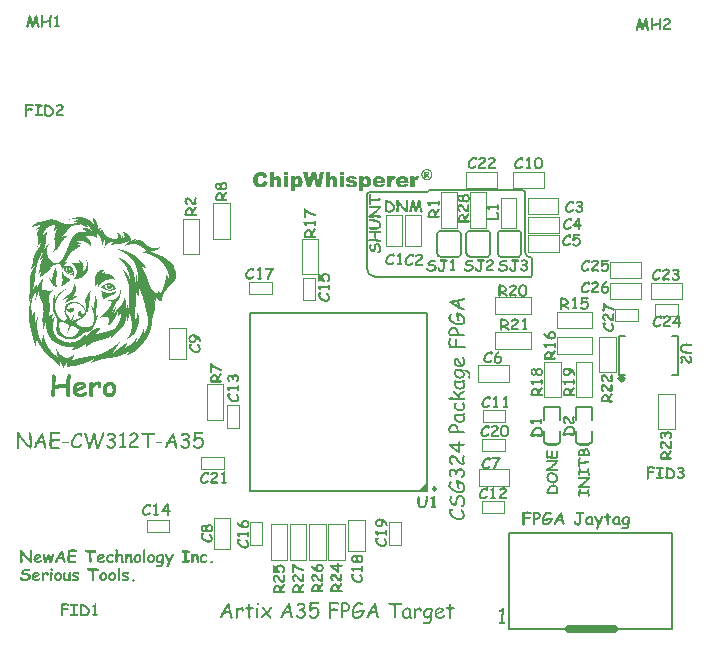
<source format=gto>
G04*
G04 #@! TF.GenerationSoftware,Altium Limited,Altium Designer,23.2.1 (34)*
G04*
G04 Layer_Color=65535*
%FSLAX45Y45*%
%MOMM*%
G71*
G04*
G04 #@! TF.SameCoordinates,357D86F6-4FD4-4171-920B-CE65727367D9*
G04*
G04*
G04 #@! TF.FilePolarity,Positive*
G04*
G01*
G75*
%ADD10C,0.20320*%
%ADD11C,0.20000*%
%ADD12C,0.40000*%
%ADD13C,0.25000*%
%ADD14C,0.10000*%
%ADD15C,0.63500*%
%ADD16C,0.15000*%
%ADD17C,0.12700*%
G36*
X9153161Y8838482D02*
X9152189D01*
Y8839453D01*
X9153161D01*
Y8838482D01*
D02*
G37*
G36*
X8145653Y8714973D02*
X8145000D01*
Y8715627D01*
X8145653D01*
Y8714973D01*
D02*
G37*
G36*
X8145000Y8714320D02*
X8144347D01*
Y8714973D01*
X8145000D01*
Y8714320D01*
D02*
G37*
G36*
X8694453Y8703867D02*
X8693800D01*
Y8704520D01*
X8694453D01*
Y8703867D01*
D02*
G37*
G36*
X8458306Y8644383D02*
X8463950D01*
Y8643949D01*
X8468726D01*
Y8643515D01*
X8473067D01*
Y8643081D01*
X8475238D01*
Y8642646D01*
X8478277D01*
Y8642212D01*
X8480882D01*
Y8641778D01*
X8482618D01*
Y8641344D01*
X8485223D01*
Y8640910D01*
X8486960D01*
Y8640476D01*
X8488696D01*
Y8640042D01*
X8490867D01*
Y8639607D01*
X8492170D01*
Y8639173D01*
X8493906D01*
Y8638739D01*
X8495643D01*
Y8638305D01*
X8496511D01*
Y8637871D01*
X8498248D01*
Y8637437D01*
X8499550D01*
Y8637002D01*
X8500853D01*
Y8636568D01*
X8502155D01*
Y8636134D01*
X8503457D01*
Y8635700D01*
X8504760D01*
Y8635266D01*
X8506062D01*
Y8634832D01*
X8506931D01*
Y8634397D01*
X8508233D01*
Y8633963D01*
X8509101D01*
Y8633529D01*
X8509970D01*
Y8633095D01*
X8511272D01*
Y8632661D01*
X8512140D01*
Y8632227D01*
X8513443D01*
Y8631793D01*
X8514311D01*
Y8631358D01*
X8515179D01*
Y8630924D01*
X8516048D01*
Y8630490D01*
X8516916D01*
Y8630056D01*
X8517784D01*
Y8629622D01*
X8519087D01*
Y8629188D01*
X8519521D01*
Y8628753D01*
X8520389D01*
Y8628319D01*
X8521258D01*
Y8627885D01*
X8522126D01*
Y8627451D01*
X8522994D01*
Y8627017D01*
X8523862D01*
Y8626583D01*
X8524731D01*
Y8626149D01*
X8525599D01*
Y8625714D01*
X8526033D01*
Y8625280D01*
X8526901D01*
Y8624846D01*
X8527770D01*
Y8624412D01*
X8528204D01*
Y8623978D01*
X8529072D01*
Y8623544D01*
X8529940D01*
Y8623109D01*
X8530375D01*
Y8622675D01*
X8531243D01*
Y8622241D01*
X8531677D01*
Y8621807D01*
X8532545D01*
Y8621373D01*
X8533413D01*
Y8620939D01*
X8533848D01*
Y8620505D01*
X8534716D01*
Y8620071D01*
X8535150D01*
Y8619637D01*
X8536018D01*
Y8619202D01*
X8536452D01*
Y8618768D01*
X8536886D01*
Y8618334D01*
X8537755D01*
Y8617900D01*
X8538623D01*
Y8617466D01*
X8539057D01*
Y8617032D01*
X8539491D01*
Y8616597D01*
X8540360D01*
Y8616163D01*
X8540794D01*
Y8615729D01*
X8541228D01*
Y8615295D01*
X8541662D01*
Y8614861D01*
X8542531D01*
Y8614427D01*
X8542965D01*
Y8613993D01*
X8543833D01*
Y8613559D01*
X8544267D01*
Y8613124D01*
X8544701D01*
Y8612690D01*
X8545135D01*
Y8612256D01*
X8546004D01*
Y8611822D01*
X8546438D01*
Y8611388D01*
X8546872D01*
Y8610954D01*
X8547306D01*
Y8610519D01*
X8547740D01*
Y8610085D01*
X8548609D01*
Y8609651D01*
X8549043D01*
Y8609217D01*
X8549477D01*
Y8608783D01*
X8549911D01*
Y8608349D01*
X8550345D01*
Y8607915D01*
X8550780D01*
Y8607480D01*
X8551648D01*
Y8607046D01*
X8552082D01*
Y8606612D01*
X8552516D01*
Y8606178D01*
X8552950D01*
Y8605744D01*
X8553384D01*
Y8605310D01*
X8553819D01*
Y8604875D01*
X8554253D01*
Y8604441D01*
X8554687D01*
Y8604007D01*
X8555121D01*
Y8603573D01*
X8555555D01*
Y8603139D01*
X8555989D01*
Y8602705D01*
X8556424D01*
Y8602271D01*
X8556858D01*
Y8601836D01*
X8557292D01*
Y8601402D01*
X8557726D01*
Y8600968D01*
X8558160D01*
Y8600534D01*
X8558594D01*
Y8600100D01*
X8559028D01*
Y8599666D01*
X8559462D01*
Y8599231D01*
X8559897D01*
Y8598797D01*
X8560331D01*
Y8598363D01*
X8560765D01*
Y8597929D01*
X8561199D01*
Y8597495D01*
X8561633D01*
Y8597061D01*
X8562067D01*
Y8596627D01*
X8562502D01*
Y8596193D01*
X8562936D01*
Y8595759D01*
X8563370D01*
Y8595324D01*
X8563804D01*
Y8594890D01*
X8564238D01*
Y8594022D01*
X8564672D01*
Y8593588D01*
X8565106D01*
Y8593154D01*
X8565540D01*
Y8592719D01*
X8565974D01*
Y8592285D01*
X8566409D01*
Y8591417D01*
X8566843D01*
Y8590983D01*
X8567277D01*
Y8590549D01*
X8567711D01*
Y8590115D01*
X8568145D01*
Y8589681D01*
X8568580D01*
Y8589246D01*
X8569014D01*
Y8588812D01*
X8569448D01*
Y8587944D01*
X8569882D01*
Y8587510D01*
X8570316D01*
Y8587076D01*
X8570750D01*
Y8586642D01*
X8571184D01*
Y8585773D01*
X8572053D01*
Y8586642D01*
X8571618D01*
Y8588378D01*
X8571184D01*
Y8590983D01*
X8570750D01*
Y8594022D01*
X8570316D01*
Y8595759D01*
X8569882D01*
Y8598363D01*
X8569448D01*
Y8600968D01*
X8569014D01*
Y8603139D01*
X8568580D01*
Y8605744D01*
X8568145D01*
Y8607915D01*
X8567711D01*
Y8610519D01*
X8567277D01*
Y8613124D01*
X8566843D01*
Y8614861D01*
X8566409D01*
Y8617900D01*
X8565974D01*
Y8620505D01*
X8565540D01*
Y8622241D01*
X8565106D01*
Y8625280D01*
X8564672D01*
Y8627451D01*
X8564238D01*
Y8629622D01*
X8563804D01*
Y8632661D01*
X8563370D01*
Y8634397D01*
X8562936D01*
Y8637002D01*
X8562502D01*
Y8639173D01*
X8562936D01*
Y8638739D01*
X8563804D01*
Y8638305D01*
X8564238D01*
Y8637871D01*
X8565106D01*
Y8637437D01*
X8565974D01*
Y8637002D01*
X8566409D01*
Y8636568D01*
X8567277D01*
Y8636134D01*
X8567711D01*
Y8635700D01*
X8568580D01*
Y8635266D01*
X8569014D01*
Y8634832D01*
X8569448D01*
Y8634397D01*
X8570316D01*
Y8633963D01*
X8570750D01*
Y8633529D01*
X8571184D01*
Y8633095D01*
X8571618D01*
Y8632661D01*
X8572053D01*
Y8632227D01*
X8572921D01*
Y8631793D01*
X8573355D01*
Y8631358D01*
X8573789D01*
Y8630924D01*
X8574223D01*
Y8630490D01*
X8574658D01*
Y8630056D01*
X8575092D01*
Y8629622D01*
X8575526D01*
Y8629188D01*
X8575960D01*
Y8628753D01*
X8576394D01*
Y8628319D01*
X8576828D01*
Y8627885D01*
X8577263D01*
Y8627451D01*
X8577697D01*
Y8627017D01*
X8578131D01*
Y8626583D01*
X8578565D01*
Y8626149D01*
X8578999D01*
Y8625280D01*
X8579433D01*
Y8624846D01*
X8579867D01*
Y8624412D01*
X8580301D01*
Y8623978D01*
X8580735D01*
Y8623544D01*
X8581170D01*
Y8623109D01*
X8581604D01*
Y8622241D01*
X8582038D01*
Y8621807D01*
X8582472D01*
Y8621373D01*
X8582906D01*
Y8620939D01*
X8583340D01*
Y8620071D01*
X8583775D01*
Y8619637D01*
X8584209D01*
Y8619202D01*
X8584643D01*
Y8618334D01*
X8585077D01*
Y8617900D01*
X8585511D01*
Y8617032D01*
X8585945D01*
Y8616597D01*
X8586379D01*
Y8615729D01*
X8586813D01*
Y8615295D01*
X8587247D01*
Y8614427D01*
X8587682D01*
Y8613993D01*
X8588116D01*
Y8613124D01*
X8588550D01*
Y8612256D01*
X8588984D01*
Y8611822D01*
X8589418D01*
Y8610954D01*
X8589853D01*
Y8610085D01*
X8590287D01*
Y8609217D01*
X8590721D01*
Y8608349D01*
X8591155D01*
Y8607915D01*
X8591589D01*
Y8607046D01*
X8592023D01*
Y8606178D01*
X8592457D01*
Y8605310D01*
X8592891D01*
Y8604441D01*
X8593326D01*
Y8603573D01*
X8593760D01*
Y8602705D01*
X8594194D01*
Y8601402D01*
X8594628D01*
Y8600968D01*
X8595062D01*
Y8599666D01*
X8595496D01*
Y8598797D01*
X8595931D01*
Y8597929D01*
X8596365D01*
Y8596627D01*
X8596799D01*
Y8595759D01*
X8597233D01*
Y8594456D01*
X8597667D01*
Y8593154D01*
X8598101D01*
Y8592285D01*
X8598536D01*
Y8590983D01*
X8598970D01*
Y8589681D01*
X8599404D01*
Y8588378D01*
X8599838D01*
Y8586642D01*
X8600272D01*
Y8585773D01*
X8600706D01*
Y8584037D01*
X8601141D01*
Y8582300D01*
X8601575D01*
Y8581432D01*
X8602009D01*
Y8579261D01*
X8602443D01*
Y8577524D01*
X8602877D01*
Y8576222D01*
X8603311D01*
Y8574051D01*
X8603746D01*
Y8572314D01*
X8604180D01*
Y8570144D01*
X8604614D01*
Y8567539D01*
X8605048D01*
Y8565802D01*
X8605482D01*
Y8562763D01*
X8605916D01*
Y8560158D01*
X8606351D01*
Y8557554D01*
X8606785D01*
Y8553212D01*
X8607219D01*
Y8549739D01*
X8607653D01*
Y8544095D01*
X8608087D01*
Y8539754D01*
X8608955D01*
Y8540188D01*
X8609389D01*
Y8540622D01*
X8609824D01*
Y8541056D01*
X8610258D01*
Y8541490D01*
X8610692D01*
Y8541924D01*
X8611126D01*
Y8542359D01*
X8611560D01*
Y8542793D01*
X8612428D01*
Y8543227D01*
X8612863D01*
Y8543661D01*
X8613297D01*
Y8544095D01*
X8613731D01*
Y8544529D01*
X8614165D01*
Y8544963D01*
X8614599D01*
Y8545397D01*
X8615033D01*
Y8545832D01*
X8615467D01*
Y8546266D01*
X8615901D01*
Y8546700D01*
X8616336D01*
Y8547134D01*
X8616770D01*
Y8547568D01*
X8617204D01*
Y8548002D01*
X8617638D01*
Y8548436D01*
X8618072D01*
Y8548870D01*
X8618506D01*
Y8549305D01*
X8618940D01*
Y8549739D01*
X8619809D01*
Y8550173D01*
X8620243D01*
Y8550607D01*
X8620677D01*
Y8551041D01*
X8621111D01*
Y8551475D01*
X8621545D01*
Y8551909D01*
X8621979D01*
Y8552344D01*
X8622414D01*
Y8552778D01*
X8622848D01*
Y8553212D01*
X8623282D01*
Y8553646D01*
X8623716D01*
Y8554080D01*
X8624150D01*
Y8554514D01*
X8624584D01*
Y8554949D01*
X8625019D01*
Y8555383D01*
X8625453D01*
Y8555817D01*
X8626321D01*
Y8556685D01*
X8627189D01*
Y8557119D01*
X8627624D01*
Y8557554D01*
X8628058D01*
Y8557988D01*
X8628492D01*
Y8558422D01*
X8628926D01*
Y8558856D01*
X8629360D01*
Y8559290D01*
X8629794D01*
Y8559724D01*
X8630228D01*
Y8557554D01*
X8629794D01*
Y8554514D01*
X8629360D01*
Y8552344D01*
X8628926D01*
Y8549305D01*
X8628492D01*
Y8546700D01*
X8628058D01*
Y8544095D01*
X8627624D01*
Y8541056D01*
X8627189D01*
Y8538885D01*
X8626755D01*
Y8535846D01*
X8626321D01*
Y8532807D01*
X8625887D01*
Y8530636D01*
X8625453D01*
Y8527597D01*
X8625019D01*
Y8525426D01*
X8625453D01*
Y8525861D01*
X8625887D01*
Y8526295D01*
X8626321D01*
Y8526729D01*
X8627189D01*
Y8527163D01*
X8627624D01*
Y8527597D01*
X8628058D01*
Y8528031D01*
X8628926D01*
Y8528466D01*
X8629360D01*
Y8528900D01*
X8629794D01*
Y8529334D01*
X8630662D01*
Y8529768D01*
X8631097D01*
Y8530202D01*
X8631531D01*
Y8530636D01*
X8631965D01*
Y8531071D01*
X8632833D01*
Y8531505D01*
X8633267D01*
Y8531939D01*
X8633702D01*
Y8532373D01*
X8634570D01*
Y8532807D01*
X8635004D01*
Y8533241D01*
X8635438D01*
Y8533676D01*
X8636306D01*
Y8534110D01*
X8636740D01*
Y8534544D01*
X8637609D01*
Y8534978D01*
X8638043D01*
Y8535412D01*
X8638477D01*
Y8535846D01*
X8639345D01*
Y8536281D01*
X8639780D01*
Y8536715D01*
X8640214D01*
Y8537149D01*
X8641082D01*
Y8537583D01*
X8641516D01*
Y8538017D01*
X8641950D01*
Y8538451D01*
X8642818D01*
Y8538885D01*
X8643252D01*
Y8539319D01*
X8643687D01*
Y8539754D01*
X8644555D01*
Y8540188D01*
X8644989D01*
Y8540622D01*
X8645423D01*
Y8541056D01*
X8645857D01*
Y8541490D01*
X8647160D01*
Y8534110D01*
X8647594D01*
Y8531071D01*
X8648028D01*
Y8529334D01*
X8648462D01*
Y8527163D01*
X8648897D01*
Y8525861D01*
X8649331D01*
Y8524124D01*
X8649765D01*
Y8522822D01*
X8650199D01*
Y8521519D01*
X8650633D01*
Y8520217D01*
X8651067D01*
Y8519348D01*
X8651502D01*
Y8518480D01*
X8651936D01*
Y8517178D01*
X8652370D01*
Y8516309D01*
X8652804D01*
Y8515441D01*
X8653238D01*
Y8514139D01*
X8653672D01*
Y8513705D01*
X8654106D01*
Y8512836D01*
X8654541D01*
Y8511968D01*
X8654975D01*
Y8511100D01*
X8655409D01*
Y8510231D01*
X8655843D01*
Y8509797D01*
X8656277D01*
Y8508929D01*
X8656711D01*
Y8508061D01*
X8657146D01*
Y8507627D01*
X8657580D01*
Y8506758D01*
X8658014D01*
Y8506324D01*
X8658448D01*
Y8505456D01*
X8658882D01*
Y8505022D01*
X8659316D01*
Y8504588D01*
X8659751D01*
Y8503719D01*
X8660185D01*
Y8503285D01*
X8660619D01*
Y8502851D01*
X8661053D01*
Y8501983D01*
X8661487D01*
Y8501549D01*
X8661921D01*
Y8501114D01*
X8662355D01*
Y8500246D01*
X8662789D01*
Y8499812D01*
X8663223D01*
Y8499378D01*
X8663658D01*
Y8498944D01*
X8664092D01*
Y8498510D01*
X8664526D01*
Y8498075D01*
X8664960D01*
Y8497641D01*
X8665394D01*
Y8497207D01*
X8665828D01*
Y8496339D01*
X8666263D01*
Y8495905D01*
X8666697D01*
Y8495470D01*
X8667131D01*
Y8495036D01*
X8667565D01*
Y8494602D01*
X8667999D01*
Y8494168D01*
X8668433D01*
Y8493734D01*
X8668867D01*
Y8493300D01*
X8669736D01*
Y8492866D01*
X8670170D01*
Y8492432D01*
X8670604D01*
Y8491997D01*
X8671038D01*
Y8491563D01*
X8671472D01*
Y8491129D01*
X8671906D01*
Y8490695D01*
X8672341D01*
Y8490261D01*
X8672775D01*
Y8489827D01*
X8673643D01*
Y8489392D01*
X8674077D01*
Y8488958D01*
X8674511D01*
Y8488524D01*
X8674945D01*
Y8488090D01*
X8675379D01*
Y8487656D01*
X8676248D01*
Y8487222D01*
X8676682D01*
Y8486788D01*
X8677116D01*
Y8486354D01*
X8677984D01*
Y8485920D01*
X8678419D01*
Y8485485D01*
X8678853D01*
Y8485051D01*
X8679721D01*
Y8484617D01*
X8680155D01*
Y8484183D01*
X8681024D01*
Y8483749D01*
X8681458D01*
Y8483315D01*
X8681892D01*
Y8482880D01*
X8682760D01*
Y8482446D01*
X8683629D01*
Y8482012D01*
X8684063D01*
Y8481578D01*
X8684931D01*
Y8481144D01*
X8685365D01*
Y8480710D01*
X8686233D01*
Y8480275D01*
X8687101D01*
Y8479841D01*
X8687536D01*
Y8479407D01*
X8688404D01*
Y8478973D01*
X8689272D01*
Y8478539D01*
X8689707D01*
Y8478105D01*
X8690575D01*
Y8477671D01*
X8691443D01*
Y8477236D01*
X8692311D01*
Y8476802D01*
X8693179D01*
Y8476368D01*
X8694048D01*
Y8475934D01*
X8694916D01*
Y8475500D01*
X8695784D01*
Y8475066D01*
X8696653D01*
Y8474631D01*
X8697521D01*
Y8474197D01*
X8698389D01*
Y8473763D01*
X8699257D01*
Y8473329D01*
X8700560D01*
Y8472895D01*
X8700994D01*
Y8472461D01*
X8702297D01*
Y8472026D01*
X8703165D01*
Y8471592D01*
X8704033D01*
Y8471158D01*
X8705336D01*
Y8470724D01*
X8706204D01*
Y8470290D01*
X8707507D01*
Y8469856D01*
X8708809D01*
Y8469421D01*
X8709677D01*
Y8468987D01*
X8710980D01*
Y8468553D01*
X8712282D01*
Y8468119D01*
X8713150D01*
Y8467685D01*
X8714887D01*
Y8467251D01*
X8715755D01*
Y8466817D01*
X8717058D01*
Y8466382D01*
X8718794D01*
Y8465948D01*
X8719663D01*
Y8465514D01*
X8721399D01*
Y8465080D01*
X8722702D01*
Y8464646D01*
X8724004D01*
Y8464212D01*
X8725740D01*
Y8463778D01*
X8727043D01*
Y8463343D01*
X8728780D01*
Y8462909D01*
X8730950D01*
Y8462475D01*
X8732253D01*
Y8462041D01*
X8734424D01*
Y8461607D01*
X8736594D01*
Y8461173D01*
X8738331D01*
Y8460739D01*
X8741370D01*
Y8460305D01*
X8743975D01*
Y8459871D01*
X8749184D01*
Y8459436D01*
X8756131D01*
Y8459871D01*
X8760038D01*
Y8460305D01*
X8761775D01*
Y8460739D01*
X8763946D01*
Y8461173D01*
X8765248D01*
Y8461607D01*
X8766117D01*
Y8462041D01*
X8767419D01*
Y8462475D01*
X8767853D01*
Y8462909D01*
X8768721D01*
Y8463343D01*
X8769590D01*
Y8463778D01*
X8770024D01*
Y8464212D01*
X8770892D01*
Y8464646D01*
X8771326D01*
Y8465080D01*
X8771760D01*
Y8465514D01*
X8772195D01*
Y8465948D01*
X8772629D01*
Y8466382D01*
X8773063D01*
Y8466817D01*
X8773497D01*
Y8467685D01*
X8773931D01*
Y8468119D01*
X8774365D01*
Y8468553D01*
X8774799D01*
Y8469421D01*
X8775233D01*
Y8470290D01*
X8775667D01*
Y8471158D01*
X8776102D01*
Y8472461D01*
X8776536D01*
Y8473763D01*
X8776970D01*
Y8475934D01*
X8777404D01*
Y8478973D01*
X8777838D01*
Y8483315D01*
X8777404D01*
Y8487222D01*
X8776970D01*
Y8490261D01*
X8776536D01*
Y8491997D01*
X8776102D01*
Y8493734D01*
X8775667D01*
Y8495470D01*
X8775233D01*
Y8496773D01*
X8774799D01*
Y8498510D01*
X8774365D01*
Y8499812D01*
X8773931D01*
Y8500680D01*
X8773497D01*
Y8502417D01*
X8773063D01*
Y8503285D01*
X8772629D01*
Y8504153D01*
X8772195D01*
Y8505456D01*
X8771760D01*
Y8506324D01*
X8771326D01*
Y8507627D01*
X8770892D01*
Y8508495D01*
X8770458D01*
Y8509363D01*
X8770024D01*
Y8510666D01*
X8769590D01*
Y8511534D01*
X8769155D01*
Y8512402D01*
X8768721D01*
Y8513271D01*
X8768287D01*
Y8514139D01*
X8768721D01*
Y8513705D01*
X8770024D01*
Y8513271D01*
X8770892D01*
Y8512836D01*
X8772195D01*
Y8512402D01*
X8773063D01*
Y8511968D01*
X8773931D01*
Y8511534D01*
X8774799D01*
Y8511100D01*
X8775233D01*
Y8510666D01*
X8776102D01*
Y8510231D01*
X8776970D01*
Y8509797D01*
X8777838D01*
Y8509363D01*
X8778272D01*
Y8508929D01*
X8779141D01*
Y8508495D01*
X8779575D01*
Y8508061D01*
X8780443D01*
Y8507627D01*
X8780877D01*
Y8507193D01*
X8781746D01*
Y8506758D01*
X8782180D01*
Y8506324D01*
X8782614D01*
Y8505890D01*
X8783482D01*
Y8505456D01*
X8783916D01*
Y8505022D01*
X8784350D01*
Y8504588D01*
X8785219D01*
Y8504153D01*
X8785653D01*
Y8503719D01*
X8786087D01*
Y8503285D01*
X8786521D01*
Y8502851D01*
X8786955D01*
Y8502417D01*
X8787390D01*
Y8501983D01*
X8787824D01*
Y8501549D01*
X8788258D01*
Y8501114D01*
X8788692D01*
Y8500680D01*
X8789126D01*
Y8500246D01*
X8789560D01*
Y8499812D01*
X8789994D01*
Y8499378D01*
X8790428D01*
Y8498944D01*
X8790863D01*
Y8498510D01*
X8791297D01*
Y8498075D01*
X8791731D01*
Y8497641D01*
X8792165D01*
Y8496773D01*
X8792599D01*
Y8496339D01*
X8793033D01*
Y8495905D01*
X8793468D01*
Y8495470D01*
X8793902D01*
Y8495036D01*
X8794336D01*
Y8494168D01*
X8794770D01*
Y8493734D01*
X8795204D01*
Y8493300D01*
X8795638D01*
Y8492432D01*
X8796072D01*
Y8491997D01*
X8796506D01*
Y8491129D01*
X8796940D01*
Y8490695D01*
X8797375D01*
Y8489827D01*
X8797809D01*
Y8489392D01*
X8798243D01*
Y8488524D01*
X8798677D01*
Y8487656D01*
X8799111D01*
Y8486788D01*
X8799546D01*
Y8486354D01*
X8799980D01*
Y8485485D01*
X8800414D01*
Y8484617D01*
X8800848D01*
Y8483749D01*
X8801282D01*
Y8482880D01*
X8801716D01*
Y8482012D01*
X8802150D01*
Y8481144D01*
X8802584D01*
Y8479841D01*
X8803019D01*
Y8479407D01*
X8803453D01*
Y8478105D01*
X8803887D01*
Y8476802D01*
X8804321D01*
Y8475934D01*
X8804755D01*
Y8474631D01*
X8805189D01*
Y8473329D01*
X8805623D01*
Y8472026D01*
X8806058D01*
Y8469856D01*
X8806926D01*
Y8471592D01*
X8807360D01*
Y8475934D01*
X8807794D01*
Y8479841D01*
X8808228D01*
Y8485051D01*
X8808663D01*
Y8488524D01*
X8809097D01*
Y8492866D01*
X8809531D01*
Y8495470D01*
X8810399D01*
Y8494168D01*
X8810833D01*
Y8493300D01*
X8811268D01*
Y8492866D01*
X8811702D01*
Y8491997D01*
X8812136D01*
Y8491129D01*
X8812570D01*
Y8490261D01*
X8813004D01*
Y8489392D01*
X8813438D01*
Y8488958D01*
X8813873D01*
Y8488090D01*
X8814307D01*
Y8487222D01*
X8814741D01*
Y8486354D01*
X8815175D01*
Y8485485D01*
X8815609D01*
Y8484617D01*
X8816043D01*
Y8483749D01*
X8816478D01*
Y8482880D01*
X8816912D01*
Y8482446D01*
X8817346D01*
Y8481578D01*
X8817780D01*
Y8480710D01*
X8818214D01*
Y8479841D01*
X8818648D01*
Y8478973D01*
X8819082D01*
Y8478539D01*
X8819517D01*
Y8477671D01*
X8819951D01*
Y8476802D01*
X8820385D01*
Y8475934D01*
X8820819D01*
Y8475066D01*
X8821253D01*
Y8474197D01*
X8821687D01*
Y8473763D01*
X8822121D01*
Y8472461D01*
X8822555D01*
Y8472026D01*
X8822990D01*
Y8471158D01*
X8823424D01*
Y8470290D01*
X8823858D01*
Y8469421D01*
X8824292D01*
Y8468553D01*
X8824726D01*
Y8467685D01*
X8825160D01*
Y8467251D01*
X8825594D01*
Y8466382D01*
X8826029D01*
Y8465514D01*
X8826463D01*
Y8464646D01*
X8826897D01*
Y8463778D01*
X8827331D01*
Y8463343D01*
X8827765D01*
Y8463778D01*
X8828199D01*
Y8465080D01*
X8828633D01*
Y8466382D01*
X8829067D01*
Y8468119D01*
X8829502D01*
Y8469421D01*
X8829936D01*
Y8471592D01*
X8830370D01*
Y8475066D01*
X8830804D01*
Y8478105D01*
X8831238D01*
Y8486788D01*
X8830804D01*
Y8489827D01*
X8830370D01*
Y8492866D01*
X8829936D01*
Y8494602D01*
X8829502D01*
Y8495905D01*
X8829067D01*
Y8497641D01*
X8828633D01*
Y8498944D01*
X8828199D01*
Y8500246D01*
X8827765D01*
Y8501549D01*
X8827331D01*
Y8501983D01*
X8826897D01*
Y8503285D01*
X8826463D01*
Y8504153D01*
X8826029D01*
Y8505022D01*
X8825594D01*
Y8505890D01*
X8825160D01*
Y8506324D01*
X8824726D01*
Y8507193D01*
X8824292D01*
Y8508061D01*
X8823858D01*
Y8508495D01*
X8823424D01*
Y8509363D01*
X8822990D01*
Y8509797D01*
X8822555D01*
Y8510666D01*
X8822121D01*
Y8511100D01*
X8821687D01*
Y8511534D01*
X8821253D01*
Y8512402D01*
X8820819D01*
Y8512836D01*
X8820385D01*
Y8513271D01*
X8819951D01*
Y8513705D01*
X8819517D01*
Y8514573D01*
X8819082D01*
Y8515007D01*
X8818648D01*
Y8515441D01*
X8818214D01*
Y8515875D01*
X8817780D01*
Y8516309D01*
X8817346D01*
Y8516743D01*
X8816912D01*
Y8517178D01*
X8816478D01*
Y8517612D01*
X8816043D01*
Y8518046D01*
X8815609D01*
Y8518480D01*
X8815175D01*
Y8518914D01*
X8814307D01*
Y8519783D01*
X8819517D01*
Y8519348D01*
X8822555D01*
Y8518914D01*
X8825160D01*
Y8518480D01*
X8828199D01*
Y8518046D01*
X8829502D01*
Y8517612D01*
X8831672D01*
Y8517178D01*
X8832975D01*
Y8516743D01*
X8834277D01*
Y8516309D01*
X8836014D01*
Y8515875D01*
X8836882D01*
Y8515441D01*
X8838185D01*
Y8515007D01*
X8839487D01*
Y8514573D01*
X8840355D01*
Y8514139D01*
X8841658D01*
Y8513705D01*
X8842526D01*
Y8513271D01*
X8843395D01*
Y8512836D01*
X8844697D01*
Y8512402D01*
X8845131D01*
Y8511968D01*
X8845999D01*
Y8511534D01*
X8846867D01*
Y8511100D01*
X8847736D01*
Y8510666D01*
X8848604D01*
Y8510231D01*
X8849473D01*
Y8509797D01*
X8849907D01*
Y8509363D01*
X8850775D01*
Y8508929D01*
X8851643D01*
Y8508495D01*
X8852077D01*
Y8508061D01*
X8852945D01*
Y8507627D01*
X8853380D01*
Y8507193D01*
X8854248D01*
Y8506758D01*
X8854682D01*
Y8506324D01*
X8855116D01*
Y8505890D01*
X8855985D01*
Y8505456D01*
X8856419D01*
Y8505022D01*
X8856853D01*
Y8504588D01*
X8857721D01*
Y8504153D01*
X8858155D01*
Y8503719D01*
X8858589D01*
Y8503285D01*
X8859024D01*
Y8502851D01*
X8859458D01*
Y8502417D01*
X8860326D01*
Y8501983D01*
X8860760D01*
Y8501549D01*
X8861194D01*
Y8501114D01*
X8861629D01*
Y8500680D01*
X8862063D01*
Y8500246D01*
X8862497D01*
Y8499812D01*
X8862931D01*
Y8499378D01*
X8863365D01*
Y8498944D01*
X8863799D01*
Y8498510D01*
X8864234D01*
Y8498075D01*
X8864668D01*
Y8497641D01*
X8865102D01*
Y8497207D01*
X8865536D01*
Y8496773D01*
X8865970D01*
Y8496339D01*
X8866404D01*
Y8495905D01*
X8866839D01*
Y8495470D01*
X8867273D01*
Y8494602D01*
X8867707D01*
Y8494168D01*
X8868141D01*
Y8493734D01*
X8868575D01*
Y8492866D01*
X8869009D01*
Y8492432D01*
X8869443D01*
Y8491997D01*
X8869878D01*
Y8491563D01*
X8870312D01*
Y8490695D01*
X8870746D01*
Y8490261D01*
X8871180D01*
Y8489827D01*
X8871614D01*
Y8488958D01*
X8872048D01*
Y8488090D01*
X8872482D01*
Y8487656D01*
X8872916D01*
Y8486788D01*
X8873351D01*
Y8486354D01*
X8873785D01*
Y8485485D01*
X8874219D01*
Y8485051D01*
X8874653D01*
Y8484183D01*
X8875087D01*
Y8483315D01*
X8875521D01*
Y8482446D01*
X8875956D01*
Y8482012D01*
X8876390D01*
Y8481144D01*
X8876824D01*
Y8480275D01*
X8877258D01*
Y8479407D01*
X8877692D01*
Y8478539D01*
X8878126D01*
Y8477671D01*
X8878560D01*
Y8476802D01*
X8878994D01*
Y8475500D01*
X8879429D01*
Y8475066D01*
X8879863D01*
Y8473763D01*
X8880297D01*
Y8472461D01*
X8880731D01*
Y8471592D01*
X8881165D01*
Y8470290D01*
X8881599D01*
Y8469421D01*
X8882034D01*
Y8468119D01*
X8882468D01*
Y8466382D01*
X8882902D01*
Y8465514D01*
X8883336D01*
Y8463778D01*
X8883770D01*
Y8462475D01*
X8884204D01*
Y8461173D01*
X8884638D01*
Y8459002D01*
X8885072D01*
Y8457700D01*
X8885507D01*
Y8455529D01*
X8885941D01*
Y8453358D01*
X8886375D01*
Y8451622D01*
X8886809D01*
Y8448583D01*
X8887243D01*
Y8446412D01*
X8888546D01*
Y8446846D01*
X8889848D01*
Y8447280D01*
X8890717D01*
Y8447714D01*
X8892019D01*
Y8448148D01*
X8893321D01*
Y8448583D01*
X8894190D01*
Y8449017D01*
X8895492D01*
Y8449451D01*
X8896795D01*
Y8449885D01*
X8897663D01*
Y8450319D01*
X8898965D01*
Y8450753D01*
X8899834D01*
Y8451188D01*
X8901136D01*
Y8451622D01*
X8902438D01*
Y8452056D01*
X8903307D01*
Y8452490D01*
X8904609D01*
Y8452924D01*
X8905911D01*
Y8453358D01*
X8906780D01*
Y8453793D01*
X8908082D01*
Y8454227D01*
X8908950D01*
Y8454661D01*
X8910253D01*
Y8455095D01*
X8911555D01*
Y8455529D01*
X8912424D01*
Y8455963D01*
X8913726D01*
Y8456397D01*
X8915029D01*
Y8456831D01*
X8915897D01*
Y8457266D01*
X8917199D01*
Y8457700D01*
X8918068D01*
Y8458134D01*
X8919370D01*
Y8458568D01*
X8920673D01*
Y8459002D01*
X8921541D01*
Y8459436D01*
X8922843D01*
Y8459871D01*
X8924146D01*
Y8460305D01*
X8925014D01*
Y8460739D01*
X8926317D01*
Y8461173D01*
X8927185D01*
Y8461607D01*
X8928487D01*
Y8462041D01*
X8929790D01*
Y8462475D01*
X8930658D01*
Y8462909D01*
X8931961D01*
Y8463343D01*
X8932829D01*
Y8463778D01*
X8934131D01*
Y8463343D01*
X8933697D01*
Y8462909D01*
X8933263D01*
Y8462475D01*
X8932829D01*
Y8462041D01*
X8932395D01*
Y8461607D01*
X8931961D01*
Y8460739D01*
X8931526D01*
Y8460305D01*
X8931092D01*
Y8459871D01*
X8930658D01*
Y8459436D01*
X8930224D01*
Y8459002D01*
X8929790D01*
Y8458568D01*
X8929356D01*
Y8458134D01*
X8928921D01*
Y8457700D01*
X8928487D01*
Y8456831D01*
X8928053D01*
Y8456397D01*
X8927619D01*
Y8455963D01*
X8927185D01*
Y8455529D01*
X8926751D01*
Y8455095D01*
X8926317D01*
Y8454661D01*
X8925883D01*
Y8454227D01*
X8925448D01*
Y8453793D01*
X8925014D01*
Y8452924D01*
X8924580D01*
Y8452490D01*
X8924146D01*
Y8452056D01*
X8923712D01*
Y8451622D01*
X8923278D01*
Y8451188D01*
X8922843D01*
Y8450753D01*
X8922409D01*
Y8450319D01*
X8921975D01*
Y8449885D01*
X8921541D01*
Y8449017D01*
X8921107D01*
Y8448583D01*
X8920673D01*
Y8448148D01*
X8920239D01*
Y8447714D01*
X8919804D01*
Y8447280D01*
X8919370D01*
Y8446846D01*
X8918936D01*
Y8446412D01*
X8918502D01*
Y8445978D01*
X8918068D01*
Y8445109D01*
X8917634D01*
Y8444675D01*
X8917199D01*
Y8444241D01*
X8916765D01*
Y8443807D01*
X8916331D01*
Y8443373D01*
X8915897D01*
Y8442939D01*
X8915463D01*
Y8442505D01*
X8915029D01*
Y8442070D01*
X8914594D01*
Y8441636D01*
X8914160D01*
Y8440768D01*
X8913726D01*
Y8440334D01*
X8914594D01*
Y8440768D01*
X8915029D01*
Y8441202D01*
X8915897D01*
Y8441636D01*
X8916765D01*
Y8442070D01*
X8917634D01*
Y8442505D01*
X8918502D01*
Y8442939D01*
X8918936D01*
Y8443373D01*
X8920239D01*
Y8443807D01*
X8921107D01*
Y8444241D01*
X8921975D01*
Y8444675D01*
X8923278D01*
Y8445109D01*
X8924146D01*
Y8445543D01*
X8925014D01*
Y8445978D01*
X8926317D01*
Y8446412D01*
X8927619D01*
Y8446846D01*
X8928921D01*
Y8447280D01*
X8930224D01*
Y8447714D01*
X8931961D01*
Y8448148D01*
X8933697D01*
Y8448583D01*
X8935433D01*
Y8449017D01*
X8938039D01*
Y8449451D01*
X8940643D01*
Y8449885D01*
X8944117D01*
Y8450319D01*
X8954102D01*
Y8449885D01*
X8957575D01*
Y8449451D01*
X8960614D01*
Y8449017D01*
X8963219D01*
Y8448583D01*
X8964521D01*
Y8448148D01*
X8966692D01*
Y8447714D01*
X8968429D01*
Y8447280D01*
X8969297D01*
Y8446846D01*
X8971034D01*
Y8446412D01*
X8971902D01*
Y8445978D01*
X8973205D01*
Y8445543D01*
X8974507D01*
Y8445109D01*
X8975375D01*
Y8444675D01*
X8976678D01*
Y8444241D01*
X8977546D01*
Y8443807D01*
X8978414D01*
Y8443373D01*
X8979717D01*
Y8442939D01*
X8980151D01*
Y8442505D01*
X8981019D01*
Y8442070D01*
X8981887D01*
Y8441636D01*
X8982756D01*
Y8441202D01*
X8983624D01*
Y8440768D01*
X8984492D01*
Y8440334D01*
X8984926D01*
Y8439900D01*
X8985795D01*
Y8439465D01*
X8986663D01*
Y8439031D01*
X8987097D01*
Y8438597D01*
X8987965D01*
Y8438163D01*
X8988399D01*
Y8437729D01*
X8989268D01*
Y8437295D01*
X8990136D01*
Y8436861D01*
X8990570D01*
Y8436427D01*
X8991438D01*
Y8435993D01*
X8991873D01*
Y8435558D01*
X8992307D01*
Y8435124D01*
X8993175D01*
Y8434690D01*
X8993609D01*
Y8434256D01*
X8994478D01*
Y8433822D01*
X8994912D01*
Y8433388D01*
X8995346D01*
Y8432953D01*
X8995780D01*
Y8432519D01*
X8996648D01*
Y8432085D01*
X8997083D01*
Y8431651D01*
X8997517D01*
Y8431217D01*
X8997951D01*
Y8430783D01*
X8998819D01*
Y8430349D01*
X8999253D01*
Y8429915D01*
X8999687D01*
Y8429480D01*
X9000121D01*
Y8429046D01*
X9000556D01*
Y8428612D01*
X9000990D01*
Y8428178D01*
X9001858D01*
Y8427744D01*
X9002292D01*
Y8427310D01*
X9002726D01*
Y8426875D01*
X9003161D01*
Y8426441D01*
X9003595D01*
Y8426007D01*
X9004029D01*
Y8425573D01*
X9004463D01*
Y8425139D01*
X9004897D01*
Y8424705D01*
X9005331D01*
Y8424270D01*
X9005765D01*
Y8423836D01*
X9006199D01*
Y8423402D01*
X9006633D01*
Y8422968D01*
X9007068D01*
Y8422534D01*
X9007502D01*
Y8422100D01*
X9007936D01*
Y8421665D01*
X9008370D01*
Y8421231D01*
X9008804D01*
Y8420797D01*
X9009239D01*
Y8420363D01*
X9009673D01*
Y8419929D01*
X9010107D01*
Y8419495D01*
X9010541D01*
Y8419060D01*
X9010975D01*
Y8418192D01*
X9011409D01*
Y8417758D01*
X9011843D01*
Y8417324D01*
X9012277D01*
Y8416890D01*
X9012711D01*
Y8416456D01*
X9013146D01*
Y8416022D01*
X9013580D01*
Y8415587D01*
X9014014D01*
Y8415153D01*
X9014448D01*
Y8414285D01*
X9015316D01*
Y8413416D01*
X9015751D01*
Y8412982D01*
X9016185D01*
Y8412548D01*
X9016619D01*
Y8412114D01*
X9017053D01*
Y8411680D01*
X9017487D01*
Y8411246D01*
X9017921D01*
Y8410812D01*
X9018356D01*
Y8410378D01*
X9018790D01*
Y8409944D01*
X9019224D01*
Y8409509D01*
X9019658D01*
Y8409075D01*
X9020092D01*
Y8408641D01*
X9020961D01*
Y8408207D01*
X9021395D01*
Y8407773D01*
X9021829D01*
Y8407339D01*
X9022263D01*
Y8406904D01*
X9022697D01*
Y8406470D01*
X9023131D01*
Y8406036D01*
X9023565D01*
Y8405602D01*
X9024000D01*
Y8405168D01*
X9024868D01*
Y8404734D01*
X9025302D01*
Y8404300D01*
X9025736D01*
Y8403866D01*
X9026170D01*
Y8403432D01*
X9026605D01*
Y8402997D01*
X9027039D01*
Y8402563D01*
X9027907D01*
Y8402129D01*
X9028341D01*
Y8401695D01*
X9028775D01*
Y8401261D01*
X9029644D01*
Y8400826D01*
X9030078D01*
Y8400392D01*
X9030512D01*
Y8399958D01*
X9031380D01*
Y8399524D01*
X9031814D01*
Y8399090D01*
X9032682D01*
Y8398656D01*
X9033117D01*
Y8398222D01*
X9033984D01*
Y8397787D01*
X9034419D01*
Y8397353D01*
X9034853D01*
Y8396919D01*
X9035722D01*
Y8396485D01*
X9036156D01*
Y8396051D01*
X9037024D01*
Y8395617D01*
X9037892D01*
Y8395182D01*
X9038326D01*
Y8394748D01*
X9039195D01*
Y8394314D01*
X9040063D01*
Y8393880D01*
X9040497D01*
Y8393446D01*
X9041365D01*
Y8393012D01*
X9042234D01*
Y8392578D01*
X9043102D01*
Y8392143D01*
X9043970D01*
Y8391709D01*
X9044838D01*
Y8391275D01*
X9045707D01*
Y8390841D01*
X9046575D01*
Y8390407D01*
X9047443D01*
Y8389973D01*
X9048746D01*
Y8389538D01*
X9049180D01*
Y8389104D01*
X9050483D01*
Y8388670D01*
X9051351D01*
Y8388236D01*
X9052219D01*
Y8387802D01*
X9053522D01*
Y8387368D01*
X9054390D01*
Y8386934D01*
X9055692D01*
Y8386500D01*
X9057429D01*
Y8386066D01*
X9058297D01*
Y8385631D01*
X9060034D01*
Y8385197D01*
X9061336D01*
Y8384763D01*
X9062638D01*
Y8384329D01*
X9064809D01*
Y8383895D01*
X9066112D01*
Y8383461D01*
X9068282D01*
Y8383027D01*
X9070887D01*
Y8382592D01*
X9073058D01*
Y8382158D01*
X9076097D01*
Y8381724D01*
X9080873D01*
Y8381290D01*
X9096068D01*
Y8381724D01*
X9100844D01*
Y8382158D01*
X9104751D01*
Y8382592D01*
X9106488D01*
Y8383027D01*
X9109526D01*
Y8383461D01*
X9111697D01*
Y8383895D01*
X9113000D01*
Y8384329D01*
X9115170D01*
Y8384763D01*
X9116907D01*
Y8385197D01*
X9118209D01*
Y8385631D01*
X9119946D01*
Y8386066D01*
X9121248D01*
Y8386500D01*
X9122551D01*
Y8386934D01*
X9123853D01*
Y8387368D01*
X9125156D01*
Y8387802D01*
X9126458D01*
Y8388236D01*
X9127326D01*
Y8388670D01*
X9128629D01*
Y8387802D01*
X9128195D01*
Y8387368D01*
X9127761D01*
Y8386500D01*
X9127326D01*
Y8386066D01*
X9126892D01*
Y8385631D01*
X9126458D01*
Y8384763D01*
X9126024D01*
Y8384329D01*
X9125590D01*
Y8383895D01*
X9125156D01*
Y8383027D01*
X9124722D01*
Y8382592D01*
X9124287D01*
Y8382158D01*
X9123853D01*
Y8381724D01*
X9123419D01*
Y8381290D01*
X9122985D01*
Y8380856D01*
X9122551D01*
Y8380422D01*
X9122117D01*
Y8379988D01*
X9121682D01*
Y8379553D01*
X9121248D01*
Y8379119D01*
X9120814D01*
Y8378685D01*
X9120380D01*
Y8378251D01*
X9119946D01*
Y8377817D01*
X9119512D01*
Y8377383D01*
X9119078D01*
Y8376949D01*
X9118643D01*
Y8376514D01*
X9118209D01*
Y8376080D01*
X9117341D01*
Y8375212D01*
X9116472D01*
Y8374778D01*
X9116038D01*
Y8374344D01*
X9115604D01*
Y8373909D01*
X9114736D01*
Y8373475D01*
X9114302D01*
Y8373041D01*
X9113868D01*
Y8372607D01*
X9113000D01*
Y8372173D01*
X9112565D01*
Y8371739D01*
X9111697D01*
Y8371305D01*
X9111263D01*
Y8370870D01*
X9110829D01*
Y8370436D01*
X9109960D01*
Y8370002D01*
X9109092D01*
Y8369568D01*
X9108224D01*
Y8369134D01*
X9107356D01*
Y8368700D01*
X9106922D01*
Y8368265D01*
X9106053D01*
Y8367831D01*
X9105185D01*
Y8367397D01*
X9104317D01*
Y8366963D01*
X9103449D01*
Y8366529D01*
X9102580D01*
Y8366095D01*
X9101712D01*
Y8365660D01*
X9100409D01*
Y8365226D01*
X9099541D01*
Y8364792D01*
X9098239D01*
Y8364358D01*
X9096936D01*
Y8363924D01*
X9095634D01*
Y8363490D01*
X9093897D01*
Y8363055D01*
X9092595D01*
Y8362621D01*
X9090858D01*
Y8362187D01*
X9088687D01*
Y8361753D01*
X9087385D01*
Y8361319D01*
X9083911D01*
Y8360885D01*
X9080439D01*
Y8360451D01*
X9073492D01*
Y8360017D01*
X9070887D01*
Y8360451D01*
X9064375D01*
Y8360885D01*
X9060034D01*
Y8361319D01*
X9056560D01*
Y8361753D01*
X9054390D01*
Y8362187D01*
X9051785D01*
Y8362621D01*
X9050048D01*
Y8363055D01*
X9048312D01*
Y8363490D01*
X9046141D01*
Y8363924D01*
X9045273D01*
Y8363490D01*
X9045707D01*
Y8363055D01*
X9046141D01*
Y8362621D01*
X9047009D01*
Y8362187D01*
X9047878D01*
Y8361753D01*
X9048312D01*
Y8361319D01*
X9049180D01*
Y8360885D01*
X9049614D01*
Y8360451D01*
X9050048D01*
Y8360017D01*
X9050917D01*
Y8359582D01*
X9051785D01*
Y8359148D01*
X9052219D01*
Y8358714D01*
X9053088D01*
Y8358280D01*
X9053522D01*
Y8357846D01*
X9054390D01*
Y8357412D01*
X9055258D01*
Y8356977D01*
X9055692D01*
Y8356543D01*
X9056560D01*
Y8356109D01*
X9056995D01*
Y8355675D01*
X9057863D01*
Y8355241D01*
X9058731D01*
Y8354807D01*
X9059166D01*
Y8354373D01*
X9060034D01*
Y8353939D01*
X9060902D01*
Y8353505D01*
X9061770D01*
Y8353070D01*
X9062638D01*
Y8352636D01*
X9063073D01*
Y8352202D01*
X9063941D01*
Y8351768D01*
X9064809D01*
Y8351334D01*
X9065243D01*
Y8350899D01*
X9066112D01*
Y8350465D01*
X9066980D01*
Y8350031D01*
X9067848D01*
Y8349597D01*
X9068716D01*
Y8349163D01*
X9069151D01*
Y8348729D01*
X9070019D01*
Y8348295D01*
X9071321D01*
Y8347861D01*
X9071756D01*
Y8347427D01*
X9072624D01*
Y8346992D01*
X9073492D01*
Y8346558D01*
X9074361D01*
Y8346124D01*
X9075229D01*
Y8345690D01*
X9075663D01*
Y8345256D01*
X9076531D01*
Y8344822D01*
X9077834D01*
Y8344387D01*
X9078268D01*
Y8343953D01*
X9079136D01*
Y8343519D01*
X9080005D01*
Y8343085D01*
X9080873D01*
Y8342651D01*
X9082175D01*
Y8342217D01*
X9082609D01*
Y8341782D01*
X9083478D01*
Y8341348D01*
X9084780D01*
Y8340914D01*
X9085214D01*
Y8340480D01*
X9086517D01*
Y8340046D01*
X9087385D01*
Y8339612D01*
X9087819D01*
Y8339178D01*
X9089122D01*
Y8338744D01*
X9089989D01*
Y8338309D01*
X9090858D01*
Y8337875D01*
X9091727D01*
Y8337441D01*
X9092595D01*
Y8337007D01*
X9093463D01*
Y8336573D01*
X9094765D01*
Y8336139D01*
X9095199D01*
Y8335704D01*
X9096502D01*
Y8335270D01*
X9097370D01*
Y8334836D01*
X9098239D01*
Y8334402D01*
X9099541D01*
Y8333968D01*
X9099975D01*
Y8333534D01*
X9101278D01*
Y8333100D01*
X9102146D01*
Y8332666D01*
X9103014D01*
Y8332231D01*
X9104317D01*
Y8331797D01*
X9105185D01*
Y8331363D01*
X9106053D01*
Y8330929D01*
X9107356D01*
Y8330495D01*
X9108224D01*
Y8330061D01*
X9109526D01*
Y8329626D01*
X9110395D01*
Y8329192D01*
X9111263D01*
Y8328758D01*
X9112565D01*
Y8328324D01*
X9113434D01*
Y8327890D01*
X9114302D01*
Y8327456D01*
X9115604D01*
Y8327022D01*
X9116472D01*
Y8326588D01*
X9117775D01*
Y8326154D01*
X9118643D01*
Y8325719D01*
X9119946D01*
Y8325285D01*
X9121248D01*
Y8324851D01*
X9122117D01*
Y8324417D01*
X9122985D01*
Y8323983D01*
X9124287D01*
Y8323549D01*
X9125156D01*
Y8323114D01*
X9126458D01*
Y8322680D01*
X9127761D01*
Y8322246D01*
X9128629D01*
Y8321812D01*
X9129931D01*
Y8321378D01*
X9131234D01*
Y8320944D01*
X9132102D01*
Y8320509D01*
X9133405D01*
Y8320075D01*
X9134707D01*
Y8319641D01*
X9136010D01*
Y8319207D01*
X9137312D01*
Y8318773D01*
X9138180D01*
Y8318339D01*
X9139483D01*
Y8317904D01*
X9140351D01*
Y8317470D01*
X9141654D01*
Y8317036D01*
X9142956D01*
Y8316602D01*
X9143824D01*
Y8316168D01*
X9145126D01*
Y8315734D01*
X9145995D01*
Y8315299D01*
X9146863D01*
Y8314865D01*
X9148165D01*
Y8314431D01*
X9149034D01*
Y8313997D01*
X9149902D01*
Y8313563D01*
X9151205D01*
Y8313129D01*
X9151639D01*
Y8312694D01*
X9152941D01*
Y8312260D01*
X9153809D01*
Y8311826D01*
X9154244D01*
Y8311392D01*
X9155546D01*
Y8310958D01*
X9155980D01*
Y8310524D01*
X9156849D01*
Y8310090D01*
X9158151D01*
Y8309655D01*
X9158585D01*
Y8309221D01*
X9159453D01*
Y8308787D01*
X9160322D01*
Y8308353D01*
X9161190D01*
Y8307919D01*
X9162058D01*
Y8307485D01*
X9162492D01*
Y8307050D01*
X9163361D01*
Y8306616D01*
X9164229D01*
Y8306182D01*
X9164663D01*
Y8305748D01*
X9165531D01*
Y8305314D01*
X9166399D01*
Y8304880D01*
X9166834D01*
Y8304446D01*
X9168136D01*
Y8304012D01*
X9168570D01*
Y8303578D01*
X9169439D01*
Y8303143D01*
X9169873D01*
Y8302709D01*
X9170741D01*
Y8302275D01*
X9171175D01*
Y8301841D01*
X9172043D01*
Y8301407D01*
X9172478D01*
Y8300973D01*
X9173346D01*
Y8300539D01*
X9174214D01*
Y8300104D01*
X9174648D01*
Y8299670D01*
X9175517D01*
Y8299236D01*
X9175951D01*
Y8298802D01*
X9176819D01*
Y8298368D01*
X9177253D01*
Y8297934D01*
X9177687D01*
Y8297500D01*
X9178556D01*
Y8297065D01*
X9178990D01*
Y8296631D01*
X9179858D01*
Y8296197D01*
X9180292D01*
Y8295763D01*
X9181161D01*
Y8295329D01*
X9181595D01*
Y8294895D01*
X9182463D01*
Y8294461D01*
X9182897D01*
Y8294026D01*
X9183332D01*
Y8293592D01*
X9184200D01*
Y8293158D01*
X9184634D01*
Y8292724D01*
X9185502D01*
Y8292290D01*
X9185937D01*
Y8291856D01*
X9186371D01*
Y8291421D01*
X9187239D01*
Y8290987D01*
X9187673D01*
Y8290553D01*
X9188107D01*
Y8290119D01*
X9188976D01*
Y8289685D01*
X9189410D01*
Y8289251D01*
X9189843D01*
Y8288817D01*
X9190278D01*
Y8288382D01*
X9191146D01*
Y8287948D01*
X9191580D01*
Y8287514D01*
X9192014D01*
Y8287080D01*
X9192882D01*
Y8286646D01*
X9193316D01*
Y8286212D01*
X9193751D01*
Y8285777D01*
X9194619D01*
Y8285343D01*
X9195053D01*
Y8284909D01*
X9195488D01*
Y8284475D01*
X9195922D01*
Y8284041D01*
X9196355D01*
Y8283607D01*
X9197224D01*
Y8283173D01*
X9197658D01*
Y8282739D01*
X9198092D01*
Y8282304D01*
X9198526D01*
Y8281870D01*
X9199395D01*
Y8281436D01*
X9199829D01*
Y8281002D01*
X9200263D01*
Y8280568D01*
X9200697D01*
Y8280134D01*
X9201566D01*
Y8279699D01*
X9202000D01*
Y8279265D01*
X9202434D01*
Y8278831D01*
X9202868D01*
Y8278397D01*
X9203302D01*
Y8277963D01*
X9203736D01*
Y8277529D01*
X9204605D01*
Y8277095D01*
X9205039D01*
Y8276661D01*
X9205473D01*
Y8276227D01*
X9205907D01*
Y8275792D01*
X9206341D01*
Y8275358D01*
X9206775D01*
Y8274924D01*
X9207210D01*
Y8274490D01*
X9208078D01*
Y8274056D01*
X9208512D01*
Y8273622D01*
X9208946D01*
Y8273187D01*
X9209380D01*
Y8272753D01*
X9209814D01*
Y8272319D01*
X9210249D01*
Y8271885D01*
X9211117D01*
Y8271017D01*
X9211985D01*
Y8270583D01*
X9212419D01*
Y8270148D01*
X9212854D01*
Y8269714D01*
X9213288D01*
Y8269280D01*
X9213722D01*
Y8268846D01*
X9214156D01*
Y8268412D01*
X9214590D01*
Y8267978D01*
X9215024D01*
Y8267543D01*
X9215892D01*
Y8267109D01*
X9216326D01*
Y8266675D01*
X9216761D01*
Y8266241D01*
X9217195D01*
Y8265807D01*
X9217629D01*
Y8265373D01*
X9218063D01*
Y8264938D01*
X9218497D01*
Y8264504D01*
X9218932D01*
Y8264070D01*
X9219366D01*
Y8263636D01*
X9219800D01*
Y8263202D01*
X9220234D01*
Y8262768D01*
X9220668D01*
Y8262334D01*
X9221102D01*
Y8261899D01*
X9221536D01*
Y8261465D01*
X9221970D01*
Y8261031D01*
X9222404D01*
Y8260597D01*
X9222839D01*
Y8260163D01*
X9223273D01*
Y8259729D01*
X9223707D01*
Y8259294D01*
X9224141D01*
Y8258860D01*
X9224575D01*
Y8258426D01*
X9225009D01*
Y8257992D01*
X9225878D01*
Y8257124D01*
X9226312D01*
Y8256690D01*
X9227180D01*
Y8255821D01*
X9228048D01*
Y8255388D01*
X9228483D01*
Y8254519D01*
X9229351D01*
Y8254085D01*
X9229785D01*
Y8253216D01*
X9230653D01*
Y8252348D01*
X9231088D01*
Y8251914D01*
X9231522D01*
Y8251480D01*
X9231956D01*
Y8251046D01*
X9232390D01*
Y8250612D01*
X9232824D01*
Y8250178D01*
X9233258D01*
Y8249743D01*
X9233692D01*
Y8249309D01*
X9234127D01*
Y8248875D01*
X9234561D01*
Y8248441D01*
X9234995D01*
Y8248007D01*
X9235429D01*
Y8247573D01*
X9235863D01*
Y8247138D01*
X9236298D01*
Y8246704D01*
X9236731D01*
Y8246270D01*
X9237165D01*
Y8245836D01*
X9237600D01*
Y8245402D01*
X9238034D01*
Y8244968D01*
X9238468D01*
Y8244534D01*
X9238902D01*
Y8244100D01*
X9239337D01*
Y8243665D01*
X9239770D01*
Y8243231D01*
X9240205D01*
Y8242797D01*
X9240639D01*
Y8242363D01*
X9241073D01*
Y8241929D01*
X9241507D01*
Y8241060D01*
X9241941D01*
Y8240626D01*
X9242375D01*
Y8240192D01*
X9242809D01*
Y8239758D01*
X9243243D01*
Y8239324D01*
X9243677D01*
Y8238890D01*
X9244112D01*
Y8238456D01*
X9244546D01*
Y8238021D01*
X9244980D01*
Y8237587D01*
X9245415D01*
Y8237153D01*
X9245849D01*
Y8236285D01*
X9246282D01*
Y8235851D01*
X9246717D01*
Y8235416D01*
X9247151D01*
Y8234982D01*
X9247585D01*
Y8234548D01*
X9248019D01*
Y8234114D01*
X9248453D01*
Y8233680D01*
X9248888D01*
Y8233246D01*
X9249321D01*
Y8232377D01*
X9249756D01*
Y8231943D01*
X9250190D01*
Y8231509D01*
X9250624D01*
Y8231075D01*
X9251058D01*
Y8230641D01*
X9251493D01*
Y8230207D01*
X9251927D01*
Y8229772D01*
X9252361D01*
Y8229338D01*
X9252795D01*
Y8228470D01*
X9253229D01*
Y8228036D01*
X9253663D01*
Y8227602D01*
X9254097D01*
Y8227168D01*
X9254531D01*
Y8226734D01*
X9254966D01*
Y8225865D01*
X9255400D01*
Y8225431D01*
X9255834D01*
Y8224997D01*
X9256268D01*
Y8224563D01*
X9256702D01*
Y8224129D01*
X9257136D01*
Y8223695D01*
X9257571D01*
Y8222826D01*
X9258005D01*
Y8222392D01*
X9258439D01*
Y8221958D01*
X9258873D01*
Y8221524D01*
X9259307D01*
Y8221090D01*
X9259741D01*
Y8220222D01*
X9260175D01*
Y8219787D01*
X9260610D01*
Y8219353D01*
X9261044D01*
Y8218919D01*
X9261478D01*
Y8218485D01*
X9261912D01*
Y8217617D01*
X9262346D01*
Y8217183D01*
X9262780D01*
Y8216748D01*
X9263215D01*
Y8216314D01*
X9262346D01*
Y8216748D01*
X9261478D01*
Y8217183D01*
X9261044D01*
Y8217617D01*
X9260175D01*
Y8218051D01*
X9259741D01*
Y8218485D01*
X9258873D01*
Y8218919D01*
X9258005D01*
Y8219353D01*
X9257571D01*
Y8219787D01*
X9256702D01*
Y8220222D01*
X9255834D01*
Y8220656D01*
X9255400D01*
Y8221090D01*
X9254531D01*
Y8221524D01*
X9254097D01*
Y8221958D01*
X9253229D01*
Y8222392D01*
X9252361D01*
Y8222826D01*
X9251927D01*
Y8223260D01*
X9251058D01*
Y8223695D01*
X9250624D01*
Y8224129D01*
X9249756D01*
Y8224563D01*
X9248888D01*
Y8224997D01*
X9248453D01*
Y8225431D01*
X9247585D01*
Y8225865D01*
X9247151D01*
Y8226300D01*
X9246282D01*
Y8226734D01*
X9245415D01*
Y8227168D01*
X9244980D01*
Y8227602D01*
X9244112D01*
Y8228036D01*
X9243677D01*
Y8228470D01*
X9242809D01*
Y8228904D01*
X9242375D01*
Y8228036D01*
X9242809D01*
Y8227602D01*
X9243243D01*
Y8226734D01*
X9243677D01*
Y8225865D01*
X9244112D01*
Y8225431D01*
X9244546D01*
Y8224563D01*
X9244980D01*
Y8224129D01*
X9245415D01*
Y8223695D01*
X9245849D01*
Y8222826D01*
X9246282D01*
Y8221958D01*
X9246717D01*
Y8221524D01*
X9247151D01*
Y8220656D01*
X9247585D01*
Y8219787D01*
X9248019D01*
Y8218919D01*
X9248453D01*
Y8218485D01*
X9248888D01*
Y8217617D01*
X9249321D01*
Y8216748D01*
X9249756D01*
Y8216314D01*
X9250190D01*
Y8215446D01*
X9250624D01*
Y8214578D01*
X9251058D01*
Y8213709D01*
X9251493D01*
Y8212841D01*
X9251927D01*
Y8211973D01*
X9252361D01*
Y8211104D01*
X9252795D01*
Y8210236D01*
X9253229D01*
Y8209368D01*
X9253663D01*
Y8208499D01*
X9254097D01*
Y8207631D01*
X9254531D01*
Y8207197D01*
X9254966D01*
Y8205894D01*
X9255400D01*
Y8205027D01*
X9255834D01*
Y8204158D01*
X9256268D01*
Y8202855D01*
X9256702D01*
Y8202421D01*
X9257136D01*
Y8201119D01*
X9257571D01*
Y8200251D01*
X9258005D01*
Y8199382D01*
X9258439D01*
Y8198080D01*
X9258873D01*
Y8197211D01*
X9259307D01*
Y8196343D01*
X9259741D01*
Y8195041D01*
X9260175D01*
Y8194173D01*
X9260610D01*
Y8192870D01*
X9261044D01*
Y8191568D01*
X9261478D01*
Y8190699D01*
X9261912D01*
Y8189397D01*
X9262346D01*
Y8188095D01*
X9262780D01*
Y8186792D01*
X9263215D01*
Y8185490D01*
X9263649D01*
Y8184187D01*
X9264083D01*
Y8182885D01*
X9264517D01*
Y8181148D01*
X9264951D01*
Y8179846D01*
X9265385D01*
Y8178109D01*
X9265819D01*
Y8176373D01*
X9266254D01*
Y8174636D01*
X9266688D01*
Y8172465D01*
X9267122D01*
Y8170729D01*
X9267556D01*
Y8168124D01*
X9267990D01*
Y8165085D01*
X9268424D01*
Y8162480D01*
X9268858D01*
Y8156836D01*
X9269293D01*
Y8145982D01*
X9268858D01*
Y8140772D01*
X9268424D01*
Y8138602D01*
X9267990D01*
Y8135997D01*
X9267556D01*
Y8133826D01*
X9267122D01*
Y8132090D01*
X9266688D01*
Y8130353D01*
X9266254D01*
Y8129051D01*
X9265819D01*
Y8127748D01*
X9265385D01*
Y8126446D01*
X9264951D01*
Y8125577D01*
X9264517D01*
Y8124275D01*
X9264083D01*
Y8122973D01*
X9263649D01*
Y8122104D01*
X9263215D01*
Y8120802D01*
X9262780D01*
Y8120368D01*
X9262346D01*
Y8119065D01*
X9261912D01*
Y8118197D01*
X9261478D01*
Y8117763D01*
X9261044D01*
Y8116895D01*
X9260610D01*
Y8116026D01*
X9260175D01*
Y8115158D01*
X9259741D01*
Y8114290D01*
X9259307D01*
Y8113856D01*
X9258873D01*
Y8112987D01*
X9258439D01*
Y8112119D01*
X9258005D01*
Y8111685D01*
X9257571D01*
Y8110817D01*
X9257136D01*
Y8110382D01*
X9256702D01*
Y8109948D01*
X9256268D01*
Y8109080D01*
X9255834D01*
Y8108646D01*
X9255400D01*
Y8108212D01*
X9254966D01*
Y8107343D01*
X9254531D01*
Y8106909D01*
X9254097D01*
Y8106475D01*
X9253663D01*
Y8105607D01*
X9253229D01*
Y8105173D01*
X9252795D01*
Y8104738D01*
X9252361D01*
Y8104304D01*
X9251927D01*
Y8103436D01*
X9251493D01*
Y8103002D01*
X9251058D01*
Y8102567D01*
X9250624D01*
Y8101699D01*
X9250190D01*
Y8101265D01*
X9249756D01*
Y8100831D01*
X9249321D01*
Y8100397D01*
X9248888D01*
Y8099962D01*
X9248453D01*
Y8099095D01*
X9248019D01*
Y8098660D01*
X9247585D01*
Y8098226D01*
X9247151D01*
Y8097792D01*
X9246717D01*
Y8096924D01*
X9246282D01*
Y8096489D01*
X9245849D01*
Y8096056D01*
X9245415D01*
Y8095621D01*
X9244980D01*
Y8095187D01*
X9244546D01*
Y8094753D01*
X9244112D01*
Y8093884D01*
X9243677D01*
Y8093450D01*
X9243243D01*
Y8093017D01*
X9242809D01*
Y8092582D01*
X9242375D01*
Y8092148D01*
X9241941D01*
Y8091714D01*
X9241507D01*
Y8091280D01*
X9241073D01*
Y8090412D01*
X9240639D01*
Y8089977D01*
X9240205D01*
Y8089543D01*
X9239770D01*
Y8089109D01*
X9239337D01*
Y8088675D01*
X9238902D01*
Y8088241D01*
X9238468D01*
Y8087807D01*
X9238034D01*
Y8086938D01*
X9237600D01*
Y8086504D01*
X9237165D01*
Y8086070D01*
X9236731D01*
Y8085636D01*
X9236298D01*
Y8085202D01*
X9235863D01*
Y8084768D01*
X9235429D01*
Y8084334D01*
X9234995D01*
Y8083899D01*
X9234561D01*
Y8083465D01*
X9234127D01*
Y8083031D01*
X9233692D01*
Y8082163D01*
X9233258D01*
Y8081729D01*
X9232824D01*
Y8081294D01*
X9232390D01*
Y8080860D01*
X9231956D01*
Y8080426D01*
X9231522D01*
Y8079992D01*
X9231088D01*
Y8079558D01*
X9230653D01*
Y8079124D01*
X9230219D01*
Y8078689D01*
X9229785D01*
Y8078255D01*
X9229351D01*
Y8077821D01*
X9228917D01*
Y8077387D01*
X9228483D01*
Y8076519D01*
X9228048D01*
Y8076084D01*
X9227614D01*
Y8075650D01*
X9227180D01*
Y8075216D01*
X9226746D01*
Y8074782D01*
X9226312D01*
Y8074348D01*
X9225878D01*
Y8073914D01*
X9225444D01*
Y8073480D01*
X9225009D01*
Y8073046D01*
X9224575D01*
Y8072611D01*
X9224141D01*
Y8072177D01*
X9223707D01*
Y8071743D01*
X9223273D01*
Y8071309D01*
X9222839D01*
Y8070441D01*
X9222404D01*
Y8070006D01*
X9221970D01*
Y8069572D01*
X9221536D01*
Y8069138D01*
X9221102D01*
Y8068704D01*
X9220668D01*
Y8068270D01*
X9220234D01*
Y8067836D01*
X9219800D01*
Y8067402D01*
X9219366D01*
Y8066968D01*
X9218932D01*
Y8066534D01*
X9218497D01*
Y8066099D01*
X9218063D01*
Y8065665D01*
X9217629D01*
Y8065231D01*
X9217195D01*
Y8064797D01*
X9216761D01*
Y8064363D01*
X9216326D01*
Y8063929D01*
X9215892D01*
Y8063494D01*
X9215458D01*
Y8063060D01*
X9215024D01*
Y8062626D01*
X9214590D01*
Y8062192D01*
X9214156D01*
Y8061324D01*
X9213288D01*
Y8060456D01*
X9212854D01*
Y8060021D01*
X9212419D01*
Y8059587D01*
X9211985D01*
Y8059153D01*
X9211551D01*
Y8058719D01*
X9211117D01*
Y8058285D01*
X9210683D01*
Y8057851D01*
X9210249D01*
Y8057416D01*
X9209814D01*
Y8056982D01*
X9209380D01*
Y8056548D01*
X9208946D01*
Y8056114D01*
X9208512D01*
Y8055680D01*
X9208078D01*
Y8055246D01*
X9207644D01*
Y8054377D01*
X9206775D01*
Y8053509D01*
X9206341D01*
Y8053075D01*
X9205907D01*
Y8052641D01*
X9205473D01*
Y8052207D01*
X9205039D01*
Y8051773D01*
X9204605D01*
Y8051338D01*
X9204170D01*
Y8050904D01*
X9203736D01*
Y8050470D01*
X9203302D01*
Y8050036D01*
X9202868D01*
Y8049601D01*
X9202434D01*
Y8049168D01*
X9202000D01*
Y8048733D01*
X9201566D01*
Y8047865D01*
X9201131D01*
Y8047431D01*
X9200697D01*
Y8046997D01*
X9200263D01*
Y8046563D01*
X9199829D01*
Y8046129D01*
X9199395D01*
Y8045695D01*
X9198961D01*
Y8045261D01*
X9198526D01*
Y8044826D01*
X9198092D01*
Y8044392D01*
X9197658D01*
Y8043957D01*
X9197224D01*
Y8043090D01*
X9196790D01*
Y8042655D01*
X9196355D01*
Y8042221D01*
X9195922D01*
Y8041787D01*
X9195488D01*
Y8041353D01*
X9195053D01*
Y8040919D01*
X9194619D01*
Y8040485D01*
X9194185D01*
Y8040050D01*
X9193751D01*
Y8039183D01*
X9193316D01*
Y8038748D01*
X9192882D01*
Y8038314D01*
X9192448D01*
Y8037880D01*
X9192014D01*
Y8037445D01*
X9191580D01*
Y8037011D01*
X9191146D01*
Y8036578D01*
X9190712D01*
Y8036143D01*
X9190278D01*
Y8035275D01*
X9189843D01*
Y8034841D01*
X9189410D01*
Y8034407D01*
X9188976D01*
Y8033973D01*
X9188541D01*
Y8033538D01*
X9188107D01*
Y8032670D01*
X9187673D01*
Y8032236D01*
X9187239D01*
Y8031802D01*
X9186805D01*
Y8031367D01*
X9186371D01*
Y8030933D01*
X9185937D01*
Y8030065D01*
X9185502D01*
Y8029631D01*
X9185068D01*
Y8029197D01*
X9184634D01*
Y8028763D01*
X9184200D01*
Y8028328D01*
X9183765D01*
Y8027460D01*
X9183332D01*
Y8027026D01*
X9182897D01*
Y8026592D01*
X9182463D01*
Y8025723D01*
X9182029D01*
Y8025289D01*
X9181595D01*
Y8024855D01*
X9181161D01*
Y8024421D01*
X9180727D01*
Y8023553D01*
X9180292D01*
Y8023119D01*
X9179858D01*
Y8022684D01*
X9179424D01*
Y8022250D01*
X9178990D01*
Y8021382D01*
X9178556D01*
Y8020948D01*
X9178122D01*
Y8020079D01*
X9177687D01*
Y8019645D01*
X9177253D01*
Y8019211D01*
X9176819D01*
Y8018777D01*
X9176385D01*
Y8017909D01*
X9175951D01*
Y8017475D01*
X9175517D01*
Y8016607D01*
X9175082D01*
Y8016172D01*
X9174648D01*
Y8015738D01*
X9174214D01*
Y8014870D01*
X9173780D01*
Y8014436D01*
X9173346D01*
Y8013568D01*
X9172912D01*
Y8012699D01*
X9172478D01*
Y8012265D01*
X9172043D01*
Y8011831D01*
X9171609D01*
Y8010963D01*
X9171175D01*
Y8010529D01*
X9170741D01*
Y8009660D01*
X9170307D01*
Y8008792D01*
X9169873D01*
Y8008358D01*
X9169439D01*
Y8007490D01*
X9169005D01*
Y8007055D01*
X9168570D01*
Y8006187D01*
X9168136D01*
Y8005319D01*
X9167702D01*
Y8004885D01*
X9167268D01*
Y8004016D01*
X9166834D01*
Y8003148D01*
X9166399D01*
Y8002714D01*
X9165965D01*
Y8001846D01*
X9165531D01*
Y8000977D01*
X9165097D01*
Y8000543D01*
X9164663D01*
Y7999241D01*
X9164229D01*
Y7998806D01*
X9163795D01*
Y7997938D01*
X9163361D01*
Y7997070D01*
X9162927D01*
Y7996202D01*
X9162492D01*
Y7995334D01*
X9162058D01*
Y7994465D01*
X9161624D01*
Y7993596D01*
X9161190D01*
Y7992294D01*
X9160756D01*
Y7991860D01*
X9160322D01*
Y7990558D01*
X9159887D01*
Y7989690D01*
X9159453D01*
Y7988821D01*
X9159019D01*
Y7987518D01*
X9158585D01*
Y7986651D01*
X9158151D01*
Y7985348D01*
X9157717D01*
Y7984480D01*
X9157283D01*
Y7983612D01*
X9156849D01*
Y7981875D01*
X9156414D01*
Y7980572D01*
X9155980D01*
Y7979704D01*
X9155546D01*
Y7977968D01*
X9155112D01*
Y7976665D01*
X9154678D01*
Y7975363D01*
X9154244D01*
Y7973192D01*
X9153809D01*
Y7971889D01*
X9153375D01*
Y7969719D01*
X9152941D01*
Y7967548D01*
X9152507D01*
Y7965377D01*
X9152073D01*
Y7961470D01*
X9151639D01*
Y7957997D01*
X9151205D01*
Y7953221D01*
X9150770D01*
Y7949748D01*
X9150336D01*
Y7948011D01*
X9149902D01*
Y7945841D01*
X9149468D01*
Y7944104D01*
X9149034D01*
Y7943236D01*
X9148600D01*
Y7941499D01*
X9148165D01*
Y7940631D01*
X9147731D01*
Y7939763D01*
X9147297D01*
Y7938894D01*
X9146863D01*
Y7938460D01*
X9146429D01*
Y7937591D01*
X9145995D01*
Y7937157D01*
X9145561D01*
Y7936724D01*
X9145126D01*
Y7936289D01*
X9144692D01*
Y7935855D01*
X9144258D01*
Y7935421D01*
X9143824D01*
Y7934987D01*
X9142956D01*
Y7934553D01*
X9142522D01*
Y7934118D01*
X9141219D01*
Y7933685D01*
X9135141D01*
Y7934118D01*
X9133405D01*
Y7934553D01*
X9132536D01*
Y7934987D01*
X9131668D01*
Y7935421D01*
X9130800D01*
Y7935855D01*
X9129931D01*
Y7936289D01*
X9129063D01*
Y7936724D01*
X9128195D01*
Y7937157D01*
X9127761D01*
Y7937591D01*
X9126892D01*
Y7938026D01*
X9126458D01*
Y7938460D01*
X9125590D01*
Y7938894D01*
X9125156D01*
Y7939329D01*
X9124722D01*
Y7939763D01*
X9123853D01*
Y7940196D01*
X9123419D01*
Y7940631D01*
X9122985D01*
Y7941065D01*
X9122551D01*
Y7941499D01*
X9121682D01*
Y7941933D01*
X9121248D01*
Y7942367D01*
X9120814D01*
Y7942801D01*
X9120380D01*
Y7943236D01*
X9119946D01*
Y7943670D01*
X9119512D01*
Y7944104D01*
X9119078D01*
Y7944538D01*
X9118209D01*
Y7944972D01*
X9117775D01*
Y7945407D01*
X9117341D01*
Y7945841D01*
X9116907D01*
Y7946275D01*
X9116472D01*
Y7946709D01*
X9116038D01*
Y7947143D01*
X9115604D01*
Y7947577D01*
X9115170D01*
Y7948011D01*
X9114736D01*
Y7948445D01*
X9114302D01*
Y7948880D01*
X9113868D01*
Y7949314D01*
X9113434D01*
Y7949748D01*
X9113000D01*
Y7950182D01*
X9112565D01*
Y7951050D01*
X9112131D01*
Y7951485D01*
X9111697D01*
Y7951919D01*
X9111263D01*
Y7952353D01*
X9110829D01*
Y7952787D01*
X9110395D01*
Y7953221D01*
X9109960D01*
Y7953655D01*
X9109526D01*
Y7954090D01*
X9109092D01*
Y7954958D01*
X9108658D01*
Y7955392D01*
X9108224D01*
Y7955826D01*
X9107790D01*
Y7956260D01*
X9107356D01*
Y7956695D01*
X9106922D01*
Y7957129D01*
X9106488D01*
Y7957997D01*
X9106053D01*
Y7958431D01*
X9105619D01*
Y7958865D01*
X9105185D01*
Y7959299D01*
X9104751D01*
Y7960167D01*
X9104317D01*
Y7960602D01*
X9103883D01*
Y7961036D01*
X9103449D01*
Y7961904D01*
X9103014D01*
Y7962338D01*
X9102580D01*
Y7962772D01*
X9102146D01*
Y7963207D01*
X9101712D01*
Y7963641D01*
X9101278D01*
Y7964509D01*
X9100844D01*
Y7964943D01*
X9100409D01*
Y7965377D01*
X9099975D01*
Y7966245D01*
X9099541D01*
Y7966680D01*
X9099107D01*
Y7967114D01*
X9098673D01*
Y7967982D01*
X9098239D01*
Y7968416D01*
X9097805D01*
Y7968850D01*
X9097370D01*
Y7965811D01*
X9097805D01*
Y7960167D01*
X9098239D01*
Y7956695D01*
X9098673D01*
Y7951485D01*
X9099107D01*
Y7946709D01*
X9099541D01*
Y7942801D01*
X9099975D01*
Y7937157D01*
X9100409D01*
Y7933251D01*
X9100844D01*
Y7928475D01*
X9101278D01*
Y7925436D01*
X9100844D01*
Y7925870D01*
X9100409D01*
Y7926304D01*
X9099975D01*
Y7927172D01*
X9099541D01*
Y7927606D01*
X9099107D01*
Y7928041D01*
X9098673D01*
Y7928475D01*
X9098239D01*
Y7928909D01*
X9097805D01*
Y7929343D01*
X9097370D01*
Y7929777D01*
X9096936D01*
Y7930212D01*
X9096502D01*
Y7930645D01*
X9096068D01*
Y7931080D01*
X9095634D01*
Y7931514D01*
X9095199D01*
Y7932382D01*
X9094765D01*
Y7932816D01*
X9094331D01*
Y7933251D01*
X9093897D01*
Y7933685D01*
X9093463D01*
Y7934118D01*
X9093029D01*
Y7934553D01*
X9092595D01*
Y7934987D01*
X9092161D01*
Y7935421D01*
X9091727D01*
Y7935855D01*
X9091292D01*
Y7936289D01*
X9090858D01*
Y7937157D01*
X9090424D01*
Y7937591D01*
X9089989D01*
Y7938026D01*
X9089556D01*
Y7938460D01*
X9089122D01*
Y7938894D01*
X9088687D01*
Y7939329D01*
X9088253D01*
Y7939763D01*
X9087819D01*
Y7940196D01*
X9087385D01*
Y7940631D01*
X9086951D01*
Y7941499D01*
X9086517D01*
Y7941933D01*
X9086083D01*
Y7942367D01*
X9085649D01*
Y7942801D01*
X9085214D01*
Y7943236D01*
X9084780D01*
Y7943670D01*
X9084346D01*
Y7944104D01*
X9083911D01*
Y7944538D01*
X9083478D01*
Y7944972D01*
X9083044D01*
Y7945407D01*
X9082609D01*
Y7945841D01*
X9082175D01*
Y7946709D01*
X9081741D01*
Y7947143D01*
X9081307D01*
Y7947577D01*
X9080873D01*
Y7948011D01*
X9080439D01*
Y7948445D01*
X9080005D01*
Y7948880D01*
X9079571D01*
Y7949314D01*
X9079136D01*
Y7949748D01*
X9078702D01*
Y7950182D01*
X9078268D01*
Y7951050D01*
X9077834D01*
Y7951485D01*
X9077399D01*
Y7951919D01*
X9076966D01*
Y7952353D01*
X9076531D01*
Y7952787D01*
X9076097D01*
Y7953221D01*
X9075663D01*
Y7952353D01*
X9076097D01*
Y7951919D01*
X9076531D01*
Y7951050D01*
X9076966D01*
Y7950182D01*
X9077399D01*
Y7949748D01*
X9077834D01*
Y7948880D01*
X9078268D01*
Y7948011D01*
X9078702D01*
Y7947143D01*
X9079136D01*
Y7946275D01*
X9079571D01*
Y7945407D01*
X9080005D01*
Y7944538D01*
X9080439D01*
Y7943670D01*
X9080873D01*
Y7942801D01*
X9081307D01*
Y7941933D01*
X9081741D01*
Y7940631D01*
X9082175D01*
Y7939763D01*
X9082609D01*
Y7938460D01*
X9083044D01*
Y7937591D01*
X9083478D01*
Y7936724D01*
X9083911D01*
Y7934987D01*
X9084346D01*
Y7934118D01*
X9084780D01*
Y7932816D01*
X9085214D01*
Y7931514D01*
X9085649D01*
Y7930212D01*
X9086083D01*
Y7928475D01*
X9086517D01*
Y7927172D01*
X9086951D01*
Y7925002D01*
X9087385D01*
Y7923265D01*
X9087819D01*
Y7921528D01*
X9088253D01*
Y7919358D01*
X9088687D01*
Y7916753D01*
X9089122D01*
Y7914582D01*
X9089556D01*
Y7910675D01*
X9089989D01*
Y7907636D01*
X9090424D01*
Y7901124D01*
X9090858D01*
Y7886797D01*
X9090424D01*
Y7880285D01*
X9089989D01*
Y7876811D01*
X9089556D01*
Y7872904D01*
X9089122D01*
Y7870299D01*
X9088687D01*
Y7867694D01*
X9088253D01*
Y7864655D01*
X9087819D01*
Y7862918D01*
X9087385D01*
Y7860313D01*
X9086951D01*
Y7858143D01*
X9086517D01*
Y7856841D01*
X9086083D01*
Y7854236D01*
X9085649D01*
Y7852933D01*
X9085214D01*
Y7851197D01*
X9084780D01*
Y7849460D01*
X9084346D01*
Y7848158D01*
X9083911D01*
Y7846421D01*
X9083478D01*
Y7844684D01*
X9083044D01*
Y7843382D01*
X9082609D01*
Y7841645D01*
X9082175D01*
Y7840777D01*
X9081741D01*
Y7839040D01*
X9081307D01*
Y7837738D01*
X9080873D01*
Y7836870D01*
X9080439D01*
Y7835133D01*
X9080005D01*
Y7833831D01*
X9079571D01*
Y7832962D01*
X9079136D01*
Y7831226D01*
X9078702D01*
Y7830358D01*
X9078268D01*
Y7829055D01*
X9077834D01*
Y7827319D01*
X9077399D01*
Y7826450D01*
X9076966D01*
Y7825148D01*
X9076531D01*
Y7823846D01*
X9076097D01*
Y7822543D01*
X9075663D01*
Y7820806D01*
X9075229D01*
Y7819938D01*
X9074795D01*
Y7818636D01*
X9074361D01*
Y7816899D01*
X9073926D01*
Y7815596D01*
X9073492D01*
Y7813860D01*
X9073058D01*
Y7812557D01*
X9072624D01*
Y7811255D01*
X9072190D01*
Y7809084D01*
X9071756D01*
Y7807782D01*
X9071321D01*
Y7806479D01*
X9070887D01*
Y7804309D01*
X9070453D01*
Y7803006D01*
X9070019D01*
Y7801270D01*
X9069585D01*
Y7799099D01*
X9069151D01*
Y7797797D01*
X9068716D01*
Y7795626D01*
X9068282D01*
Y7793889D01*
X9067848D01*
Y7791718D01*
X9067414D01*
Y7789113D01*
X9066980D01*
Y7787811D01*
X9066546D01*
Y7784772D01*
X9066112D01*
Y7782601D01*
X9065677D01*
Y7780431D01*
X9065243D01*
Y7776958D01*
X9064809D01*
Y7774353D01*
X9064375D01*
Y7770880D01*
X9063941D01*
Y7766538D01*
X9063507D01*
Y7763499D01*
X9063073D01*
Y7756552D01*
X9062638D01*
Y7734411D01*
X9063073D01*
Y7728333D01*
X9063507D01*
Y7725728D01*
X9063941D01*
Y7721821D01*
X9064375D01*
Y7719216D01*
X9064809D01*
Y7717045D01*
X9065243D01*
Y7714440D01*
X9065677D01*
Y7713138D01*
X9066112D01*
Y7711401D01*
X9066546D01*
Y7709665D01*
X9066980D01*
Y7708362D01*
X9067414D01*
Y7707494D01*
X9066546D01*
Y7708796D01*
X9066112D01*
Y7709230D01*
X9065677D01*
Y7710099D01*
X9065243D01*
Y7710967D01*
X9064809D01*
Y7711835D01*
X9064375D01*
Y7712704D01*
X9063941D01*
Y7713572D01*
X9063507D01*
Y7714006D01*
X9063073D01*
Y7715309D01*
X9062638D01*
Y7716177D01*
X9062204D01*
Y7716611D01*
X9061770D01*
Y7717914D01*
X9061336D01*
Y7718348D01*
X9060902D01*
Y7719216D01*
X9060468D01*
Y7720519D01*
X9060034D01*
Y7720953D01*
X9059600D01*
Y7722255D01*
X9059166D01*
Y7723123D01*
X9058731D01*
Y7723558D01*
X9057863D01*
Y7721387D01*
X9057429D01*
Y7718348D01*
X9056995D01*
Y7714875D01*
X9056560D01*
Y7713138D01*
X9056126D01*
Y7710533D01*
X9055692D01*
Y7707928D01*
X9055258D01*
Y7705757D01*
X9054824D01*
Y7703587D01*
X9054390D01*
Y7701850D01*
X9053956D01*
Y7699679D01*
X9053522D01*
Y7697509D01*
X9053088D01*
Y7696206D01*
X9052653D01*
Y7694035D01*
X9052219D01*
Y7692299D01*
X9051785D01*
Y7690997D01*
X9051351D01*
Y7689260D01*
X9050917D01*
Y7687957D01*
X9050483D01*
Y7686221D01*
X9050048D01*
Y7684484D01*
X9049614D01*
Y7683616D01*
X9049180D01*
Y7681879D01*
X9048746D01*
Y7680577D01*
X9048312D01*
Y7679274D01*
X9047878D01*
Y7677972D01*
X9047443D01*
Y7676670D01*
X9047009D01*
Y7675367D01*
X9046575D01*
Y7673631D01*
X9046141D01*
Y7672762D01*
X9045707D01*
Y7671460D01*
X9045273D01*
Y7670158D01*
X9044838D01*
Y7669289D01*
X9044404D01*
Y7667987D01*
X9043970D01*
Y7667119D01*
X9043536D01*
Y7665816D01*
X9043102D01*
Y7664514D01*
X9042668D01*
Y7663645D01*
X9042234D01*
Y7662343D01*
X9041800D01*
Y7661474D01*
X9041365D01*
Y7660606D01*
X9040931D01*
Y7659304D01*
X9040497D01*
Y7658435D01*
X9040063D01*
Y7657567D01*
X9039629D01*
Y7656264D01*
X9039195D01*
Y7655396D01*
X9038760D01*
Y7654528D01*
X9038326D01*
Y7653660D01*
X9037892D01*
Y7652791D01*
X9037458D01*
Y7651489D01*
X9037024D01*
Y7650621D01*
X9036590D01*
Y7649752D01*
X9036156D01*
Y7648884D01*
X9035722D01*
Y7648016D01*
X9035287D01*
Y7647148D01*
X9034853D01*
Y7646279D01*
X9034419D01*
Y7645411D01*
X9033984D01*
Y7644543D01*
X9033551D01*
Y7643675D01*
X9033117D01*
Y7642806D01*
X9032682D01*
Y7641938D01*
X9032248D01*
Y7641504D01*
X9031814D01*
Y7640635D01*
X9031380D01*
Y7639767D01*
X9030946D01*
Y7638899D01*
X9030512D01*
Y7638031D01*
X9030078D01*
Y7637162D01*
X9029644D01*
Y7636728D01*
X9029210D01*
Y7635860D01*
X9028775D01*
Y7634991D01*
X9028341D01*
Y7634123D01*
X9027907D01*
Y7633255D01*
X9027472D01*
Y7632821D01*
X9027039D01*
Y7631952D01*
X9026605D01*
Y7631084D01*
X9026170D01*
Y7630650D01*
X9025736D01*
Y7629782D01*
X9025302D01*
Y7629347D01*
X9024868D01*
Y7628479D01*
X9024434D01*
Y7627611D01*
X9024000D01*
Y7627177D01*
X9023565D01*
Y7626309D01*
X9023131D01*
Y7625440D01*
X9022697D01*
Y7625006D01*
X9022263D01*
Y7624138D01*
X9021829D01*
Y7623704D01*
X9021395D01*
Y7622835D01*
X9020961D01*
Y7622401D01*
X9020526D01*
Y7621533D01*
X9020092D01*
Y7621099D01*
X9019658D01*
Y7620231D01*
X9019224D01*
Y7619797D01*
X9018790D01*
Y7618928D01*
X9018356D01*
Y7618494D01*
X9017921D01*
Y7617626D01*
X9017487D01*
Y7617192D01*
X9017053D01*
Y7616323D01*
X9016619D01*
Y7615455D01*
X9016185D01*
Y7615021D01*
X9015751D01*
Y7614587D01*
X9015316D01*
Y7613718D01*
X9014882D01*
Y7613284D01*
X9014448D01*
Y7612416D01*
X9014014D01*
Y7611982D01*
X9013580D01*
Y7611114D01*
X9013146D01*
Y7610679D01*
X9012711D01*
Y7610245D01*
X9012277D01*
Y7609377D01*
X9011843D01*
Y7608509D01*
X9011409D01*
Y7608074D01*
X9010975D01*
Y7607640D01*
X9010541D01*
Y7606772D01*
X9010107D01*
Y7606338D01*
X9009673D01*
Y7605469D01*
X9009239D01*
Y7605035D01*
X9008804D01*
Y7604601D01*
X9008370D01*
Y7603733D01*
X9007936D01*
Y7603299D01*
X9007502D01*
Y7602430D01*
X9007068D01*
Y7601996D01*
X9006633D01*
Y7601562D01*
X9006199D01*
Y7600694D01*
X9005765D01*
Y7600260D01*
X9005331D01*
Y7599391D01*
X9004897D01*
Y7598957D01*
X9004463D01*
Y7598523D01*
X9004029D01*
Y7597655D01*
X9003595D01*
Y7597221D01*
X9003161D01*
Y7596786D01*
X9002726D01*
Y7595918D01*
X9002292D01*
Y7595484D01*
X9001858D01*
Y7595050D01*
X9001424D01*
Y7594182D01*
X9000990D01*
Y7593748D01*
X9000556D01*
Y7593313D01*
X9000121D01*
Y7592445D01*
X8999687D01*
Y7592011D01*
X8999253D01*
Y7591143D01*
X8998819D01*
Y7590708D01*
X8998385D01*
Y7590274D01*
X8997951D01*
Y7589840D01*
X8997517D01*
Y7588972D01*
X8997083D01*
Y7588538D01*
X8996648D01*
Y7588104D01*
X8996214D01*
Y7587670D01*
X8995780D01*
Y7586801D01*
X8995346D01*
Y7586367D01*
X8994912D01*
Y7585933D01*
X8994478D01*
Y7585065D01*
X8994043D01*
Y7584630D01*
X8993609D01*
Y7584196D01*
X8993175D01*
Y7583328D01*
X8992741D01*
Y7582894D01*
X8992307D01*
Y7582460D01*
X8991873D01*
Y7582026D01*
X8991438D01*
Y7581157D01*
X8991004D01*
Y7580723D01*
X8990570D01*
Y7580289D01*
X8990136D01*
Y7579855D01*
X8989702D01*
Y7578986D01*
X8989268D01*
Y7578552D01*
X8988833D01*
Y7578118D01*
X8988399D01*
Y7577684D01*
X8987965D01*
Y7576816D01*
X8987531D01*
Y7576382D01*
X8987097D01*
Y7575948D01*
X8986663D01*
Y7575513D01*
X8986229D01*
Y7574645D01*
X8985795D01*
Y7574211D01*
X8985360D01*
Y7573777D01*
X8984926D01*
Y7573342D01*
X8984492D01*
Y7572908D01*
X8984058D01*
Y7572040D01*
X8983624D01*
Y7571606D01*
X8983190D01*
Y7571172D01*
X8982756D01*
Y7570738D01*
X8982322D01*
Y7570304D01*
X8981887D01*
Y7569435D01*
X8981453D01*
Y7569001D01*
X8981019D01*
Y7568567D01*
X8980585D01*
Y7568133D01*
X8980151D01*
Y7567699D01*
X8979717D01*
Y7567265D01*
X8979283D01*
Y7566396D01*
X8978848D01*
Y7565962D01*
X8978414D01*
Y7565528D01*
X8977980D01*
Y7565094D01*
X8977546D01*
Y7564660D01*
X8977112D01*
Y7564226D01*
X8976678D01*
Y7563792D01*
X8976244D01*
Y7563357D01*
X8975810D01*
Y7562489D01*
X8975375D01*
Y7562055D01*
X8974941D01*
Y7561621D01*
X8974507D01*
Y7561187D01*
X8974073D01*
Y7560753D01*
X8973639D01*
Y7560318D01*
X8973205D01*
Y7559884D01*
X8972770D01*
Y7559016D01*
X8972336D01*
Y7558582D01*
X8971902D01*
Y7558148D01*
X8971468D01*
Y7557713D01*
X8971034D01*
Y7557279D01*
X8970600D01*
Y7556845D01*
X8970165D01*
Y7556411D01*
X8969731D01*
Y7555977D01*
X8969297D01*
Y7555543D01*
X8968863D01*
Y7555108D01*
X8968429D01*
Y7554674D01*
X8967995D01*
Y7553806D01*
X8967560D01*
Y7553372D01*
X8967126D01*
Y7552938D01*
X8966692D01*
Y7552503D01*
X8966258D01*
Y7552069D01*
X8965824D01*
Y7551635D01*
X8965390D01*
Y7551201D01*
X8964955D01*
Y7550767D01*
X8964521D01*
Y7550333D01*
X8964087D01*
Y7549899D01*
X8963653D01*
Y7549464D01*
X8963219D01*
Y7549030D01*
X8962785D01*
Y7548596D01*
X8962350D01*
Y7548162D01*
X8961916D01*
Y7547728D01*
X8961482D01*
Y7547294D01*
X8961048D01*
Y7546859D01*
X8960614D01*
Y7546425D01*
X8960180D01*
Y7545991D01*
X8959746D01*
Y7545557D01*
X8959312D01*
Y7545123D01*
X8958877D01*
Y7544689D01*
X8958443D01*
Y7544255D01*
X8958009D01*
Y7543821D01*
X8957575D01*
Y7543386D01*
X8957141D01*
Y7542952D01*
X8956706D01*
Y7542518D01*
X8956272D01*
Y7542084D01*
X8955838D01*
Y7541650D01*
X8955404D01*
Y7541216D01*
X8954970D01*
Y7540781D01*
X8954536D01*
Y7540347D01*
X8954102D01*
Y7539913D01*
X8953668D01*
Y7539479D01*
X8953234D01*
Y7539045D01*
X8952799D01*
Y7538611D01*
X8952365D01*
Y7538177D01*
X8951931D01*
Y7537743D01*
X8951497D01*
Y7537309D01*
X8951063D01*
Y7536874D01*
X8950629D01*
Y7536440D01*
X8950194D01*
Y7536006D01*
X8949760D01*
Y7535572D01*
X8949326D01*
Y7535138D01*
X8948892D01*
Y7534703D01*
X8948458D01*
Y7534269D01*
X8948024D01*
Y7533835D01*
X8947156D01*
Y7533401D01*
X8946722D01*
Y7532967D01*
X8946287D01*
Y7532533D01*
X8945853D01*
Y7532099D01*
X8945419D01*
Y7531665D01*
X8944985D01*
Y7531230D01*
X8944551D01*
Y7530796D01*
X8944117D01*
Y7530362D01*
X8943682D01*
Y7529928D01*
X8943248D01*
Y7529494D01*
X8942814D01*
Y7529060D01*
X8941946D01*
Y7528625D01*
X8941512D01*
Y7528191D01*
X8941077D01*
Y7527757D01*
X8940643D01*
Y7527323D01*
X8940209D01*
Y7526889D01*
X8939775D01*
Y7526455D01*
X8938907D01*
Y7526021D01*
X8938473D01*
Y7525586D01*
X8938039D01*
Y7525152D01*
X8937604D01*
Y7524718D01*
X8937170D01*
Y7524284D01*
X8936736D01*
Y7523850D01*
X8936302D01*
Y7523416D01*
X8935433D01*
Y7522982D01*
X8934999D01*
Y7522547D01*
X8934565D01*
Y7522113D01*
X8934131D01*
Y7521679D01*
X8933263D01*
Y7521245D01*
X8932829D01*
Y7520811D01*
X8932395D01*
Y7520377D01*
X8931961D01*
Y7519943D01*
X8931526D01*
Y7519508D01*
X8930658D01*
Y7519074D01*
X8930224D01*
Y7518640D01*
X8929790D01*
Y7518206D01*
X8929356D01*
Y7517772D01*
X8928921D01*
Y7517338D01*
X8928053D01*
Y7516904D01*
X8927619D01*
Y7516470D01*
X8927185D01*
Y7516036D01*
X8926317D01*
Y7515601D01*
X8925883D01*
Y7515167D01*
X8925448D01*
Y7514733D01*
X8924580D01*
Y7514299D01*
X8924146D01*
Y7513865D01*
X8923712D01*
Y7513430D01*
X8923278D01*
Y7512996D01*
X8922409D01*
Y7512562D01*
X8921975D01*
Y7512128D01*
X8921541D01*
Y7511694D01*
X8920673D01*
Y7511260D01*
X8920239D01*
Y7510826D01*
X8919804D01*
Y7510392D01*
X8918936D01*
Y7509957D01*
X8918502D01*
Y7509523D01*
X8918068D01*
Y7509089D01*
X8917199D01*
Y7508655D01*
X8916765D01*
Y7508221D01*
X8915897D01*
Y7507787D01*
X8915463D01*
Y7507352D01*
X8915029D01*
Y7506918D01*
X8914160D01*
Y7506484D01*
X8913726D01*
Y7506050D01*
X8912858D01*
Y7505616D01*
X8912424D01*
Y7505182D01*
X8911555D01*
Y7504747D01*
X8911121D01*
Y7504313D01*
X8910253D01*
Y7503879D01*
X8909819D01*
Y7503445D01*
X8908950D01*
Y7503011D01*
X8908516D01*
Y7502577D01*
X8908082D01*
Y7502143D01*
X8907214D01*
Y7501708D01*
X8906345D01*
Y7501274D01*
X8905911D01*
Y7500840D01*
X8905043D01*
Y7500406D01*
X8904609D01*
Y7499972D01*
X8903741D01*
Y7499538D01*
X8903307D01*
Y7499103D01*
X8902438D01*
Y7498669D01*
X8901570D01*
Y7498235D01*
X8901136D01*
Y7497801D01*
X8900268D01*
Y7497367D01*
X8899399D01*
Y7496933D01*
X8898965D01*
Y7496498D01*
X8898097D01*
Y7496064D01*
X8897229D01*
Y7495630D01*
X8896795D01*
Y7495196D01*
X8895926D01*
Y7494762D01*
X8895058D01*
Y7494328D01*
X8894624D01*
Y7493894D01*
X8893756D01*
Y7493459D01*
X8892887D01*
Y7493025D01*
X8892019D01*
Y7492591D01*
X8891151D01*
Y7492157D01*
X8890717D01*
Y7491723D01*
X8889848D01*
Y7491289D01*
X8888980D01*
Y7490854D01*
X8888112D01*
Y7490420D01*
X8887243D01*
Y7489986D01*
X8886809D01*
Y7489552D01*
X8885507D01*
Y7489118D01*
X8884638D01*
Y7488684D01*
X8884204D01*
Y7488250D01*
X8882902D01*
Y7487816D01*
X8882468D01*
Y7487382D01*
X8881165D01*
Y7486947D01*
X8880297D01*
Y7486513D01*
X8879429D01*
Y7486079D01*
X8878560D01*
Y7485645D01*
X8877692D01*
Y7485211D01*
X8876824D01*
Y7484777D01*
X8875521D01*
Y7484343D01*
X8874653D01*
Y7483908D01*
X8873785D01*
Y7483474D01*
X8872482D01*
Y7483040D01*
X8871614D01*
Y7482606D01*
X8870312D01*
Y7482172D01*
X8869443D01*
Y7481738D01*
X8868575D01*
Y7481304D01*
X8866839D01*
Y7480869D01*
X8865970D01*
Y7480435D01*
X8864668D01*
Y7480001D01*
X8863365D01*
Y7479567D01*
X8862497D01*
Y7479133D01*
X8860760D01*
Y7478699D01*
X8859458D01*
Y7478265D01*
X8858155D01*
Y7477830D01*
X8855985D01*
Y7477396D01*
X8854682D01*
Y7476962D01*
X8852945D01*
Y7476528D01*
X8851643D01*
Y7477396D01*
X8852077D01*
Y7478265D01*
X8852511D01*
Y7478699D01*
X8852945D01*
Y7479567D01*
X8853380D01*
Y7480435D01*
X8853814D01*
Y7480869D01*
X8854248D01*
Y7481738D01*
X8854682D01*
Y7482172D01*
X8855116D01*
Y7483040D01*
X8855550D01*
Y7483908D01*
X8855985D01*
Y7484343D01*
X8856419D01*
Y7485211D01*
X8856853D01*
Y7486079D01*
X8857287D01*
Y7486513D01*
X8857721D01*
Y7487382D01*
X8858155D01*
Y7487816D01*
X8858589D01*
Y7488684D01*
X8859024D01*
Y7489552D01*
X8859458D01*
Y7489986D01*
X8859892D01*
Y7490854D01*
X8860326D01*
Y7491723D01*
X8860760D01*
Y7492157D01*
X8861194D01*
Y7493025D01*
X8861629D01*
Y7493459D01*
X8862063D01*
Y7494328D01*
X8862497D01*
Y7495196D01*
X8862931D01*
Y7495630D01*
X8863365D01*
Y7496498D01*
X8863799D01*
Y7497367D01*
X8864234D01*
Y7497801D01*
X8864668D01*
Y7498669D01*
X8865102D01*
Y7499103D01*
X8865536D01*
Y7499972D01*
X8865970D01*
Y7500840D01*
X8866404D01*
Y7501274D01*
X8866839D01*
Y7502143D01*
X8867273D01*
Y7503011D01*
X8867707D01*
Y7503445D01*
X8868141D01*
Y7504313D01*
X8868575D01*
Y7504747D01*
X8869009D01*
Y7505616D01*
X8869443D01*
Y7506484D01*
X8869878D01*
Y7506918D01*
X8870312D01*
Y7507787D01*
X8870746D01*
Y7508655D01*
X8871180D01*
Y7509089D01*
X8871614D01*
Y7509957D01*
X8872048D01*
Y7510392D01*
X8872482D01*
Y7511260D01*
X8872916D01*
Y7511694D01*
X8872048D01*
Y7511260D01*
X8871614D01*
Y7510826D01*
X8871180D01*
Y7510392D01*
X8870312D01*
Y7509957D01*
X8869878D01*
Y7509523D01*
X8869443D01*
Y7509089D01*
X8868575D01*
Y7508655D01*
X8868141D01*
Y7508221D01*
X8867273D01*
Y7507787D01*
X8866839D01*
Y7507352D01*
X8866404D01*
Y7506918D01*
X8865536D01*
Y7506484D01*
X8864668D01*
Y7506050D01*
X8864234D01*
Y7505616D01*
X8863799D01*
Y7505182D01*
X8862931D01*
Y7504747D01*
X8862497D01*
Y7504313D01*
X8861629D01*
Y7503879D01*
X8861194D01*
Y7503445D01*
X8860326D01*
Y7503011D01*
X8859892D01*
Y7502577D01*
X8859024D01*
Y7502143D01*
X8858155D01*
Y7501708D01*
X8857721D01*
Y7501274D01*
X8856853D01*
Y7500840D01*
X8856419D01*
Y7500406D01*
X8855550D01*
Y7499972D01*
X8854682D01*
Y7499538D01*
X8854248D01*
Y7499103D01*
X8853380D01*
Y7498669D01*
X8852511D01*
Y7498235D01*
X8852077D01*
Y7497801D01*
X8851209D01*
Y7497367D01*
X8850775D01*
Y7496933D01*
X8849907D01*
Y7496498D01*
X8849038D01*
Y7496064D01*
X8848604D01*
Y7495630D01*
X8847736D01*
Y7495196D01*
X8846867D01*
Y7494762D01*
X8846433D01*
Y7494328D01*
X8845565D01*
Y7493894D01*
X8844697D01*
Y7493459D01*
X8843829D01*
Y7493025D01*
X8842960D01*
Y7492591D01*
X8842092D01*
Y7492157D01*
X8841658D01*
Y7491723D01*
X8840790D01*
Y7491289D01*
X8839921D01*
Y7490854D01*
X8839053D01*
Y7490420D01*
X8838185D01*
Y7489986D01*
X8837751D01*
Y7489552D01*
X8836448D01*
Y7489118D01*
X8836014D01*
Y7488684D01*
X8835146D01*
Y7488250D01*
X8833843D01*
Y7487816D01*
X8833409D01*
Y7487382D01*
X8832541D01*
Y7486947D01*
X8831672D01*
Y7486513D01*
X8830804D01*
Y7486079D01*
X8829936D01*
Y7485645D01*
X8829067D01*
Y7485211D01*
X8828199D01*
Y7484777D01*
X8826897D01*
Y7484343D01*
X8826463D01*
Y7483908D01*
X8825160D01*
Y7483474D01*
X8824292D01*
Y7483040D01*
X8823424D01*
Y7482606D01*
X8822555D01*
Y7482172D01*
X8821687D01*
Y7481738D01*
X8820819D01*
Y7481304D01*
X8819517D01*
Y7480869D01*
X8818648D01*
Y7480435D01*
X8817780D01*
Y7480001D01*
X8816478D01*
Y7479567D01*
X8816043D01*
Y7479133D01*
X8814741D01*
Y7478699D01*
X8813438D01*
Y7478265D01*
X8812570D01*
Y7477830D01*
X8811268D01*
Y7477396D01*
X8810833D01*
Y7476962D01*
X8809531D01*
Y7476528D01*
X8808228D01*
Y7476094D01*
X8807360D01*
Y7475660D01*
X8806058D01*
Y7475225D01*
X8805189D01*
Y7474791D01*
X8804321D01*
Y7474357D01*
X8802584D01*
Y7473923D01*
X8801716D01*
Y7473489D01*
X8800414D01*
Y7473055D01*
X8799111D01*
Y7472621D01*
X8798243D01*
Y7472186D01*
X8796940D01*
Y7471752D01*
X8795638D01*
Y7471318D01*
X8794770D01*
Y7470884D01*
X8793033D01*
Y7470450D01*
X8792165D01*
Y7470016D01*
X8790863D01*
Y7469581D01*
X8789126D01*
Y7469147D01*
X8788258D01*
Y7468713D01*
X8786521D01*
Y7468279D01*
X8785219D01*
Y7467845D01*
X8783916D01*
Y7467411D01*
X8782180D01*
Y7466977D01*
X8780877D01*
Y7466543D01*
X8779575D01*
Y7466109D01*
X8777838D01*
Y7465674D01*
X8776536D01*
Y7465240D01*
X8774799D01*
Y7464806D01*
X8773063D01*
Y7464372D01*
X8771760D01*
Y7463938D01*
X8769590D01*
Y7463503D01*
X8768287D01*
Y7463069D01*
X8766551D01*
Y7462635D01*
X8764380D01*
Y7462201D01*
X8763077D01*
Y7461767D01*
X8760907D01*
Y7461333D01*
X8758736D01*
Y7460899D01*
X8756999D01*
Y7460465D01*
X8754394D01*
Y7460031D01*
X8752658D01*
Y7459596D01*
X8750053D01*
Y7459162D01*
X8747448D01*
Y7458728D01*
X8745277D01*
Y7458294D01*
X8742238D01*
Y7457860D01*
X8739199D01*
Y7457426D01*
X8736594D01*
Y7456991D01*
X8732253D01*
Y7456557D01*
X8729214D01*
Y7456123D01*
X8724438D01*
Y7455689D01*
X8718360D01*
Y7455255D01*
X8714887D01*
Y7454821D01*
X8709677D01*
Y7454387D01*
X8705770D01*
Y7453952D01*
X8702731D01*
Y7453518D01*
X8698823D01*
Y7453084D01*
X8696218D01*
Y7452650D01*
X8693179D01*
Y7452216D01*
X8689707D01*
Y7451782D01*
X8687970D01*
Y7451347D01*
X8684931D01*
Y7450913D01*
X8682326D01*
Y7450479D01*
X8680155D01*
Y7450045D01*
X8677116D01*
Y7449611D01*
X8675379D01*
Y7449177D01*
X8673209D01*
Y7448742D01*
X8670604D01*
Y7448308D01*
X8668867D01*
Y7447874D01*
X8666697D01*
Y7447440D01*
X8664526D01*
Y7447006D01*
X8662789D01*
Y7446572D01*
X8660185D01*
Y7446137D01*
X8658882D01*
Y7445703D01*
X8656711D01*
Y7445269D01*
X8654541D01*
Y7444835D01*
X8653238D01*
Y7444401D01*
X8651067D01*
Y7443967D01*
X8649331D01*
Y7443532D01*
X8647594D01*
Y7443098D01*
X8645423D01*
Y7442664D01*
X8644121D01*
Y7442230D01*
X8642384D01*
Y7441796D01*
X8640648D01*
Y7441362D01*
X8639345D01*
Y7440928D01*
X8637174D01*
Y7440494D01*
X8635438D01*
Y7440059D01*
X8634136D01*
Y7439625D01*
X8632399D01*
Y7439191D01*
X8631097D01*
Y7438757D01*
X8629360D01*
Y7438323D01*
X8627624D01*
Y7437889D01*
X8626321D01*
Y7437455D01*
X8624584D01*
Y7437020D01*
X8623282D01*
Y7436586D01*
X8621979D01*
Y7436152D01*
X8620243D01*
Y7435718D01*
X8618940D01*
Y7435284D01*
X8617638D01*
Y7434850D01*
X8615901D01*
Y7434416D01*
X8614599D01*
Y7433982D01*
X8613297D01*
Y7433547D01*
X8611560D01*
Y7433113D01*
X8610692D01*
Y7432679D01*
X8608955D01*
Y7432245D01*
X8607653D01*
Y7431811D01*
X8606351D01*
Y7431377D01*
X8604614D01*
Y7430942D01*
X8603746D01*
Y7430508D01*
X8602009D01*
Y7430074D01*
X8600706D01*
Y7429640D01*
X8599838D01*
Y7429206D01*
X8598101D01*
Y7428772D01*
X8597233D01*
Y7428338D01*
X8595931D01*
Y7427904D01*
X8594194D01*
Y7427469D01*
X8593326D01*
Y7427035D01*
X8592023D01*
Y7426601D01*
X8590721D01*
Y7426167D01*
X8589418D01*
Y7425733D01*
X8588116D01*
Y7425299D01*
X8587247D01*
Y7424864D01*
X8585945D01*
Y7424430D01*
X8584209D01*
Y7423996D01*
X8583340D01*
Y7423562D01*
X8582038D01*
Y7423128D01*
X8580735D01*
Y7422694D01*
X8579867D01*
Y7422259D01*
X8578131D01*
Y7421825D01*
X8577263D01*
Y7421391D01*
X8575960D01*
Y7420957D01*
X8574658D01*
Y7420523D01*
X8573789D01*
Y7420089D01*
X8572487D01*
Y7419654D01*
X8571184D01*
Y7419220D01*
X8570316D01*
Y7418786D01*
X8569014D01*
Y7418352D01*
X8568145D01*
Y7417918D01*
X8566843D01*
Y7417484D01*
X8565540D01*
Y7417050D01*
X8564672D01*
Y7416616D01*
X8563370D01*
Y7416182D01*
X8562502D01*
Y7415747D01*
X8561633D01*
Y7415313D01*
X8559897D01*
Y7414879D01*
X8559028D01*
Y7414445D01*
X8558160D01*
Y7414011D01*
X8556858D01*
Y7413576D01*
X8555989D01*
Y7413142D01*
X8554687D01*
Y7412708D01*
X8553819D01*
Y7412274D01*
X8552950D01*
Y7411840D01*
X8551648D01*
Y7411406D01*
X8550780D01*
Y7410972D01*
X8549477D01*
Y7410538D01*
X8548609D01*
Y7410104D01*
X8547740D01*
Y7409669D01*
X8546438D01*
Y7409235D01*
X8545570D01*
Y7408801D01*
X8544701D01*
Y7408367D01*
X8543399D01*
Y7407933D01*
X8542531D01*
Y7407499D01*
X8541662D01*
Y7407064D01*
X8540360D01*
Y7406630D01*
X8539491D01*
Y7406196D01*
X8538623D01*
Y7405762D01*
X8537321D01*
Y7405328D01*
X8536886D01*
Y7404894D01*
X8535584D01*
Y7405328D01*
X8536018D01*
Y7405762D01*
X8536452D01*
Y7406196D01*
X8536886D01*
Y7406630D01*
X8537321D01*
Y7407064D01*
X8537755D01*
Y7407499D01*
X8538189D01*
Y7407933D01*
X8538623D01*
Y7408367D01*
X8539057D01*
Y7408801D01*
X8539491D01*
Y7409235D01*
X8539926D01*
Y7409669D01*
X8540360D01*
Y7410104D01*
X8540794D01*
Y7410538D01*
X8541228D01*
Y7410972D01*
X8541662D01*
Y7411406D01*
X8542096D01*
Y7411840D01*
X8542531D01*
Y7412274D01*
X8542965D01*
Y7412708D01*
X8543399D01*
Y7413142D01*
X8543833D01*
Y7413576D01*
X8544267D01*
Y7414011D01*
X8544701D01*
Y7414445D01*
X8545570D01*
Y7415313D01*
X8546438D01*
Y7415747D01*
X8546872D01*
Y7416182D01*
X8547306D01*
Y7416616D01*
X8547740D01*
Y7417050D01*
X8548175D01*
Y7417484D01*
X8548609D01*
Y7417918D01*
X8549043D01*
Y7418352D01*
X8549477D01*
Y7418786D01*
X8549911D01*
Y7419220D01*
X8550345D01*
Y7419654D01*
X8550780D01*
Y7420089D01*
X8551214D01*
Y7420523D01*
X8551648D01*
Y7420957D01*
X8552082D01*
Y7421391D01*
X8552516D01*
Y7421825D01*
X8552950D01*
Y7422259D01*
X8553384D01*
Y7422694D01*
X8553819D01*
Y7423128D01*
X8554253D01*
Y7423562D01*
X8554687D01*
Y7423996D01*
X8555121D01*
Y7424430D01*
X8555555D01*
Y7424864D01*
X8555989D01*
Y7425299D01*
X8556424D01*
Y7425733D01*
X8556858D01*
Y7426167D01*
X8557292D01*
Y7426601D01*
X8557726D01*
Y7427035D01*
X8558160D01*
Y7427469D01*
X8558594D01*
Y7427904D01*
X8559462D01*
Y7428338D01*
X8559897D01*
Y7428772D01*
X8560331D01*
Y7429206D01*
X8560765D01*
Y7429640D01*
X8561199D01*
Y7430074D01*
X8561633D01*
Y7430508D01*
X8562067D01*
Y7430942D01*
X8562502D01*
Y7431377D01*
X8562936D01*
Y7431811D01*
X8563370D01*
Y7432245D01*
X8563804D01*
Y7432679D01*
X8564238D01*
Y7433113D01*
X8564672D01*
Y7433547D01*
X8565106D01*
Y7433982D01*
X8565540D01*
Y7434416D01*
X8565974D01*
Y7434850D01*
X8566409D01*
Y7435284D01*
X8566843D01*
Y7435718D01*
X8567277D01*
Y7436152D01*
X8567711D01*
Y7436586D01*
X8568145D01*
Y7437020D01*
X8568580D01*
Y7437455D01*
X8569014D01*
Y7437889D01*
X8569448D01*
Y7438323D01*
X8569882D01*
Y7438757D01*
X8570316D01*
Y7439191D01*
X8570750D01*
Y7439625D01*
X8571184D01*
Y7440059D01*
X8571618D01*
Y7440494D01*
X8572053D01*
Y7440928D01*
X8572487D01*
Y7441362D01*
X8572921D01*
Y7441796D01*
X8573355D01*
Y7442230D01*
X8574223D01*
Y7443098D01*
X8575092D01*
Y7443532D01*
X8575526D01*
Y7443967D01*
X8575960D01*
Y7444401D01*
X8576394D01*
Y7444835D01*
X8576828D01*
Y7445269D01*
X8577263D01*
Y7445703D01*
X8577697D01*
Y7446572D01*
X8577263D01*
Y7446137D01*
X8576394D01*
Y7445703D01*
X8575960D01*
Y7445269D01*
X8575092D01*
Y7444835D01*
X8574223D01*
Y7444401D01*
X8573355D01*
Y7443967D01*
X8572487D01*
Y7443532D01*
X8571618D01*
Y7443098D01*
X8570750D01*
Y7442664D01*
X8569882D01*
Y7442230D01*
X8569448D01*
Y7441796D01*
X8568145D01*
Y7441362D01*
X8567711D01*
Y7440928D01*
X8566843D01*
Y7440494D01*
X8565974D01*
Y7440059D01*
X8565106D01*
Y7439625D01*
X8563804D01*
Y7439191D01*
X8563370D01*
Y7438757D01*
X8562502D01*
Y7438323D01*
X8561199D01*
Y7437889D01*
X8560765D01*
Y7437455D01*
X8559897D01*
Y7437020D01*
X8559028D01*
Y7436586D01*
X8558160D01*
Y7436152D01*
X8556858D01*
Y7435718D01*
X8556424D01*
Y7435284D01*
X8555121D01*
Y7434850D01*
X8554253D01*
Y7434416D01*
X8553819D01*
Y7433982D01*
X8552516D01*
Y7433547D01*
X8551648D01*
Y7433113D01*
X8550780D01*
Y7432679D01*
X8549911D01*
Y7432245D01*
X8549043D01*
Y7431811D01*
X8548175D01*
Y7431377D01*
X8546872D01*
Y7430942D01*
X8546438D01*
Y7430508D01*
X8545135D01*
Y7430074D01*
X8544267D01*
Y7429640D01*
X8543399D01*
Y7429206D01*
X8542096D01*
Y7428772D01*
X8541228D01*
Y7428338D01*
X8540360D01*
Y7427904D01*
X8539491D01*
Y7427469D01*
X8538623D01*
Y7427035D01*
X8537321D01*
Y7426601D01*
X8536452D01*
Y7426167D01*
X8535584D01*
Y7425733D01*
X8534282D01*
Y7425299D01*
X8533413D01*
Y7424864D01*
X8532545D01*
Y7424430D01*
X8531243D01*
Y7423996D01*
X8530375D01*
Y7423562D01*
X8529506D01*
Y7423128D01*
X8528204D01*
Y7422694D01*
X8527335D01*
Y7422259D01*
X8526033D01*
Y7421825D01*
X8525599D01*
Y7421391D01*
X8524297D01*
Y7420957D01*
X8522994D01*
Y7420523D01*
X8522560D01*
Y7420089D01*
X8521258D01*
Y7419654D01*
X8519955D01*
Y7419220D01*
X8519087D01*
Y7418786D01*
X8517784D01*
Y7418352D01*
X8516916D01*
Y7417918D01*
X8516048D01*
Y7417484D01*
X8514745D01*
Y7417050D01*
X8513877D01*
Y7416616D01*
X8512575D01*
Y7416182D01*
X8511706D01*
Y7415747D01*
X8510404D01*
Y7415313D01*
X8509101D01*
Y7414879D01*
X8508233D01*
Y7414445D01*
X8507365D01*
Y7414011D01*
X8506062D01*
Y7413576D01*
X8505194D01*
Y7413142D01*
X8503457D01*
Y7412708D01*
X8502589D01*
Y7412274D01*
X8501287D01*
Y7411840D01*
X8499985D01*
Y7411406D01*
X8499116D01*
Y7410972D01*
X8497814D01*
Y7410538D01*
X8496511D01*
Y7410104D01*
X8495643D01*
Y7409669D01*
X8494340D01*
Y7409235D01*
X8493038D01*
Y7408801D01*
X8492170D01*
Y7408367D01*
X8490433D01*
Y7407933D01*
X8489565D01*
Y7407499D01*
X8488262D01*
Y7407064D01*
X8486960D01*
Y7406630D01*
X8486091D01*
Y7406196D01*
X8484355D01*
Y7405762D01*
X8483052D01*
Y7405328D01*
X8482184D01*
Y7404894D01*
X8480448D01*
Y7404460D01*
X8479579D01*
Y7404026D01*
X8477843D01*
Y7403591D01*
X8476540D01*
Y7403157D01*
X8475672D01*
Y7402723D01*
X8473936D01*
Y7402289D01*
X8472633D01*
Y7401855D01*
X8471331D01*
Y7401421D01*
X8469594D01*
Y7400986D01*
X8468726D01*
Y7400552D01*
X8466989D01*
Y7400118D01*
X8465687D01*
Y7399684D01*
X8464384D01*
Y7399250D01*
X8462648D01*
Y7398816D01*
X8461345D01*
Y7398381D01*
X8460043D01*
Y7397947D01*
X8458306D01*
Y7397513D01*
X8457004D01*
Y7397079D01*
X8455701D01*
Y7396645D01*
X8453965D01*
Y7396211D01*
X8452662D01*
Y7395776D01*
X8450926D01*
Y7395342D01*
X8449189D01*
Y7394908D01*
X8447887D01*
Y7394474D01*
X8445716D01*
Y7394040D01*
X8444414D01*
Y7393606D01*
X8442677D01*
Y7393172D01*
X8440940D01*
Y7392737D01*
X8439638D01*
Y7392303D01*
X8437467D01*
Y7391869D01*
X8435730D01*
Y7391435D01*
X8434428D01*
Y7391001D01*
X8432257D01*
Y7390567D01*
X8430521D01*
Y7390133D01*
X8428784D01*
Y7389698D01*
X8426613D01*
Y7389264D01*
X8424877D01*
Y7388830D01*
X8422706D01*
Y7388396D01*
X8420535D01*
Y7387962D01*
X8418799D01*
Y7387528D01*
X8416194D01*
Y7387093D01*
X8414457D01*
Y7386659D01*
X8412287D01*
Y7386225D01*
X8409682D01*
Y7385791D01*
X8407945D01*
Y7385357D01*
X8404906D01*
Y7384923D01*
X8402301D01*
Y7384489D01*
X8400131D01*
Y7384055D01*
X8397092D01*
Y7383620D01*
X8394487D01*
Y7383186D01*
X8391448D01*
Y7382752D01*
X8387974D01*
Y7382318D01*
X8385369D01*
Y7381884D01*
X8381028D01*
Y7381450D01*
X8377554D01*
Y7381015D01*
X8373647D01*
Y7380581D01*
X8368004D01*
Y7380147D01*
X8362794D01*
Y7379713D01*
X8355413D01*
Y7379279D01*
X8344126D01*
Y7381450D01*
X8343691D01*
Y7384489D01*
X8343257D01*
Y7387093D01*
X8342823D01*
Y7390567D01*
X8342389D01*
Y7393172D01*
X8341955D01*
Y7396211D01*
X8341521D01*
Y7400118D01*
X8341087D01*
Y7402289D01*
X8340653D01*
Y7405762D01*
X8340218D01*
Y7407499D01*
X8339784D01*
Y7407933D01*
X8339350D01*
Y7407064D01*
X8338916D01*
Y7406196D01*
X8338482D01*
Y7405762D01*
X8338048D01*
Y7404894D01*
X8337613D01*
Y7404460D01*
X8337179D01*
Y7403591D01*
X8336745D01*
Y7403157D01*
X8336311D01*
Y7402723D01*
X8335877D01*
Y7401855D01*
X8335443D01*
Y7401421D01*
X8335008D01*
Y7400552D01*
X8334574D01*
Y7400118D01*
X8334140D01*
Y7399250D01*
X8333706D01*
Y7398816D01*
X8333272D01*
Y7397947D01*
X8332838D01*
Y7397513D01*
X8332403D01*
Y7396645D01*
X8331969D01*
Y7396211D01*
X8331535D01*
Y7395342D01*
X8331101D01*
Y7394908D01*
X8330667D01*
Y7394474D01*
X8330233D01*
Y7393606D01*
X8329798D01*
Y7392737D01*
X8329364D01*
Y7392303D01*
X8328930D01*
Y7391435D01*
X8328496D01*
Y7391001D01*
X8328062D01*
Y7390567D01*
X8327628D01*
Y7389698D01*
X8327194D01*
Y7389264D01*
X8326760D01*
Y7388396D01*
X8326325D01*
Y7387962D01*
X8325891D01*
Y7387093D01*
X8325457D01*
Y7386659D01*
X8325023D01*
Y7385791D01*
X8324589D01*
Y7385357D01*
X8324155D01*
Y7384489D01*
X8323720D01*
Y7384055D01*
X8323286D01*
Y7383186D01*
X8322852D01*
Y7382752D01*
X8322418D01*
Y7382318D01*
X8321984D01*
Y7381450D01*
X8321550D01*
Y7381015D01*
X8321116D01*
Y7380147D01*
X8320682D01*
Y7379279D01*
X8320248D01*
Y7378845D01*
X8319813D01*
Y7378411D01*
X8319379D01*
Y7377543D01*
X8318945D01*
Y7377108D01*
X8318511D01*
Y7376240D01*
X8318077D01*
Y7375806D01*
X8317642D01*
Y7374937D01*
X8317208D01*
Y7374503D01*
X8316774D01*
Y7373635D01*
X8316340D01*
Y7373201D01*
X8315906D01*
Y7372333D01*
X8315472D01*
Y7371899D01*
X8315038D01*
Y7371030D01*
X8314604D01*
Y7370596D01*
X8314170D01*
Y7370162D01*
X8313301D01*
Y7370596D01*
X8312867D01*
Y7371464D01*
X8312433D01*
Y7372333D01*
X8311999D01*
Y7373201D01*
X8311565D01*
Y7374503D01*
X8311130D01*
Y7374937D01*
X8310696D01*
Y7375806D01*
X8310262D01*
Y7377108D01*
X8309828D01*
Y7377543D01*
X8309394D01*
Y7378845D01*
X8308960D01*
Y7379713D01*
X8308525D01*
Y7380147D01*
X8308091D01*
Y7381450D01*
X8307657D01*
Y7382318D01*
X8307223D01*
Y7383186D01*
X8306789D01*
Y7384055D01*
X8306355D01*
Y7384923D01*
X8305920D01*
Y7385791D01*
X8305486D01*
Y7386659D01*
X8305052D01*
Y7387528D01*
X8304618D01*
Y7388396D01*
X8304184D01*
Y7389264D01*
X8303750D01*
Y7390133D01*
X8303316D01*
Y7391435D01*
X8302882D01*
Y7391869D01*
X8302447D01*
Y7393172D01*
X8302013D01*
Y7394040D01*
X8301579D01*
Y7394474D01*
X8301145D01*
Y7395776D01*
X8300711D01*
Y7396645D01*
X8300277D01*
Y7397513D01*
X8299842D01*
Y7398381D01*
X8299408D01*
Y7399250D01*
X8298974D01*
Y7400118D01*
X8298540D01*
Y7400986D01*
X8298106D01*
Y7401855D01*
X8297672D01*
Y7402723D01*
X8297238D01*
Y7403591D01*
X8296804D01*
Y7404460D01*
X8296369D01*
Y7405762D01*
X8295935D01*
Y7406196D01*
X8295501D01*
Y7407064D01*
X8295067D01*
Y7408367D01*
X8294633D01*
Y7408801D01*
X8294199D01*
Y7410104D01*
X8293764D01*
Y7410538D01*
X8293330D01*
Y7411840D01*
X8292896D01*
Y7412708D01*
X8292462D01*
Y7413142D01*
X8292028D01*
Y7414445D01*
X8291594D01*
Y7415313D01*
X8291160D01*
Y7416182D01*
X8290726D01*
Y7417050D01*
X8290292D01*
Y7417918D01*
X8289857D01*
Y7418786D01*
X8289423D01*
Y7420089D01*
X8288555D01*
Y7419654D01*
X8288121D01*
Y7417484D01*
X8287687D01*
Y7415747D01*
X8287252D01*
Y7413576D01*
X8286818D01*
Y7412274D01*
X8286384D01*
Y7410104D01*
X8285950D01*
Y7407933D01*
X8285516D01*
Y7406630D01*
X8285082D01*
Y7404460D01*
X8284647D01*
Y7402289D01*
X8284213D01*
Y7400986D01*
X8283779D01*
Y7398816D01*
X8283345D01*
Y7397079D01*
X8282911D01*
Y7395342D01*
X8282477D01*
Y7393172D01*
X8282043D01*
Y7391435D01*
X8281608D01*
Y7389264D01*
X8281174D01*
Y7387528D01*
X8280740D01*
Y7385791D01*
X8280306D01*
Y7384923D01*
X8279872D01*
Y7385357D01*
X8279438D01*
Y7385791D01*
X8279003D01*
Y7386225D01*
X8278569D01*
Y7386659D01*
X8278135D01*
Y7387093D01*
X8277701D01*
Y7387528D01*
X8277267D01*
Y7387962D01*
X8276833D01*
Y7388396D01*
X8275964D01*
Y7388830D01*
X8275530D01*
Y7389264D01*
X8275096D01*
Y7389698D01*
X8274662D01*
Y7390133D01*
X8274228D01*
Y7390567D01*
X8273793D01*
Y7391001D01*
X8273359D01*
Y7391435D01*
X8272925D01*
Y7391869D01*
X8272491D01*
Y7392303D01*
X8272057D01*
Y7392737D01*
X8271623D01*
Y7393172D01*
X8271189D01*
Y7393606D01*
X8270755D01*
Y7394040D01*
X8270321D01*
Y7394474D01*
X8269886D01*
Y7394908D01*
X8269452D01*
Y7395342D01*
X8269018D01*
Y7395776D01*
X8268150D01*
Y7396211D01*
X8267715D01*
Y7396645D01*
X8267281D01*
Y7397079D01*
X8266847D01*
Y7397513D01*
X8266413D01*
Y7397947D01*
X8265979D01*
Y7398381D01*
X8265545D01*
Y7398816D01*
X8265111D01*
Y7399250D01*
X8264677D01*
Y7399684D01*
X8264243D01*
Y7400118D01*
X8263808D01*
Y7400552D01*
X8263374D01*
Y7400986D01*
X8262940D01*
Y7401421D01*
X8262506D01*
Y7401855D01*
X8262072D01*
Y7402289D01*
X8261638D01*
Y7402723D01*
X8260769D01*
Y7403591D01*
X8259901D01*
Y7404026D01*
X8259467D01*
Y7404460D01*
X8259033D01*
Y7404894D01*
X8258599D01*
Y7405328D01*
X8258165D01*
Y7405762D01*
X8257730D01*
Y7406196D01*
X8257296D01*
Y7406630D01*
X8256862D01*
Y7407064D01*
X8256428D01*
Y7407499D01*
X8255994D01*
Y7407933D01*
X8255560D01*
Y7408367D01*
X8255125D01*
Y7408801D01*
X8254691D01*
Y7409235D01*
X8254257D01*
Y7409669D01*
X8253389D01*
Y7410104D01*
X8252955D01*
Y7410538D01*
X8252520D01*
Y7410972D01*
X8252086D01*
Y7411406D01*
X8251652D01*
Y7411840D01*
X8251218D01*
Y7412274D01*
X8250784D01*
Y7412708D01*
X8250350D01*
Y7413142D01*
X8249915D01*
Y7413576D01*
X8249481D01*
Y7414011D01*
X8249047D01*
Y7414445D01*
X8248613D01*
Y7414879D01*
X8248179D01*
Y7415313D01*
X8247745D01*
Y7415747D01*
X8247311D01*
Y7416182D01*
X8246877D01*
Y7416616D01*
X8246442D01*
Y7417050D01*
X8246008D01*
Y7417484D01*
X8245574D01*
Y7417918D01*
X8244706D01*
Y7418352D01*
X8244272D01*
Y7418786D01*
X8243838D01*
Y7419220D01*
X8243404D01*
Y7419654D01*
X8242970D01*
Y7420089D01*
X8242535D01*
Y7420523D01*
X8242101D01*
Y7420957D01*
X8241667D01*
Y7421391D01*
X8241233D01*
Y7421825D01*
X8240799D01*
Y7422259D01*
X8240365D01*
Y7422694D01*
X8239930D01*
Y7423128D01*
X8239496D01*
Y7423562D01*
X8239062D01*
Y7423996D01*
X8238628D01*
Y7424430D01*
X8238194D01*
Y7424864D01*
X8237326D01*
Y7425733D01*
X8236457D01*
Y7426167D01*
X8236023D01*
Y7426601D01*
X8235589D01*
Y7427035D01*
X8235155D01*
Y7427469D01*
X8234721D01*
Y7427904D01*
X8234287D01*
Y7428338D01*
X8233852D01*
Y7428772D01*
X8233418D01*
Y7429206D01*
X8232984D01*
Y7429640D01*
X8232550D01*
Y7430074D01*
X8232116D01*
Y7430508D01*
X8231682D01*
Y7430942D01*
X8231247D01*
Y7431377D01*
X8230813D01*
Y7431811D01*
X8230379D01*
Y7432245D01*
X8229945D01*
Y7432679D01*
X8229077D01*
Y7433113D01*
X8228642D01*
Y7433547D01*
X8228208D01*
Y7433982D01*
X8227774D01*
Y7434416D01*
X8227340D01*
Y7434850D01*
X8226906D01*
Y7435284D01*
X8226472D01*
Y7435718D01*
X8226037D01*
Y7436152D01*
X8225603D01*
Y7436586D01*
X8225169D01*
Y7437020D01*
X8224735D01*
Y7437455D01*
X8224301D01*
Y7437889D01*
X8223867D01*
Y7438323D01*
X8223432D01*
Y7438757D01*
X8222998D01*
Y7439191D01*
X8222564D01*
Y7439625D01*
X8222130D01*
Y7440059D01*
X8221696D01*
Y7440494D01*
X8221262D01*
Y7440928D01*
X8220828D01*
Y7441362D01*
X8220394D01*
Y7441796D01*
X8219959D01*
Y7442230D01*
X8219091D01*
Y7442664D01*
X8218657D01*
Y7443098D01*
X8218223D01*
Y7443532D01*
X8217788D01*
Y7443967D01*
X8217354D01*
Y7444401D01*
X8216920D01*
Y7444835D01*
X8216486D01*
Y7445269D01*
X8216052D01*
Y7445703D01*
X8215618D01*
Y7446137D01*
X8215184D01*
Y7446572D01*
X8214750D01*
Y7447006D01*
X8214316D01*
Y7447440D01*
X8213881D01*
Y7447874D01*
X8213447D01*
Y7448308D01*
X8213013D01*
Y7448742D01*
X8212579D01*
Y7449177D01*
X8212145D01*
Y7449611D01*
X8211711D01*
Y7450045D01*
X8210842D01*
Y7450479D01*
X8210408D01*
Y7450913D01*
X8209974D01*
Y7451347D01*
X8209540D01*
Y7451782D01*
X8209106D01*
Y7452216D01*
X8208672D01*
Y7452650D01*
X8208238D01*
Y7453084D01*
X8207803D01*
Y7453518D01*
X8207369D01*
Y7453952D01*
X8206935D01*
Y7454387D01*
X8206501D01*
Y7454821D01*
X8206067D01*
Y7455255D01*
X8205633D01*
Y7455689D01*
X8205199D01*
Y7456123D01*
X8204764D01*
Y7456557D01*
X8204330D01*
Y7456991D01*
X8203896D01*
Y7457426D01*
X8203462D01*
Y7457860D01*
X8203028D01*
Y7458294D01*
X8202594D01*
Y7458728D01*
X8202159D01*
Y7459162D01*
X8201291D01*
Y7459596D01*
X8200857D01*
Y7460031D01*
X8200423D01*
Y7460465D01*
X8199989D01*
Y7460899D01*
X8199555D01*
Y7461333D01*
X8199121D01*
Y7461767D01*
X8198686D01*
Y7462201D01*
X8198252D01*
Y7462635D01*
X8197818D01*
Y7463069D01*
X8197384D01*
Y7463503D01*
X8196950D01*
Y7463938D01*
X8196515D01*
Y7464372D01*
X8196081D01*
Y7464806D01*
X8195647D01*
Y7465240D01*
X8195213D01*
Y7465674D01*
X8194779D01*
Y7466109D01*
X8194345D01*
Y7466543D01*
X8193911D01*
Y7466977D01*
X8193477D01*
Y7467411D01*
X8193043D01*
Y7467845D01*
X8192608D01*
Y7468279D01*
X8192174D01*
Y7468713D01*
X8191306D01*
Y7469147D01*
X8190872D01*
Y7469581D01*
X8190438D01*
Y7470016D01*
X8190003D01*
Y7470450D01*
X8189569D01*
Y7470884D01*
X8189135D01*
Y7471318D01*
X8188701D01*
Y7471752D01*
X8188267D01*
Y7472186D01*
X8187833D01*
Y7472621D01*
X8187399D01*
Y7473055D01*
X8186965D01*
Y7473489D01*
X8186530D01*
Y7473923D01*
X8186096D01*
Y7474357D01*
X8185662D01*
Y7474791D01*
X8185228D01*
Y7475225D01*
X8184794D01*
Y7475660D01*
X8184360D01*
Y7476094D01*
X8183925D01*
Y7476528D01*
X8183057D01*
Y7476962D01*
X8182623D01*
Y7477396D01*
X8182189D01*
Y7477830D01*
X8181755D01*
Y7478265D01*
X8181321D01*
Y7478699D01*
X8180886D01*
Y7479133D01*
X8180452D01*
Y7479567D01*
X8180018D01*
Y7480001D01*
X8179584D01*
Y7480435D01*
X8179150D01*
Y7480869D01*
X8178716D01*
Y7481304D01*
X8178281D01*
Y7481738D01*
X8177847D01*
Y7482172D01*
X8177413D01*
Y7482606D01*
X8176979D01*
Y7483040D01*
X8176545D01*
Y7483474D01*
X8176111D01*
Y7483908D01*
X8175676D01*
Y7484343D01*
X8175242D01*
Y7484777D01*
X8174808D01*
Y7485211D01*
X8174374D01*
Y7485645D01*
X8173940D01*
Y7486079D01*
X8173506D01*
Y7486513D01*
X8173072D01*
Y7486947D01*
X8172637D01*
Y7487382D01*
X8171769D01*
Y7487816D01*
X8171335D01*
Y7488250D01*
X8170901D01*
Y7488684D01*
X8170467D01*
Y7489118D01*
X8170032D01*
Y7489552D01*
X8169598D01*
Y7489986D01*
X8169164D01*
Y7490420D01*
X8168730D01*
Y7490854D01*
X8168296D01*
Y7491289D01*
X8167862D01*
Y7491723D01*
X8167427D01*
Y7492157D01*
X8166993D01*
Y7492591D01*
X8166559D01*
Y7493025D01*
X8166125D01*
Y7493459D01*
X8165691D01*
Y7493894D01*
X8165257D01*
Y7494328D01*
X8164823D01*
Y7494762D01*
X8164389D01*
Y7495196D01*
X8163954D01*
Y7495630D01*
X8163520D01*
Y7496064D01*
X8163086D01*
Y7496498D01*
X8162652D01*
Y7496933D01*
X8162218D01*
Y7497367D01*
X8161784D01*
Y7497801D01*
X8161350D01*
Y7498235D01*
X8160916D01*
Y7498669D01*
X8160482D01*
Y7499103D01*
X8160047D01*
Y7499538D01*
X8159613D01*
Y7499972D01*
X8159179D01*
Y7500406D01*
X8158745D01*
Y7501274D01*
X8158311D01*
Y7501708D01*
X8157876D01*
Y7502143D01*
X8157442D01*
Y7502577D01*
X8157008D01*
Y7503011D01*
X8156574D01*
Y7503445D01*
X8156140D01*
Y7503879D01*
X8155706D01*
Y7504313D01*
X8155272D01*
Y7504747D01*
X8154838D01*
Y7505182D01*
X8154403D01*
Y7505616D01*
X8153969D01*
Y7506050D01*
X8153535D01*
Y7506484D01*
X8153101D01*
Y7507352D01*
X8152667D01*
Y7507787D01*
X8152233D01*
Y7508221D01*
X8151799D01*
Y7508655D01*
X8151364D01*
Y7509089D01*
X8150930D01*
Y7509523D01*
X8150496D01*
Y7510392D01*
X8150062D01*
Y7510826D01*
X8149628D01*
Y7511260D01*
X8149194D01*
Y7511694D01*
X8148759D01*
Y7512128D01*
X8148325D01*
Y7512562D01*
X8147891D01*
Y7512996D01*
X8147457D01*
Y7513430D01*
X8147023D01*
Y7514299D01*
X8146589D01*
Y7514733D01*
X8146154D01*
Y7515167D01*
X8145720D01*
Y7515601D01*
X8145286D01*
Y7516036D01*
X8144852D01*
Y7516904D01*
X8144418D01*
Y7517338D01*
X8143984D01*
Y7517772D01*
X8143550D01*
Y7518206D01*
X8143116D01*
Y7518640D01*
X8142681D01*
Y7519508D01*
X8142247D01*
Y7519943D01*
X8141813D01*
Y7520377D01*
X8141379D01*
Y7520811D01*
X8140945D01*
Y7521245D01*
X8140511D01*
Y7522113D01*
X8140076D01*
Y7522547D01*
X8139642D01*
Y7522982D01*
X8139208D01*
Y7523416D01*
X8138774D01*
Y7524284D01*
X8138340D01*
Y7524718D01*
X8137906D01*
Y7525152D01*
X8137472D01*
Y7526021D01*
X8137038D01*
Y7526455D01*
X8136603D01*
Y7526889D01*
X8136169D01*
Y7527323D01*
X8135735D01*
Y7528191D01*
X8135301D01*
Y7528625D01*
X8134867D01*
Y7529060D01*
X8134433D01*
Y7529928D01*
X8133998D01*
Y7530362D01*
X8133564D01*
Y7530796D01*
X8133130D01*
Y7531665D01*
X8132696D01*
Y7532099D01*
X8132262D01*
Y7532533D01*
X8131828D01*
Y7533401D01*
X8131394D01*
Y7533835D01*
X8130960D01*
Y7534703D01*
X8130526D01*
Y7535138D01*
X8130091D01*
Y7535572D01*
X8129657D01*
Y7536440D01*
X8129223D01*
Y7536874D01*
X8128789D01*
Y7537309D01*
X8128355D01*
Y7538177D01*
X8127921D01*
Y7538611D01*
X8127486D01*
Y7539479D01*
X8127052D01*
Y7539913D01*
X8126618D01*
Y7540347D01*
X8126184D01*
Y7541216D01*
X8125750D01*
Y7541650D01*
X8125316D01*
Y7542518D01*
X8124881D01*
Y7542952D01*
X8124447D01*
Y7543821D01*
X8124013D01*
Y7544255D01*
X8123579D01*
Y7545123D01*
X8123145D01*
Y7545557D01*
X8122711D01*
Y7546425D01*
X8122276D01*
Y7546859D01*
X8121842D01*
Y7547728D01*
X8121408D01*
Y7548162D01*
X8120974D01*
Y7549030D01*
X8120540D01*
Y7549899D01*
X8120106D01*
Y7550333D01*
X8119671D01*
Y7550767D01*
X8119237D01*
Y7551635D01*
X8118803D01*
Y7552069D01*
X8118369D01*
Y7552938D01*
X8117935D01*
Y7553806D01*
X8117501D01*
Y7554240D01*
X8117067D01*
Y7555108D01*
X8116632D01*
Y7555977D01*
X8116198D01*
Y7556411D01*
X8115764D01*
Y7557279D01*
X8115330D01*
Y7557713D01*
X8114896D01*
Y7558582D01*
X8114462D01*
Y7559450D01*
X8114027D01*
Y7559884D01*
X8113593D01*
Y7560753D01*
X8113159D01*
Y7561621D01*
X8112725D01*
Y7562489D01*
X8112291D01*
Y7563357D01*
X8111857D01*
Y7563792D01*
X8111423D01*
Y7564660D01*
X8110989D01*
Y7565528D01*
X8110555D01*
Y7565962D01*
X8110120D01*
Y7566831D01*
X8109686D01*
Y7567699D01*
X8109252D01*
Y7568567D01*
X8108818D01*
Y7569435D01*
X8108384D01*
Y7569870D01*
X8107949D01*
Y7570738D01*
X8107515D01*
Y7571606D01*
X8107081D01*
Y7572474D01*
X8106647D01*
Y7573342D01*
X8106213D01*
Y7574211D01*
X8105779D01*
Y7575079D01*
X8105345D01*
Y7575948D01*
X8104911D01*
Y7576382D01*
X8104477D01*
Y7577684D01*
X8104042D01*
Y7578552D01*
X8103608D01*
Y7578986D01*
X8103174D01*
Y7580289D01*
X8102740D01*
Y7580723D01*
X8102306D01*
Y7581591D01*
X8101872D01*
Y7582894D01*
X8101437D01*
Y7583328D01*
X8101003D01*
Y7584630D01*
X8100569D01*
Y7585499D01*
X8100135D01*
Y7586367D01*
X8099701D01*
Y7587236D01*
X8099267D01*
Y7588104D01*
X8098833D01*
Y7588972D01*
X8098398D01*
Y7590274D01*
X8097964D01*
Y7590708D01*
X8097530D01*
Y7592011D01*
X8097096D01*
Y7592879D01*
X8096662D01*
Y7593748D01*
X8096228D01*
Y7595050D01*
X8095793D01*
Y7595918D01*
X8095359D01*
Y7597221D01*
X8094925D01*
Y7598089D01*
X8094491D01*
Y7598957D01*
X8094057D01*
Y7600260D01*
X8093623D01*
Y7601562D01*
X8093189D01*
Y7602430D01*
X8092754D01*
Y7603733D01*
X8092320D01*
Y7604601D01*
X8091886D01*
Y7605904D01*
X8091452D01*
Y7607206D01*
X8091018D01*
Y7608074D01*
X8090584D01*
Y7609377D01*
X8090149D01*
Y7610679D01*
X8089715D01*
Y7611982D01*
X8089281D01*
Y7613284D01*
X8088847D01*
Y7614587D01*
X8088413D01*
Y7615889D01*
X8087979D01*
Y7618060D01*
X8087111D01*
Y7613718D01*
X8086676D01*
Y7605469D01*
X8086242D01*
Y7598957D01*
X8085808D01*
Y7589406D01*
X8085374D01*
Y7582460D01*
X8084940D01*
Y7574645D01*
X8084506D01*
Y7565094D01*
X8084072D01*
Y7559016D01*
X8083637D01*
Y7549899D01*
X8083203D01*
Y7544255D01*
X8082335D01*
Y7545557D01*
X8081901D01*
Y7546425D01*
X8081467D01*
Y7547728D01*
X8081033D01*
Y7549030D01*
X8080599D01*
Y7549899D01*
X8080164D01*
Y7551201D01*
X8079730D01*
Y7552503D01*
X8079296D01*
Y7553372D01*
X8078862D01*
Y7554674D01*
X8078428D01*
Y7555543D01*
X8077994D01*
Y7556845D01*
X8077560D01*
Y7558148D01*
X8077125D01*
Y7559016D01*
X8076691D01*
Y7560753D01*
X8076257D01*
Y7562055D01*
X8075823D01*
Y7562923D01*
X8075389D01*
Y7564226D01*
X8074955D01*
Y7565094D01*
X8074520D01*
Y7566396D01*
X8074086D01*
Y7568133D01*
X8073652D01*
Y7569001D01*
X8073218D01*
Y7570304D01*
X8072784D01*
Y7571606D01*
X8072350D01*
Y7572474D01*
X8071915D01*
Y7574211D01*
X8071481D01*
Y7575079D01*
X8071047D01*
Y7576382D01*
X8070613D01*
Y7578118D01*
X8070179D01*
Y7578986D01*
X8069745D01*
Y7580289D01*
X8069310D01*
Y7581591D01*
X8068876D01*
Y7582894D01*
X8068442D01*
Y7584630D01*
X8068008D01*
Y7585499D01*
X8067574D01*
Y7586801D01*
X8067140D01*
Y7588538D01*
X8066705D01*
Y7589406D01*
X8066271D01*
Y7590708D01*
X8065837D01*
Y7592445D01*
X8065403D01*
Y7593313D01*
X8064969D01*
Y7595050D01*
X8064535D01*
Y7595918D01*
X8064101D01*
Y7597655D01*
X8063666D01*
Y7598957D01*
X8063232D01*
Y7600260D01*
X8062798D01*
Y7601562D01*
X8062364D01*
Y7602864D01*
X8061930D01*
Y7604167D01*
X8061496D01*
Y7605904D01*
X8061062D01*
Y7607206D01*
X8060628D01*
Y7608509D01*
X8060193D01*
Y7610245D01*
X8059759D01*
Y7611114D01*
X8059325D01*
Y7612850D01*
X8058891D01*
Y7614587D01*
X8058457D01*
Y7615455D01*
X8058022D01*
Y7617192D01*
X8057588D01*
Y7618494D01*
X8057154D01*
Y7619797D01*
X8056720D01*
Y7621533D01*
X8056286D01*
Y7622835D01*
X8055852D01*
Y7624572D01*
X8055418D01*
Y7625875D01*
X8054984D01*
Y7627177D01*
X8054550D01*
Y7628913D01*
X8054115D01*
Y7630216D01*
X8053681D01*
Y7631952D01*
X8053247D01*
Y7633689D01*
X8052813D01*
Y7634557D01*
X8052379D01*
Y7636728D01*
X8051945D01*
Y7638031D01*
X8051510D01*
Y7639333D01*
X8051076D01*
Y7641070D01*
X8050642D01*
Y7642372D01*
X8050208D01*
Y7644109D01*
X8049774D01*
Y7645845D01*
X8049340D01*
Y7647148D01*
X8048906D01*
Y7649318D01*
X8048472D01*
Y7650621D01*
X8048037D01*
Y7651923D01*
X8047603D01*
Y7654094D01*
X8047169D01*
Y7655396D01*
X8046735D01*
Y7657133D01*
X8046301D01*
Y7658869D01*
X8045867D01*
Y7660172D01*
X8045432D01*
Y7662343D01*
X8044998D01*
Y7664079D01*
X8044564D01*
Y7665382D01*
X8044130D01*
Y7667553D01*
X8043696D01*
Y7668855D01*
X8043262D01*
Y7670592D01*
X8042828D01*
Y7672762D01*
X8042393D01*
Y7674065D01*
X8041959D01*
Y7676236D01*
X8041525D01*
Y7677972D01*
X8041091D01*
Y7679709D01*
X8040657D01*
Y7681879D01*
X8040223D01*
Y7683182D01*
X8039789D01*
Y7685352D01*
X8039354D01*
Y7687523D01*
X8038920D01*
Y7688826D01*
X8038486D01*
Y7690997D01*
X8038052D01*
Y7693167D01*
X8037618D01*
Y7694469D01*
X8037184D01*
Y7697075D01*
X8036749D01*
Y7698811D01*
X8036315D01*
Y7700547D01*
X8035881D01*
Y7703152D01*
X8035447D01*
Y7704455D01*
X8035013D01*
Y7707060D01*
X8034579D01*
Y7709230D01*
X8034145D01*
Y7710967D01*
X8033711D01*
Y7713572D01*
X8033277D01*
Y7715309D01*
X8032842D01*
Y7717480D01*
X8032408D01*
Y7720085D01*
X8031974D01*
Y7721821D01*
X8031540D01*
Y7724426D01*
X8031106D01*
Y7726597D01*
X8030672D01*
Y7728767D01*
X8030237D01*
Y7731372D01*
X8029803D01*
Y7733543D01*
X8029369D01*
Y7736148D01*
X8028935D01*
Y7738753D01*
X8028501D01*
Y7740923D01*
X8028067D01*
Y7743962D01*
X8027633D01*
Y7746567D01*
X8027199D01*
Y7748738D01*
X8026764D01*
Y7752211D01*
X8026330D01*
Y7754382D01*
X8025896D01*
Y7757855D01*
X8025462D01*
Y7761762D01*
X8025028D01*
Y7764801D01*
X8024594D01*
Y7769143D01*
X8024159D01*
Y7773919D01*
X8023725D01*
Y7777825D01*
X8023291D01*
Y7784772D01*
X8022857D01*
Y7790416D01*
X8022423D01*
Y7800401D01*
X8021989D01*
Y7835133D01*
X8022423D01*
Y7845553D01*
X8022857D01*
Y7851631D01*
X8023291D01*
Y7859445D01*
X8023725D01*
Y7863787D01*
X8024159D01*
Y7868997D01*
X8024594D01*
Y7874206D01*
X8025028D01*
Y7877246D01*
X8025462D01*
Y7882021D01*
X8025896D01*
Y7885929D01*
X8026330D01*
Y7888967D01*
X8026764D01*
Y7892875D01*
X8027199D01*
Y7895480D01*
X8027633D01*
Y7898953D01*
X8028067D01*
Y7902426D01*
X8028501D01*
Y7904597D01*
X8028935D01*
Y7908070D01*
X8029369D01*
Y7910675D01*
X8029803D01*
Y7913280D01*
X8030237D01*
Y7916318D01*
X8030672D01*
Y7918489D01*
X8031106D01*
Y7921094D01*
X8031540D01*
Y7923699D01*
X8031974D01*
Y7925436D01*
X8032408D01*
Y7928041D01*
X8032842D01*
Y7930645D01*
X8033277D01*
Y7932382D01*
X8033711D01*
Y7934987D01*
X8034145D01*
Y7936724D01*
X8034579D01*
Y7938894D01*
X8035013D01*
Y7941499D01*
X8035447D01*
Y7942801D01*
X8035881D01*
Y7945407D01*
X8036315D01*
Y7947577D01*
X8036749D01*
Y7948880D01*
X8037184D01*
Y7951485D01*
X8037618D01*
Y7952787D01*
X8038052D01*
Y7954958D01*
X8038486D01*
Y7956695D01*
X8038920D01*
Y7957997D01*
X8039354D01*
Y7960167D01*
X8039789D01*
Y7961904D01*
X8040223D01*
Y7963207D01*
X8040657D01*
Y7964943D01*
X8040223D01*
Y7964509D01*
X8039789D01*
Y7963641D01*
X8039354D01*
Y7962772D01*
X8038920D01*
Y7961904D01*
X8038486D01*
Y7961036D01*
X8038052D01*
Y7960167D01*
X8037618D01*
Y7959299D01*
X8037184D01*
Y7958431D01*
X8036749D01*
Y7957997D01*
X8036315D01*
Y7957129D01*
X8035881D01*
Y7955826D01*
X8035447D01*
Y7955392D01*
X8035013D01*
Y7954524D01*
X8034579D01*
Y7953655D01*
X8034145D01*
Y7952787D01*
X8033711D01*
Y7951919D01*
X8033277D01*
Y7951485D01*
X8032842D01*
Y7950616D01*
X8032408D01*
Y7949314D01*
X8031974D01*
Y7948880D01*
X8031540D01*
Y7948011D01*
X8031106D01*
Y7947143D01*
X8030672D01*
Y7946275D01*
X8030237D01*
Y7945407D01*
X8029803D01*
Y7944538D01*
X8029369D01*
Y7944104D01*
X8028935D01*
Y7942801D01*
X8028501D01*
Y7942367D01*
X8028067D01*
Y7941499D01*
X8027633D01*
Y7940631D01*
X8027199D01*
Y7939763D01*
X8026764D01*
Y7938894D01*
X8026330D01*
Y7938026D01*
X8025896D01*
Y7937591D01*
X8025462D01*
Y7936289D01*
X8025028D01*
Y7935855D01*
X8024594D01*
Y7934987D01*
X8024159D01*
Y7934118D01*
X8023725D01*
Y7933251D01*
X8023291D01*
Y7932382D01*
X8022857D01*
Y7931514D01*
X8022423D01*
Y7930645D01*
X8021989D01*
Y7929777D01*
X8021555D01*
Y7929343D01*
X8021120D01*
Y7928475D01*
X8020686D01*
Y7927606D01*
X8020252D01*
Y7926738D01*
X8019818D01*
Y7925870D01*
X8019384D01*
Y7925002D01*
X8018950D01*
Y7924133D01*
X8018515D01*
Y7923699D01*
X8018081D01*
Y7925870D01*
X8018515D01*
Y7928909D01*
X8018950D01*
Y7931948D01*
X8019384D01*
Y7934118D01*
X8019818D01*
Y7938026D01*
X8020252D01*
Y7940631D01*
X8020686D01*
Y7943670D01*
X8021120D01*
Y7947577D01*
X8021555D01*
Y7950182D01*
X8021989D01*
Y7954524D01*
X8022423D01*
Y7957997D01*
X8022857D01*
Y7961470D01*
X8023291D01*
Y7966245D01*
X8023725D01*
Y7969285D01*
X8024159D01*
Y7973626D01*
X8024594D01*
Y7978836D01*
X8025028D01*
Y7982309D01*
X8025462D01*
Y7988387D01*
X8025896D01*
Y7993596D01*
X8026330D01*
Y7998372D01*
X8026764D01*
Y8005753D01*
X8027199D01*
Y8011831D01*
X8027633D01*
Y8020948D01*
X8028067D01*
Y8033973D01*
X8028501D01*
Y8052207D01*
X8028935D01*
Y8056114D01*
X8028501D01*
Y8074348D01*
X8028067D01*
Y8085636D01*
X8027633D01*
Y8093017D01*
X8027199D01*
Y8112987D01*
X8027633D01*
Y8119065D01*
X8028067D01*
Y8123841D01*
X8028501D01*
Y8126011D01*
X8028935D01*
Y8129485D01*
X8029369D01*
Y8132524D01*
X8029803D01*
Y8134694D01*
X8030237D01*
Y8137299D01*
X8030672D01*
Y8139036D01*
X8031106D01*
Y8141207D01*
X8031540D01*
Y8143377D01*
X8031974D01*
Y8144680D01*
X8032408D01*
Y8146850D01*
X8032842D01*
Y8148587D01*
X8033277D01*
Y8149889D01*
X8033711D01*
Y8152060D01*
X8034145D01*
Y8153363D01*
X8034579D01*
Y8154665D01*
X8035013D01*
Y8156402D01*
X8035447D01*
Y8157704D01*
X8035881D01*
Y8159007D01*
X8036315D01*
Y8160743D01*
X8036749D01*
Y8161612D01*
X8037184D01*
Y8163348D01*
X8037618D01*
Y8164217D01*
X8038052D01*
Y8165519D01*
X8038486D01*
Y8167256D01*
X8038920D01*
Y8168124D01*
X8039354D01*
Y8169426D01*
X8039789D01*
Y8170729D01*
X8040223D01*
Y8171597D01*
X8040657D01*
Y8172900D01*
X8041091D01*
Y8173768D01*
X8041525D01*
Y8175070D01*
X8041959D01*
Y8176373D01*
X8042393D01*
Y8177241D01*
X8042828D01*
Y8178109D01*
X8043262D01*
Y8179412D01*
X8043696D01*
Y8180280D01*
X8044130D01*
Y8181582D01*
X8044564D01*
Y8182450D01*
X8044998D01*
Y8183319D01*
X8045432D01*
Y8184621D01*
X8045867D01*
Y8185055D01*
X8046301D01*
Y8186358D01*
X8046735D01*
Y8187226D01*
X8047169D01*
Y8188095D01*
X8047603D01*
Y8188963D01*
X8048037D01*
Y8189831D01*
X8048472D01*
Y8190699D01*
X8048906D01*
Y8192002D01*
X8049340D01*
Y8192436D01*
X8049774D01*
Y8193739D01*
X8050208D01*
Y8194607D01*
X8050642D01*
Y8195041D01*
X8051076D01*
Y8196343D01*
X8051510D01*
Y8196777D01*
X8051945D01*
Y8197646D01*
X8052379D01*
Y8198949D01*
X8052813D01*
Y8199382D01*
X8053247D01*
Y8200251D01*
X8053681D01*
Y8201119D01*
X8054115D01*
Y8201987D01*
X8054550D01*
Y8202855D01*
X8054984D01*
Y8203289D01*
X8055418D01*
Y8204158D01*
X8055852D01*
Y8205027D01*
X8056286D01*
Y8205894D01*
X8056720D01*
Y8206763D01*
X8057154D01*
Y8207631D01*
X8057588D01*
Y8208065D01*
X8058022D01*
Y8208933D01*
X8058457D01*
Y8209802D01*
X8058891D01*
Y8210236D01*
X8059325D01*
Y8211104D01*
X8059759D01*
Y8211973D01*
X8060193D01*
Y8212841D01*
X8060628D01*
Y8213275D01*
X8061062D01*
Y8214143D01*
X8061496D01*
Y8215012D01*
X8061930D01*
Y8215446D01*
X8062364D01*
Y8216314D01*
X8062798D01*
Y8216748D01*
X8063232D01*
Y8217617D01*
X8063666D01*
Y8218051D01*
X8064101D01*
Y8218919D01*
X8064535D01*
Y8219353D01*
X8064969D01*
Y8220222D01*
X8065403D01*
Y8220656D01*
X8065837D01*
Y8221524D01*
X8066271D01*
Y8222392D01*
X8066705D01*
Y8222826D01*
X8067140D01*
Y8223695D01*
X8067574D01*
Y8224129D01*
X8068008D01*
Y8224563D01*
X8068442D01*
Y8225431D01*
X8068876D01*
Y8225865D01*
X8069310D01*
Y8226734D01*
X8069745D01*
Y8227168D01*
X8070179D01*
Y8228036D01*
X8070613D01*
Y8228470D01*
X8071047D01*
Y8229338D01*
X8071481D01*
Y8229772D01*
X8071915D01*
Y8230641D01*
X8072350D01*
Y8231075D01*
X8072784D01*
Y8231509D01*
X8073218D01*
Y8232377D01*
X8073652D01*
Y8232812D01*
X8074086D01*
Y8233246D01*
X8074520D01*
Y8234114D01*
X8074955D01*
Y8234548D01*
X8075389D01*
Y8234982D01*
X8075823D01*
Y8235416D01*
X8076257D01*
Y8236285D01*
X8076691D01*
Y8236719D01*
X8077125D01*
Y8237153D01*
X8077560D01*
Y8237587D01*
X8076691D01*
Y8237153D01*
X8076257D01*
Y8236719D01*
X8075823D01*
Y8236285D01*
X8074955D01*
Y8235851D01*
X8074520D01*
Y8235416D01*
X8074086D01*
Y8234982D01*
X8073652D01*
Y8234548D01*
X8073218D01*
Y8234114D01*
X8072350D01*
Y8233680D01*
X8071915D01*
Y8233246D01*
X8071481D01*
Y8232812D01*
X8071047D01*
Y8232377D01*
X8070179D01*
Y8231943D01*
X8069745D01*
Y8231509D01*
X8069310D01*
Y8231075D01*
X8068876D01*
Y8230641D01*
X8068442D01*
Y8230207D01*
X8067574D01*
Y8229772D01*
X8067140D01*
Y8229338D01*
X8066705D01*
Y8228904D01*
X8066271D01*
Y8228470D01*
X8065837D01*
Y8228036D01*
X8064969D01*
Y8227602D01*
X8064535D01*
Y8227168D01*
X8064101D01*
Y8226734D01*
X8063666D01*
Y8226300D01*
X8062798D01*
Y8225865D01*
X8062364D01*
Y8225431D01*
X8061930D01*
Y8224997D01*
X8061496D01*
Y8224563D01*
X8060628D01*
Y8224129D01*
X8060193D01*
Y8223695D01*
X8059759D01*
Y8223260D01*
X8059325D01*
Y8222826D01*
X8058891D01*
Y8222392D01*
X8058022D01*
Y8221958D01*
X8057588D01*
Y8221524D01*
X8057154D01*
Y8221090D01*
X8056720D01*
Y8220656D01*
X8056286D01*
Y8220222D01*
X8055418D01*
Y8219787D01*
X8054984D01*
Y8219353D01*
X8054550D01*
Y8218919D01*
X8054115D01*
Y8218485D01*
X8053247D01*
Y8218051D01*
X8052813D01*
Y8217617D01*
X8052379D01*
Y8217183D01*
X8051945D01*
Y8216748D01*
X8051510D01*
Y8216314D01*
X8050642D01*
Y8215880D01*
X8050208D01*
Y8215446D01*
X8049774D01*
Y8215012D01*
X8049340D01*
Y8214578D01*
X8048906D01*
Y8214143D01*
X8048037D01*
Y8213709D01*
X8047603D01*
Y8213275D01*
X8047169D01*
Y8212841D01*
X8046301D01*
Y8212407D01*
X8045867D01*
Y8211973D01*
X8045432D01*
Y8211539D01*
X8044998D01*
Y8211104D01*
X8044564D01*
Y8210670D01*
X8043696D01*
Y8210236D01*
X8043262D01*
Y8209802D01*
X8042828D01*
Y8209368D01*
X8042393D01*
Y8208933D01*
X8041959D01*
Y8208499D01*
X8041525D01*
Y8208065D01*
X8040657D01*
Y8207631D01*
X8040223D01*
Y8208933D01*
X8040657D01*
Y8210670D01*
X8041091D01*
Y8211539D01*
X8041525D01*
Y8213275D01*
X8041959D01*
Y8215012D01*
X8042393D01*
Y8216314D01*
X8042828D01*
Y8218051D01*
X8043262D01*
Y8219353D01*
X8043696D01*
Y8220656D01*
X8044130D01*
Y8222392D01*
X8044564D01*
Y8223695D01*
X8044998D01*
Y8225431D01*
X8045432D01*
Y8227168D01*
X8045867D01*
Y8228470D01*
X8046301D01*
Y8230207D01*
X8046735D01*
Y8231943D01*
X8047169D01*
Y8233246D01*
X8047603D01*
Y8235416D01*
X8048037D01*
Y8236719D01*
X8048472D01*
Y8238456D01*
X8048906D01*
Y8240192D01*
X8049340D01*
Y8241495D01*
X8049774D01*
Y8243231D01*
X8050208D01*
Y8244968D01*
X8050642D01*
Y8246704D01*
X8051076D01*
Y8248875D01*
X8051510D01*
Y8250178D01*
X8051945D01*
Y8251914D01*
X8052379D01*
Y8253650D01*
X8052813D01*
Y8257992D01*
X8053247D01*
Y8262768D01*
X8053681D01*
Y8265807D01*
X8054115D01*
Y8267978D01*
X8054550D01*
Y8271451D01*
X8054984D01*
Y8273622D01*
X8055418D01*
Y8275792D01*
X8055852D01*
Y8278831D01*
X8056286D01*
Y8280568D01*
X8056720D01*
Y8283173D01*
X8057154D01*
Y8285343D01*
X8057588D01*
Y8287080D01*
X8058022D01*
Y8289251D01*
X8058457D01*
Y8290987D01*
X8058891D01*
Y8292724D01*
X8059325D01*
Y8294895D01*
X8059759D01*
Y8296197D01*
X8060193D01*
Y8298368D01*
X8060628D01*
Y8300104D01*
X8061062D01*
Y8301407D01*
X8061496D01*
Y8303578D01*
X8061930D01*
Y8304880D01*
X8062364D01*
Y8306616D01*
X8062798D01*
Y8308353D01*
X8063232D01*
Y8309221D01*
X8063666D01*
Y8310958D01*
X8064101D01*
Y8312694D01*
X8064535D01*
Y8313563D01*
X8064969D01*
Y8315299D01*
X8065403D01*
Y8316602D01*
X8065837D01*
Y8317904D01*
X8066271D01*
Y8319207D01*
X8066705D01*
Y8320075D01*
X8067140D01*
Y8321812D01*
X8067574D01*
Y8323114D01*
X8068008D01*
Y8323983D01*
X8068442D01*
Y8325285D01*
X8068876D01*
Y8326154D01*
X8069310D01*
Y8327456D01*
X8069745D01*
Y8328758D01*
X8070179D01*
Y8329626D01*
X8070613D01*
Y8330929D01*
X8071047D01*
Y8331797D01*
X8071481D01*
Y8332666D01*
X8071915D01*
Y8333968D01*
X8072350D01*
Y8334836D01*
X8072784D01*
Y8335704D01*
X8073218D01*
Y8337007D01*
X8073652D01*
Y8337875D01*
X8074086D01*
Y8338744D01*
X8074520D01*
Y8339612D01*
X8074955D01*
Y8340480D01*
X8075389D01*
Y8341782D01*
X8075823D01*
Y8342217D01*
X8076257D01*
Y8343085D01*
X8076691D01*
Y8344387D01*
X8077125D01*
Y8344822D01*
X8077560D01*
Y8345690D01*
X8077994D01*
Y8346558D01*
X8078428D01*
Y8347427D01*
X8078862D01*
Y8348295D01*
X8079296D01*
Y8348729D01*
X8079730D01*
Y8349597D01*
X8080164D01*
Y8350465D01*
X8080599D01*
Y8350899D01*
X8081033D01*
Y8351768D01*
X8081467D01*
Y8352636D01*
X8081901D01*
Y8353070D01*
X8082335D01*
Y8353939D01*
X8082769D01*
Y8354807D01*
X8083203D01*
Y8355241D01*
X8083637D01*
Y8356109D01*
X8084072D01*
Y8356543D01*
X8084506D01*
Y8357412D01*
X8084940D01*
Y8357846D01*
X8085374D01*
Y8358280D01*
X8085808D01*
Y8359148D01*
X8086242D01*
Y8359582D01*
X8086676D01*
Y8360451D01*
X8087111D01*
Y8360885D01*
X8087545D01*
Y8361319D01*
X8087979D01*
Y8362187D01*
X8088413D01*
Y8362621D01*
X8088847D01*
Y8363055D01*
X8089281D01*
Y8363490D01*
X8089715D01*
Y8363924D01*
X8090149D01*
Y8364792D01*
X8090584D01*
Y8365226D01*
X8091018D01*
Y8365660D01*
X8091452D01*
Y8366095D01*
X8091886D01*
Y8366963D01*
X8092320D01*
Y8367397D01*
X8092754D01*
Y8367831D01*
X8093189D01*
Y8368265D01*
X8093623D01*
Y8369134D01*
X8094057D01*
Y8369568D01*
X8094491D01*
Y8370002D01*
X8094925D01*
Y8370436D01*
X8095359D01*
Y8371305D01*
X8095793D01*
Y8371739D01*
X8096228D01*
Y8372173D01*
X8096662D01*
Y8373041D01*
X8097096D01*
Y8373475D01*
X8097530D01*
Y8373909D01*
X8097964D01*
Y8374778D01*
X8098398D01*
Y8375212D01*
X8098833D01*
Y8376080D01*
X8099267D01*
Y8376514D01*
X8099701D01*
Y8376949D01*
X8100135D01*
Y8377817D01*
X8100569D01*
Y8378251D01*
X8101003D01*
Y8379119D01*
X8101437D01*
Y8379553D01*
X8101872D01*
Y8380422D01*
X8102306D01*
Y8380856D01*
X8102740D01*
Y8381724D01*
X8103174D01*
Y8382158D01*
X8103608D01*
Y8383027D01*
X8104042D01*
Y8383461D01*
X8104477D01*
Y8384329D01*
X8104911D01*
Y8384763D01*
X8105345D01*
Y8385631D01*
X8105779D01*
Y8386500D01*
X8106213D01*
Y8386934D01*
X8106647D01*
Y8387802D01*
X8107081D01*
Y8388670D01*
X8107515D01*
Y8389104D01*
X8107949D01*
Y8389973D01*
X8108384D01*
Y8390841D01*
X8108818D01*
Y8391709D01*
X8109252D01*
Y8392578D01*
X8109686D01*
Y8393012D01*
X8110120D01*
Y8393880D01*
X8110555D01*
Y8394748D01*
X8110989D01*
Y8395617D01*
X8111423D01*
Y8396485D01*
X8111857D01*
Y8397353D01*
X8112291D01*
Y8398222D01*
X8112725D01*
Y8399090D01*
X8113159D01*
Y8399958D01*
X8113593D01*
Y8400826D01*
X8114027D01*
Y8401695D01*
X8114462D01*
Y8402563D01*
X8114896D01*
Y8403866D01*
X8115330D01*
Y8404300D01*
X8115764D01*
Y8405602D01*
X8116198D01*
Y8406470D01*
X8116632D01*
Y8407339D01*
X8117067D01*
Y8408641D01*
X8117501D01*
Y8409509D01*
X8117935D01*
Y8410812D01*
X8118369D01*
Y8412114D01*
X8118803D01*
Y8412982D01*
X8119237D01*
Y8414285D01*
X8119671D01*
Y8415587D01*
X8120106D01*
Y8416456D01*
X8120540D01*
Y8418192D01*
X8120974D01*
Y8419060D01*
X8121408D01*
Y8420797D01*
X8121842D01*
Y8422534D01*
X8122276D01*
Y8423402D01*
X8122711D01*
Y8425139D01*
X8123145D01*
Y8427310D01*
X8123579D01*
Y8428612D01*
X8124013D01*
Y8431217D01*
X8124447D01*
Y8432953D01*
X8124013D01*
Y8432519D01*
X8123579D01*
Y8432085D01*
X8123145D01*
Y8431651D01*
X8122711D01*
Y8430783D01*
X8122276D01*
Y8430349D01*
X8121842D01*
Y8429915D01*
X8121408D01*
Y8429046D01*
X8120974D01*
Y8428612D01*
X8120540D01*
Y8428178D01*
X8120106D01*
Y8427744D01*
X8119671D01*
Y8427310D01*
X8119237D01*
Y8426441D01*
X8118803D01*
Y8426007D01*
X8118369D01*
Y8425573D01*
X8117935D01*
Y8424705D01*
X8117501D01*
Y8424270D01*
X8117067D01*
Y8423836D01*
X8116632D01*
Y8423402D01*
X8116198D01*
Y8422534D01*
X8115764D01*
Y8422100D01*
X8115330D01*
Y8421665D01*
X8114896D01*
Y8421231D01*
X8114462D01*
Y8420363D01*
X8114027D01*
Y8419929D01*
X8113593D01*
Y8419495D01*
X8113159D01*
Y8419060D01*
X8112725D01*
Y8418192D01*
X8112291D01*
Y8417758D01*
X8111857D01*
Y8417324D01*
X8111423D01*
Y8416890D01*
X8110989D01*
Y8416022D01*
X8110555D01*
Y8415587D01*
X8110120D01*
Y8415153D01*
X8109686D01*
Y8414719D01*
X8109252D01*
Y8414285D01*
X8108818D01*
Y8413416D01*
X8108384D01*
Y8412982D01*
X8107949D01*
Y8412548D01*
X8107515D01*
Y8411680D01*
X8107081D01*
Y8411246D01*
X8106647D01*
Y8410812D01*
X8106213D01*
Y8410378D01*
X8105779D01*
Y8409944D01*
X8105345D01*
Y8409075D01*
X8104911D01*
Y8408641D01*
X8104477D01*
Y8408207D01*
X8104042D01*
Y8407339D01*
X8103608D01*
Y8406904D01*
X8103174D01*
Y8406470D01*
X8102740D01*
Y8406036D01*
X8102306D01*
Y8405168D01*
X8101872D01*
Y8404734D01*
X8101437D01*
Y8404300D01*
X8101003D01*
Y8403866D01*
X8100569D01*
Y8402997D01*
X8100135D01*
Y8402563D01*
X8099701D01*
Y8402129D01*
X8099267D01*
Y8401695D01*
X8098833D01*
Y8400826D01*
X8098398D01*
Y8400392D01*
X8097964D01*
Y8399958D01*
X8097530D01*
Y8399524D01*
X8097096D01*
Y8398656D01*
X8096662D01*
Y8398222D01*
X8096228D01*
Y8397787D01*
X8095793D01*
Y8397353D01*
X8095359D01*
Y8396919D01*
X8094925D01*
Y8396051D01*
X8094491D01*
Y8395617D01*
X8094057D01*
Y8395182D01*
X8093623D01*
Y8394314D01*
X8093189D01*
Y8393880D01*
X8092754D01*
Y8393446D01*
X8092320D01*
Y8393012D01*
X8091886D01*
Y8392578D01*
X8091452D01*
Y8391709D01*
X8091018D01*
Y8391275D01*
X8090584D01*
Y8390841D01*
X8090149D01*
Y8389973D01*
X8089715D01*
Y8389538D01*
X8089281D01*
Y8389104D01*
X8088847D01*
Y8388670D01*
X8088413D01*
Y8387802D01*
X8087979D01*
Y8387368D01*
X8087111D01*
Y8387802D01*
X8087545D01*
Y8388236D01*
X8087979D01*
Y8389104D01*
X8088413D01*
Y8389973D01*
X8088847D01*
Y8390841D01*
X8089281D01*
Y8391709D01*
X8089715D01*
Y8392578D01*
X8090149D01*
Y8393446D01*
X8090584D01*
Y8394748D01*
X8091018D01*
Y8395182D01*
X8091452D01*
Y8396485D01*
X8091886D01*
Y8397353D01*
X8092320D01*
Y8398222D01*
X8092754D01*
Y8399524D01*
X8093189D01*
Y8400392D01*
X8093623D01*
Y8401695D01*
X8094057D01*
Y8402997D01*
X8094491D01*
Y8403866D01*
X8094925D01*
Y8405168D01*
X8095359D01*
Y8406470D01*
X8095793D01*
Y8407773D01*
X8096228D01*
Y8409075D01*
X8096662D01*
Y8410378D01*
X8097096D01*
Y8412114D01*
X8097530D01*
Y8413851D01*
X8097964D01*
Y8415153D01*
X8098398D01*
Y8417324D01*
X8098833D01*
Y8419060D01*
X8099267D01*
Y8420797D01*
X8099701D01*
Y8423402D01*
X8100135D01*
Y8425573D01*
X8100569D01*
Y8428612D01*
X8101003D01*
Y8433388D01*
X8101437D01*
Y8438597D01*
X8101872D01*
Y8446846D01*
X8101437D01*
Y8452056D01*
X8101003D01*
Y8456397D01*
X8100569D01*
Y8459436D01*
X8100135D01*
Y8461607D01*
X8099701D01*
Y8464212D01*
X8099267D01*
Y8465948D01*
X8098833D01*
Y8467685D01*
X8098398D01*
Y8469856D01*
X8097964D01*
Y8470724D01*
X8097530D01*
Y8472461D01*
X8097096D01*
Y8474197D01*
X8096662D01*
Y8475500D01*
X8096228D01*
Y8477236D01*
X8095793D01*
Y8478539D01*
X8095359D01*
Y8480275D01*
X8094925D01*
Y8482446D01*
X8094491D01*
Y8483749D01*
X8094057D01*
Y8486354D01*
X8093623D01*
Y8488958D01*
X8093189D01*
Y8491563D01*
X8092754D01*
Y8497207D01*
X8092320D01*
Y8507193D01*
X8092754D01*
Y8512402D01*
X8093189D01*
Y8515007D01*
X8093623D01*
Y8517612D01*
X8094057D01*
Y8519783D01*
X8094491D01*
Y8521085D01*
X8094925D01*
Y8522822D01*
X8095359D01*
Y8524558D01*
X8095793D01*
Y8525426D01*
X8096228D01*
Y8527163D01*
X8096662D01*
Y8528031D01*
X8097096D01*
Y8529334D01*
X8097530D01*
Y8530636D01*
X8097964D01*
Y8531071D01*
X8098398D01*
Y8532373D01*
X8098833D01*
Y8533241D01*
X8099267D01*
Y8534110D01*
X8099701D01*
Y8535412D01*
X8100135D01*
Y8535846D01*
X8100569D01*
Y8536715D01*
X8101003D01*
Y8537583D01*
X8101437D01*
Y8538451D01*
X8101872D01*
Y8539319D01*
X8102306D01*
Y8539754D01*
X8102740D01*
Y8540622D01*
X8103174D01*
Y8541490D01*
X8103608D01*
Y8541924D01*
X8104042D01*
Y8542359D01*
X8104477D01*
Y8543227D01*
X8104911D01*
Y8543661D01*
X8105345D01*
Y8544529D01*
X8105779D01*
Y8544963D01*
X8106213D01*
Y8545397D01*
X8106647D01*
Y8546266D01*
X8107081D01*
Y8546700D01*
X8107515D01*
Y8547134D01*
X8107949D01*
Y8547568D01*
X8108384D01*
Y8548436D01*
X8107515D01*
Y8548002D01*
X8106647D01*
Y8547568D01*
X8105345D01*
Y8547134D01*
X8104477D01*
Y8546700D01*
X8103608D01*
Y8546266D01*
X8102306D01*
Y8545832D01*
X8101872D01*
Y8545397D01*
X8100569D01*
Y8544963D01*
X8099267D01*
Y8544529D01*
X8098398D01*
Y8544095D01*
X8097530D01*
Y8543661D01*
X8096662D01*
Y8543227D01*
X8095359D01*
Y8542793D01*
X8094057D01*
Y8542359D01*
X8093623D01*
Y8541924D01*
X8092320D01*
Y8541490D01*
X8091018D01*
Y8541056D01*
X8090149D01*
Y8540622D01*
X8089281D01*
Y8540188D01*
X8088413D01*
Y8539754D01*
X8087111D01*
Y8539319D01*
X8085808D01*
Y8538885D01*
X8085374D01*
Y8538451D01*
X8084072D01*
Y8538017D01*
X8083203D01*
Y8537583D01*
X8082335D01*
Y8537149D01*
X8081033D01*
Y8536715D01*
X8080164D01*
Y8536281D01*
X8078862D01*
Y8535846D01*
X8077994D01*
Y8535412D01*
X8077125D01*
Y8534978D01*
X8075823D01*
Y8534544D01*
X8074520D01*
Y8534978D01*
X8074955D01*
Y8535412D01*
X8075389D01*
Y8535846D01*
X8076257D01*
Y8536281D01*
X8076691D01*
Y8536715D01*
X8077125D01*
Y8537149D01*
X8077560D01*
Y8537583D01*
X8077994D01*
Y8538017D01*
X8078862D01*
Y8538451D01*
X8079296D01*
Y8538885D01*
X8079730D01*
Y8539319D01*
X8080164D01*
Y8539754D01*
X8080599D01*
Y8540188D01*
X8081033D01*
Y8540622D01*
X8081901D01*
Y8541056D01*
X8082335D01*
Y8541490D01*
X8082769D01*
Y8541924D01*
X8083203D01*
Y8542359D01*
X8083637D01*
Y8542793D01*
X8084072D01*
Y8543227D01*
X8084940D01*
Y8543661D01*
X8085374D01*
Y8544095D01*
X8085808D01*
Y8544529D01*
X8086242D01*
Y8544963D01*
X8086676D01*
Y8545397D01*
X8087545D01*
Y8545832D01*
X8087979D01*
Y8546266D01*
X8088413D01*
Y8546700D01*
X8088847D01*
Y8547134D01*
X8089281D01*
Y8547568D01*
X8089715D01*
Y8548002D01*
X8090149D01*
Y8548436D01*
X8091018D01*
Y8548870D01*
X8091452D01*
Y8549305D01*
X8091886D01*
Y8549739D01*
X8092320D01*
Y8550173D01*
X8092754D01*
Y8550607D01*
X8093623D01*
Y8551041D01*
X8094057D01*
Y8551475D01*
X8094491D01*
Y8551909D01*
X8094925D01*
Y8552344D01*
X8095359D01*
Y8552778D01*
X8095793D01*
Y8553212D01*
X8096662D01*
Y8553646D01*
X8097096D01*
Y8554080D01*
X8097530D01*
Y8554514D01*
X8097964D01*
Y8554949D01*
X8098398D01*
Y8555383D01*
X8098833D01*
Y8555817D01*
X8099701D01*
Y8556251D01*
X8100135D01*
Y8556685D01*
X8100569D01*
Y8557119D01*
X8101003D01*
Y8557554D01*
X8101437D01*
Y8557988D01*
X8102306D01*
Y8558422D01*
X8102740D01*
Y8558856D01*
X8103174D01*
Y8559290D01*
X8103608D01*
Y8559724D01*
X8104042D01*
Y8560158D01*
X8104477D01*
Y8560592D01*
X8104911D01*
Y8561027D01*
X8105779D01*
Y8561461D01*
X8106213D01*
Y8561895D01*
X8106647D01*
Y8562329D01*
X8107081D01*
Y8562763D01*
X8107515D01*
Y8563198D01*
X8107949D01*
Y8563632D01*
X8108818D01*
Y8564066D01*
X8109252D01*
Y8564500D01*
X8109686D01*
Y8564934D01*
X8110120D01*
Y8565368D01*
X8110555D01*
Y8565802D01*
X8111423D01*
Y8566236D01*
X8111857D01*
Y8566670D01*
X8112291D01*
Y8567105D01*
X8112725D01*
Y8567539D01*
X8113159D01*
Y8567973D01*
X8113593D01*
Y8568407D01*
X8114462D01*
Y8568841D01*
X8114896D01*
Y8569275D01*
X8115330D01*
Y8569710D01*
X8115764D01*
Y8570144D01*
X8116198D01*
Y8570578D01*
X8117067D01*
Y8571012D01*
X8117501D01*
Y8571446D01*
X8117935D01*
Y8571880D01*
X8118369D01*
Y8572314D01*
X8118803D01*
Y8572748D01*
X8119237D01*
Y8573182D01*
X8120106D01*
Y8574051D01*
X8118369D01*
Y8574485D01*
X8114896D01*
Y8574919D01*
X8110120D01*
Y8575353D01*
X8100135D01*
Y8574919D01*
X8094925D01*
Y8574485D01*
X8091018D01*
Y8574051D01*
X8087979D01*
Y8573617D01*
X8085808D01*
Y8573182D01*
X8083203D01*
Y8572748D01*
X8081467D01*
Y8572314D01*
X8079730D01*
Y8571880D01*
X8077994D01*
Y8571446D01*
X8076691D01*
Y8571012D01*
X8074955D01*
Y8570578D01*
X8073652D01*
Y8570144D01*
X8072784D01*
Y8569710D01*
X8071047D01*
Y8569275D01*
X8069745D01*
Y8568841D01*
X8068876D01*
Y8568407D01*
X8067574D01*
Y8567973D01*
X8066705D01*
Y8567539D01*
X8065837D01*
Y8567105D01*
X8064535D01*
Y8566670D01*
X8063666D01*
Y8566236D01*
X8062798D01*
Y8565802D01*
X8061930D01*
Y8565368D01*
X8061062D01*
Y8564934D01*
X8060193D01*
Y8564500D01*
X8059325D01*
Y8564066D01*
X8058457D01*
Y8563632D01*
X8057588D01*
Y8563198D01*
X8057154D01*
Y8562763D01*
X8056286D01*
Y8562329D01*
X8055418D01*
Y8561895D01*
X8054984D01*
Y8561461D01*
X8054115D01*
Y8561027D01*
X8053247D01*
Y8560592D01*
X8052813D01*
Y8560158D01*
X8051945D01*
Y8559724D01*
X8051510D01*
Y8559290D01*
X8050642D01*
Y8558856D01*
X8050208D01*
Y8558422D01*
X8049340D01*
Y8557988D01*
X8048906D01*
Y8557554D01*
X8048472D01*
Y8557119D01*
X8047603D01*
Y8556685D01*
X8047169D01*
Y8556251D01*
X8046735D01*
Y8555817D01*
X8045867D01*
Y8555383D01*
X8045432D01*
Y8554949D01*
X8044998D01*
Y8554514D01*
X8044564D01*
Y8554080D01*
X8044130D01*
Y8553646D01*
X8043262D01*
Y8553212D01*
X8042828D01*
Y8552778D01*
X8042393D01*
Y8552344D01*
X8041959D01*
Y8551909D01*
X8041525D01*
Y8551475D01*
X8041091D01*
Y8551041D01*
X8040657D01*
Y8550607D01*
X8039789D01*
Y8551041D01*
X8040223D01*
Y8551909D01*
X8040657D01*
Y8552344D01*
X8041091D01*
Y8552778D01*
X8041525D01*
Y8553646D01*
X8041959D01*
Y8554080D01*
X8042393D01*
Y8554514D01*
X8042828D01*
Y8555383D01*
X8043262D01*
Y8555817D01*
X8043696D01*
Y8556251D01*
X8044130D01*
Y8557119D01*
X8044564D01*
Y8557554D01*
X8044998D01*
Y8557988D01*
X8045432D01*
Y8558856D01*
X8045867D01*
Y8559290D01*
X8046301D01*
Y8559724D01*
X8046735D01*
Y8560592D01*
X8047169D01*
Y8561027D01*
X8047603D01*
Y8561461D01*
X8048037D01*
Y8561895D01*
X8048472D01*
Y8562329D01*
X8048906D01*
Y8563198D01*
X8049340D01*
Y8563632D01*
X8049774D01*
Y8564066D01*
X8050208D01*
Y8564500D01*
X8050642D01*
Y8564934D01*
X8051076D01*
Y8565368D01*
X8051510D01*
Y8566236D01*
X8051945D01*
Y8566670D01*
X8052379D01*
Y8567105D01*
X8052813D01*
Y8567539D01*
X8053247D01*
Y8567973D01*
X8053681D01*
Y8568407D01*
X8054115D01*
Y8568841D01*
X8054550D01*
Y8569710D01*
X8054984D01*
Y8570144D01*
X8055418D01*
Y8570578D01*
X8055852D01*
Y8571012D01*
X8056286D01*
Y8571446D01*
X8056720D01*
Y8571880D01*
X8057154D01*
Y8572314D01*
X8057588D01*
Y8572748D01*
X8058022D01*
Y8573182D01*
X8058457D01*
Y8573617D01*
X8058891D01*
Y8574051D01*
X8059325D01*
Y8574485D01*
X8059759D01*
Y8574919D01*
X8060193D01*
Y8575353D01*
X8060628D01*
Y8575788D01*
X8061062D01*
Y8576222D01*
X8061496D01*
Y8576656D01*
X8061930D01*
Y8577090D01*
X8062364D01*
Y8577524D01*
X8062798D01*
Y8577958D01*
X8063232D01*
Y8578392D01*
X8063666D01*
Y8578827D01*
X8064101D01*
Y8579261D01*
X8064535D01*
Y8579695D01*
X8064969D01*
Y8580129D01*
X8065837D01*
Y8580563D01*
X8066271D01*
Y8580997D01*
X8066705D01*
Y8581432D01*
X8067140D01*
Y8581866D01*
X8067574D01*
Y8582300D01*
X8068008D01*
Y8582734D01*
X8068442D01*
Y8583168D01*
X8069310D01*
Y8583602D01*
X8069745D01*
Y8584037D01*
X8070179D01*
Y8584471D01*
X8070613D01*
Y8584905D01*
X8071047D01*
Y8585339D01*
X8071915D01*
Y8585773D01*
X8072350D01*
Y8586207D01*
X8072784D01*
Y8586642D01*
X8073218D01*
Y8587076D01*
X8074086D01*
Y8587510D01*
X8074520D01*
Y8587944D01*
X8074955D01*
Y8588378D01*
X8075823D01*
Y8588812D01*
X8076257D01*
Y8589246D01*
X8076691D01*
Y8589681D01*
X8077560D01*
Y8590115D01*
X8077994D01*
Y8590549D01*
X8078862D01*
Y8590983D01*
X8079296D01*
Y8591417D01*
X8079730D01*
Y8591851D01*
X8080599D01*
Y8592285D01*
X8081033D01*
Y8592719D01*
X8081901D01*
Y8593154D01*
X8082335D01*
Y8593588D01*
X8083203D01*
Y8594022D01*
X8084072D01*
Y8594456D01*
X8084506D01*
Y8594890D01*
X8085374D01*
Y8595324D01*
X8085808D01*
Y8595759D01*
X8086676D01*
Y8596193D01*
X8087545D01*
Y8596627D01*
X8087979D01*
Y8597061D01*
X8088847D01*
Y8597495D01*
X8089715D01*
Y8597929D01*
X8090584D01*
Y8598363D01*
X8091452D01*
Y8598797D01*
X8092320D01*
Y8599231D01*
X8093189D01*
Y8599666D01*
X8094057D01*
Y8600100D01*
X8094925D01*
Y8600534D01*
X8095793D01*
Y8600968D01*
X8097096D01*
Y8601402D01*
X8097964D01*
Y8601836D01*
X8099267D01*
Y8602271D01*
X8100135D01*
Y8602705D01*
X8101003D01*
Y8603139D01*
X8102740D01*
Y8603573D01*
X8103608D01*
Y8604007D01*
X8104911D01*
Y8604441D01*
X8106647D01*
Y8604875D01*
X8107949D01*
Y8605310D01*
X8110120D01*
Y8605744D01*
X8112291D01*
Y8606178D01*
X8114027D01*
Y8606612D01*
X8117501D01*
Y8607046D01*
X8121842D01*
Y8607480D01*
X8129657D01*
Y8607915D01*
X8133998D01*
Y8608349D01*
X8136603D01*
Y8608783D01*
X8139208D01*
Y8609217D01*
X8141813D01*
Y8609651D01*
X8143550D01*
Y8610085D01*
X8145720D01*
Y8610519D01*
X8147457D01*
Y8610954D01*
X8149194D01*
Y8611388D01*
X8151364D01*
Y8611822D01*
X8152233D01*
Y8612256D01*
X8153969D01*
Y8612690D01*
X8155706D01*
Y8613124D01*
X8157008D01*
Y8613559D01*
X8158745D01*
Y8613993D01*
X8160047D01*
Y8614427D01*
X8161350D01*
Y8614861D01*
X8162652D01*
Y8615295D01*
X8163954D01*
Y8615729D01*
X8165257D01*
Y8616163D01*
X8166993D01*
Y8616597D01*
X8167862D01*
Y8617032D01*
X8169598D01*
Y8617466D01*
X8170467D01*
Y8617900D01*
X8172203D01*
Y8618334D01*
X8173506D01*
Y8618768D01*
X8174808D01*
Y8619202D01*
X8176111D01*
Y8619637D01*
X8177413D01*
Y8620071D01*
X8178716D01*
Y8620505D01*
X8180452D01*
Y8620939D01*
X8181755D01*
Y8621373D01*
X8183057D01*
Y8621807D01*
X8184794D01*
Y8622241D01*
X8186096D01*
Y8622675D01*
X8188267D01*
Y8623109D01*
X8190003D01*
Y8623544D01*
X8191306D01*
Y8623978D01*
X8193911D01*
Y8624412D01*
X8195647D01*
Y8624846D01*
X8198252D01*
Y8625280D01*
X8201725D01*
Y8625714D01*
X8204330D01*
Y8626149D01*
X8213013D01*
Y8626583D01*
X8214316D01*
Y8626149D01*
X8223432D01*
Y8625714D01*
X8226037D01*
Y8625280D01*
X8229511D01*
Y8624846D01*
X8232116D01*
Y8624412D01*
X8233852D01*
Y8623978D01*
X8236023D01*
Y8623544D01*
X8237326D01*
Y8623109D01*
X8239062D01*
Y8622675D01*
X8241233D01*
Y8622241D01*
X8242101D01*
Y8621807D01*
X8243838D01*
Y8621373D01*
X8245140D01*
Y8620939D01*
X8246442D01*
Y8620505D01*
X8247745D01*
Y8620071D01*
X8249047D01*
Y8619637D01*
X8250350D01*
Y8619202D01*
X8251652D01*
Y8618768D01*
X8252520D01*
Y8618334D01*
X8253823D01*
Y8617900D01*
X8254691D01*
Y8617466D01*
X8255560D01*
Y8617032D01*
X8256862D01*
Y8616597D01*
X8257730D01*
Y8616163D01*
X8258599D01*
Y8615729D01*
X8259901D01*
Y8615295D01*
X8260769D01*
Y8614861D01*
X8261638D01*
Y8614427D01*
X8262940D01*
Y8613993D01*
X8263374D01*
Y8613559D01*
X8264677D01*
Y8613124D01*
X8265545D01*
Y8612690D01*
X8266413D01*
Y8612256D01*
X8267715D01*
Y8611822D01*
X8268150D01*
Y8611388D01*
X8269452D01*
Y8610954D01*
X8270321D01*
Y8610519D01*
X8271189D01*
Y8610085D01*
X8272491D01*
Y8609651D01*
X8273359D01*
Y8609217D01*
X8274228D01*
Y8608783D01*
X8275530D01*
Y8608349D01*
X8275964D01*
Y8607915D01*
X8277267D01*
Y8607480D01*
X8278135D01*
Y8607046D01*
X8279003D01*
Y8606612D01*
X8280306D01*
Y8606178D01*
X8281174D01*
Y8605744D01*
X8282043D01*
Y8605310D01*
X8282911D01*
Y8604875D01*
X8283779D01*
Y8604441D01*
X8285082D01*
Y8604007D01*
X8285950D01*
Y8603573D01*
X8286818D01*
Y8603139D01*
X8287687D01*
Y8602705D01*
X8288555D01*
Y8602271D01*
X8289857D01*
Y8601836D01*
X8290726D01*
Y8601402D01*
X8291594D01*
Y8600968D01*
X8292896D01*
Y8600534D01*
X8293764D01*
Y8600100D01*
X8294633D01*
Y8599666D01*
X8295935D01*
Y8599231D01*
X8296804D01*
Y8598797D01*
X8297672D01*
Y8598363D01*
X8298974D01*
Y8597929D01*
X8299408D01*
Y8597495D01*
X8300711D01*
Y8597061D01*
X8302013D01*
Y8596627D01*
X8302882D01*
Y8596193D01*
X8304184D01*
Y8595759D01*
X8305052D01*
Y8595324D01*
X8305920D01*
Y8594890D01*
X8307223D01*
Y8594456D01*
X8308091D01*
Y8594022D01*
X8309394D01*
Y8593588D01*
X8310696D01*
Y8593154D01*
X8311565D01*
Y8592719D01*
X8312867D01*
Y8592285D01*
X8313735D01*
Y8591851D01*
X8315038D01*
Y8591417D01*
X8316774D01*
Y8590983D01*
X8317642D01*
Y8590549D01*
X8318945D01*
Y8590115D01*
X8320248D01*
Y8589681D01*
X8321550D01*
Y8589246D01*
X8323286D01*
Y8588812D01*
X8324155D01*
Y8588378D01*
X8325891D01*
Y8587944D01*
X8327628D01*
Y8587510D01*
X8328930D01*
Y8587076D01*
X8331101D01*
Y8586642D01*
X8333272D01*
Y8586207D01*
X8334574D01*
Y8585773D01*
X8337613D01*
Y8585339D01*
X8339350D01*
Y8584905D01*
X8342823D01*
Y8584471D01*
X8347599D01*
Y8584037D01*
X8363228D01*
Y8584471D01*
X8368438D01*
Y8584905D01*
X8371911D01*
Y8585339D01*
X8374516D01*
Y8585773D01*
X8377120D01*
Y8586207D01*
X8379291D01*
Y8586642D01*
X8381462D01*
Y8587076D01*
X8383633D01*
Y8587510D01*
X8384935D01*
Y8587944D01*
X8387106D01*
Y8588378D01*
X8389277D01*
Y8588812D01*
X8390579D01*
Y8589246D01*
X8392316D01*
Y8589681D01*
X8393618D01*
Y8590115D01*
X8395355D01*
Y8590549D01*
X8397092D01*
Y8590983D01*
X8398394D01*
Y8591417D01*
X8400131D01*
Y8591851D01*
X8401433D01*
Y8592285D01*
X8402736D01*
Y8592719D01*
X8404472D01*
Y8593154D01*
X8405774D01*
Y8593588D01*
X8407511D01*
Y8594022D01*
X8409248D01*
Y8594456D01*
X8410550D01*
Y8594890D01*
X8412721D01*
Y8595324D01*
X8414891D01*
Y8595759D01*
X8417062D01*
Y8596193D01*
X8420101D01*
Y8596627D01*
X8422272D01*
Y8597061D01*
X8425311D01*
Y8597495D01*
X8430521D01*
Y8597929D01*
X8432257D01*
Y8598363D01*
X8431389D01*
Y8598797D01*
X8430087D01*
Y8599231D01*
X8429218D01*
Y8599666D01*
X8427916D01*
Y8600100D01*
X8426613D01*
Y8600534D01*
X8425745D01*
Y8600968D01*
X8424009D01*
Y8601402D01*
X8423140D01*
Y8601836D01*
X8421838D01*
Y8602271D01*
X8420535D01*
Y8602705D01*
X8419233D01*
Y8603139D01*
X8417496D01*
Y8603573D01*
X8416628D01*
Y8604007D01*
X8415326D01*
Y8604441D01*
X8413589D01*
Y8604875D01*
X8412721D01*
Y8605310D01*
X8410984D01*
Y8605744D01*
X8409248D01*
Y8606178D01*
X8408379D01*
Y8606612D01*
X8406643D01*
Y8607046D01*
X8405340D01*
Y8607480D01*
X8403604D01*
Y8607915D01*
X8401867D01*
Y8608349D01*
X8400999D01*
Y8608783D01*
X8399262D01*
Y8609217D01*
X8398394D01*
Y8610085D01*
X8399262D01*
Y8610519D01*
X8399696D01*
Y8610954D01*
X8400565D01*
Y8611388D01*
X8401433D01*
Y8611822D01*
X8402301D01*
Y8612256D01*
X8403604D01*
Y8612690D01*
X8404472D01*
Y8613124D01*
X8405340D01*
Y8613559D01*
X8406643D01*
Y8613993D01*
X8407945D01*
Y8614427D01*
X8409248D01*
Y8614861D01*
X8410984D01*
Y8615295D01*
X8411852D01*
Y8615729D01*
X8414023D01*
Y8616163D01*
X8415760D01*
Y8616597D01*
X8417496D01*
Y8617032D01*
X8419667D01*
Y8617466D01*
X8421838D01*
Y8617900D01*
X8424443D01*
Y8618334D01*
X8428350D01*
Y8618768D01*
X8430955D01*
Y8619202D01*
X8437033D01*
Y8619637D01*
X8458306D01*
Y8620071D01*
X8458740D01*
Y8620505D01*
X8457004D01*
Y8620939D01*
X8455701D01*
Y8621373D01*
X8454399D01*
Y8621807D01*
X8452662D01*
Y8622241D01*
X8451794D01*
Y8622675D01*
X8450058D01*
Y8623109D01*
X8448321D01*
Y8623544D01*
X8447019D01*
Y8623978D01*
X8444848D01*
Y8624412D01*
X8443545D01*
Y8624846D01*
X8441374D01*
Y8625280D01*
X8439204D01*
Y8625714D01*
X8437467D01*
Y8626149D01*
X8434862D01*
Y8626583D01*
X8431823D01*
Y8627017D01*
X8429652D01*
Y8627451D01*
X8425311D01*
Y8627885D01*
X8421838D01*
Y8628319D01*
X8416194D01*
Y8628753D01*
X8394487D01*
Y8628319D01*
X8388409D01*
Y8627885D01*
X8384935D01*
Y8627451D01*
X8380160D01*
Y8627017D01*
X8377554D01*
Y8626583D01*
X8374516D01*
Y8626149D01*
X8371477D01*
Y8625714D01*
X8369740D01*
Y8625280D01*
X8366701D01*
Y8624846D01*
X8364531D01*
Y8624412D01*
X8362794D01*
Y8623978D01*
X8360623D01*
Y8623544D01*
X8358887D01*
Y8623109D01*
X8357584D01*
Y8623978D01*
X8358887D01*
Y8624412D01*
X8359321D01*
Y8624846D01*
X8360623D01*
Y8625280D01*
X8361491D01*
Y8625714D01*
X8362360D01*
Y8626149D01*
X8363662D01*
Y8626583D01*
X8364531D01*
Y8627017D01*
X8365399D01*
Y8627451D01*
X8366701D01*
Y8627885D01*
X8367569D01*
Y8628319D01*
X8368872D01*
Y8628753D01*
X8370174D01*
Y8629188D01*
X8371043D01*
Y8629622D01*
X8372345D01*
Y8630056D01*
X8373647D01*
Y8630490D01*
X8374516D01*
Y8630924D01*
X8375818D01*
Y8631358D01*
X8376686D01*
Y8631793D01*
X8377989D01*
Y8632227D01*
X8379725D01*
Y8632661D01*
X8380594D01*
Y8633095D01*
X8381896D01*
Y8633529D01*
X8383633D01*
Y8633963D01*
X8384501D01*
Y8634397D01*
X8386238D01*
Y8634832D01*
X8387540D01*
Y8635266D01*
X8388843D01*
Y8635700D01*
X8390579D01*
Y8636134D01*
X8391882D01*
Y8636568D01*
X8393618D01*
Y8637002D01*
X8395355D01*
Y8637437D01*
X8396658D01*
Y8637871D01*
X8398828D01*
Y8638305D01*
X8400131D01*
Y8638739D01*
X8401867D01*
Y8639173D01*
X8404038D01*
Y8639607D01*
X8405774D01*
Y8640042D01*
X8407945D01*
Y8640476D01*
X8410116D01*
Y8640910D01*
X8412287D01*
Y8641344D01*
X8414891D01*
Y8641778D01*
X8417062D01*
Y8642212D01*
X8420101D01*
Y8642646D01*
X8423574D01*
Y8643081D01*
X8425745D01*
Y8643515D01*
X8430521D01*
Y8643949D01*
X8435296D01*
Y8644383D01*
X8441374D01*
Y8644817D01*
X8458306D01*
Y8644383D01*
D02*
G37*
G36*
X9159627Y8424240D02*
X9158973D01*
Y8424893D01*
X9159627D01*
Y8424240D01*
D02*
G37*
G36*
X7947215Y8150481D02*
X7946243D01*
Y8152424D01*
X7947215D01*
Y8150481D01*
D02*
G37*
G36*
X7988853Y8149187D02*
Y8148533D01*
X7988200D01*
Y8149840D01*
X7988853D01*
Y8149187D01*
D02*
G37*
G36*
X11390000Y6330000D02*
X11331317D01*
X11390000Y6388683D01*
Y6330000D01*
D02*
G37*
G36*
X10912294Y8841732D02*
X10913245Y8841495D01*
X10914196Y8841138D01*
X10915266Y8840663D01*
X10916336Y8840068D01*
X10917405Y8839117D01*
X10917524Y8838998D01*
X10917762Y8838642D01*
X10918237Y8838047D01*
X10918713Y8837215D01*
X10919188Y8836264D01*
X10919664Y8835076D01*
X10919902Y8833768D01*
X10920021Y8832341D01*
Y8830202D01*
X10919902Y8829370D01*
Y8826160D01*
X10919783Y8824853D01*
X10919664Y8823426D01*
Y8821762D01*
X10919545Y8820098D01*
X10919426Y8818196D01*
X10919307Y8816175D01*
Y8815699D01*
X10919188Y8815224D01*
Y8813560D01*
X10919070Y8812490D01*
X10918951Y8810231D01*
X10918832Y8807616D01*
X10918713Y8804882D01*
X10918594Y8802267D01*
Y8800008D01*
X10918713D01*
X10918951D01*
X10919426D01*
X10920139Y8800127D01*
X10920972D01*
X10922041D01*
X10923349Y8800246D01*
X10924775Y8800365D01*
X10926559D01*
X10928579Y8800484D01*
X10930719Y8800603D01*
X10933215Y8800840D01*
X10935949Y8800959D01*
X10938921Y8801197D01*
X10942131Y8801435D01*
X10945697Y8801673D01*
X10945935D01*
X10946410Y8801791D01*
X10947361D01*
X10948550Y8801910D01*
X10949976Y8802029D01*
X10951641Y8802148D01*
X10953542Y8802267D01*
X10955563Y8802386D01*
X10959962Y8802623D01*
X10964479Y8802861D01*
X10968877Y8803099D01*
X10971017D01*
X10972919D01*
X10973037D01*
X10973394D01*
X10973870D01*
X10974583Y8803218D01*
X10975534D01*
X10976723Y8803337D01*
X10978149Y8803456D01*
X10979694Y8803574D01*
X10979932D01*
X10980408Y8803693D01*
X10981240D01*
X10982191Y8803812D01*
X10984330Y8803931D01*
X10985400Y8804050D01*
X10986351D01*
X10986589D01*
X10987183D01*
X10988134Y8803931D01*
X10989323Y8803812D01*
X10990749Y8803574D01*
X10992176Y8803218D01*
X10993721Y8802742D01*
X10995267Y8802029D01*
X10995504Y8801910D01*
X10996099Y8801554D01*
X10996931Y8800840D01*
X10997763Y8800008D01*
X10998714Y8798820D01*
X10999546Y8797512D01*
X11000140Y8795967D01*
X11000259Y8795135D01*
X11000378Y8794184D01*
Y8793589D01*
X11000259Y8792876D01*
X11000140Y8792044D01*
X10999784Y8790974D01*
X10999427Y8789904D01*
X10998833Y8788715D01*
X10998119Y8787646D01*
X10998001Y8787527D01*
X10997644Y8787170D01*
X10997050Y8786695D01*
X10996336Y8786100D01*
X10995385Y8785506D01*
X10994197Y8785030D01*
X10993008Y8784674D01*
X10991582Y8784555D01*
X10991344D01*
X10990868D01*
X10989917Y8784674D01*
X10988729Y8784793D01*
X10988610D01*
X10988372Y8784912D01*
X10987659Y8785030D01*
X10986708Y8785149D01*
X10985876D01*
X10985757D01*
X10985281D01*
X10984568D01*
X10983498D01*
X10982191Y8785030D01*
X10980645Y8784912D01*
X10978743Y8784793D01*
X10976604Y8784674D01*
X10976485D01*
X10976366D01*
X10975534Y8784555D01*
X10974464D01*
X10973156Y8784436D01*
X10971611Y8784317D01*
X10970066D01*
X10968520Y8784198D01*
X10967213D01*
X10967094D01*
X10966737D01*
X10966262D01*
X10965549D01*
X10964716D01*
X10963528Y8784079D01*
X10962339D01*
X10960794D01*
X10959248Y8783961D01*
X10957346Y8783842D01*
X10955444Y8783723D01*
X10953305Y8783604D01*
X10950927Y8783485D01*
X10948431Y8783366D01*
X10945816Y8783128D01*
X10943082Y8782891D01*
X10942844D01*
X10942369Y8782772D01*
X10941418D01*
X10940229Y8782653D01*
X10938802Y8782534D01*
X10937138Y8782415D01*
X10935355Y8782296D01*
X10933453Y8782059D01*
X10929530Y8781821D01*
X10925489Y8781464D01*
X10923587Y8781345D01*
X10921804Y8781227D01*
X10920258D01*
X10918832Y8781108D01*
Y8775164D01*
X10918713Y8773856D01*
Y8770766D01*
X10918594Y8769102D01*
X10918356Y8765298D01*
X10918000Y8761494D01*
X10917524Y8757571D01*
X10917168Y8755788D01*
X10916811Y8754124D01*
Y8754005D01*
X10916692Y8753767D01*
X10916573Y8753410D01*
X10916454Y8752935D01*
X10915860Y8751746D01*
X10915028Y8750439D01*
X10913958Y8749131D01*
X10912413Y8747942D01*
X10911462Y8747467D01*
X10910511Y8747110D01*
X10909322Y8746873D01*
X10908133Y8746754D01*
X10908015D01*
X10907539D01*
X10906945Y8746873D01*
X10906113Y8747110D01*
X10905162Y8747348D01*
X10904092Y8747705D01*
X10903022Y8748299D01*
X10901952Y8749131D01*
X10901833Y8749250D01*
X10901477Y8749607D01*
X10901001Y8750201D01*
X10900407Y8751033D01*
X10899812Y8752103D01*
X10899337Y8753292D01*
X10898980Y8754837D01*
Y8756858D01*
X10899099Y8757571D01*
X10899218Y8758641D01*
X10899337Y8760067D01*
X10899575Y8761850D01*
X10899693Y8762920D01*
X10899812Y8764109D01*
X10900050Y8765535D01*
X10900169Y8766962D01*
Y8767319D01*
X10900288Y8767556D01*
Y8768032D01*
X10900407Y8769339D01*
X10900526Y8770766D01*
X10900644Y8772549D01*
X10900763Y8774332D01*
X10900882Y8775996D01*
Y8784436D01*
X10900763Y8786932D01*
Y8791806D01*
X10900644Y8792638D01*
Y8796442D01*
X10900526Y8798463D01*
Y8804169D01*
X10900644Y8805833D01*
Y8807854D01*
X10900763Y8809161D01*
Y8810469D01*
X10900882Y8812014D01*
X10901001Y8813560D01*
X10901120Y8815343D01*
X10901239Y8817126D01*
Y8818077D01*
X10901358Y8818790D01*
Y8819622D01*
X10901477Y8820573D01*
Y8822832D01*
X10901595Y8825328D01*
X10901714Y8827824D01*
X10901833Y8830202D01*
Y8833055D01*
X10901952Y8833768D01*
X10902190Y8834719D01*
X10902546Y8835789D01*
X10903022Y8836859D01*
X10903616Y8838047D01*
X10904567Y8839117D01*
X10904686Y8839236D01*
X10905043Y8839593D01*
X10905637Y8839949D01*
X10906350Y8840544D01*
X10907301Y8841019D01*
X10908371Y8841376D01*
X10909560Y8841732D01*
X10910986Y8841851D01*
X10911105D01*
X10911581D01*
X10912294Y8841732D01*
D02*
G37*
G36*
X10936782Y8740810D02*
X10938208D01*
X10939634D01*
X10941418D01*
X10941536D01*
X10941774D01*
X10942250D01*
X10942844D01*
X10943676D01*
X10944627D01*
X10945697D01*
X10946886Y8740691D01*
X10949501D01*
X10952592D01*
X10955920Y8740572D01*
X10959367D01*
X10966618Y8740453D01*
X10970185D01*
X10973513D01*
X10976604Y8740335D01*
X10979457D01*
X10980645D01*
X10981715D01*
X10982785D01*
X10983617D01*
X10983736D01*
X10984211D01*
X10985044D01*
X10986113Y8740216D01*
X10987659Y8740097D01*
X10989442Y8739859D01*
X10991582Y8739621D01*
X10994078Y8739265D01*
X10994197D01*
X10994434Y8739146D01*
X10994910Y8739027D01*
X10995385Y8738908D01*
X10996812Y8738433D01*
X10998357Y8737482D01*
X10999903Y8736293D01*
X11000616Y8735461D01*
X11001329Y8734510D01*
X11001805Y8733559D01*
X11002280Y8732370D01*
X11002518Y8730944D01*
X11002637Y8729517D01*
Y8729279D01*
X11002518Y8728685D01*
X11002399Y8727734D01*
X11001923Y8726427D01*
X11001329Y8724881D01*
X11000378Y8723098D01*
X10999070Y8721077D01*
X10998357Y8720007D01*
X10997406Y8718938D01*
X10997287Y8718819D01*
X10997169Y8718700D01*
X10996812Y8718224D01*
X10996336Y8717749D01*
X10995742Y8717155D01*
X10995029Y8716322D01*
X10994197Y8715490D01*
X10993127Y8714420D01*
X10992057Y8713351D01*
X10990749Y8712043D01*
X10989442Y8710617D01*
X10987896Y8709190D01*
X10986232Y8707526D01*
X10984568Y8705862D01*
X10982666Y8704079D01*
X10980645Y8702177D01*
X10978506Y8700156D01*
X10976247Y8698016D01*
X10973988Y8695876D01*
X10971492Y8693618D01*
X10968877Y8691240D01*
X10966143Y8688863D01*
X10960318Y8683751D01*
X10954137Y8678521D01*
X10947361Y8672934D01*
X10940229Y8667109D01*
X10932621Y8661166D01*
X10932859D01*
X10933334D01*
X10934285D01*
X10935355Y8661047D01*
X10936782D01*
X10938327D01*
X10939991Y8660928D01*
X10941774D01*
X10945459Y8660809D01*
X10947242D01*
X10948906D01*
X10950452Y8660690D01*
X10951878D01*
X10953067D01*
X10953899D01*
X10954137D01*
X10954493D01*
X10954850D01*
X10955444D01*
X10956158D01*
X10956871D01*
X10957822D01*
X10958892D01*
X10960080Y8660809D01*
X10961388D01*
X10962814D01*
X10964360D01*
X10966024D01*
X10967807Y8660928D01*
X10969709D01*
X10969828D01*
X10970185D01*
X10970660D01*
X10971492Y8661047D01*
X10972324D01*
X10973275D01*
X10975653Y8661166D01*
X10978268D01*
X10980883Y8661285D01*
X10983379D01*
X10984449D01*
X10985519D01*
X10985757D01*
X10986351D01*
X10987302Y8661166D01*
X10988610D01*
X10990036Y8661047D01*
X10991700Y8660809D01*
X10995267Y8660096D01*
X10997169Y8659620D01*
X10998952Y8658907D01*
X11000616Y8658194D01*
X11002042Y8657243D01*
X11003350Y8656173D01*
X11004301Y8654866D01*
X11004895Y8653320D01*
X11005133Y8651656D01*
Y8650824D01*
X11005014Y8649992D01*
X11004776Y8648803D01*
X11004420Y8647614D01*
X11003825Y8646307D01*
X11003112Y8644999D01*
X11002042Y8643810D01*
X11001923Y8643692D01*
X11001567Y8643454D01*
X11001091Y8642978D01*
X11000259Y8642622D01*
X10999427Y8642146D01*
X10998357Y8641671D01*
X10997050Y8641433D01*
X10995742Y8641314D01*
X10995623D01*
X10995267D01*
X10994672D01*
X10993721D01*
X10992651Y8641433D01*
X10991225D01*
X10989680Y8641552D01*
X10987778Y8641671D01*
X10987659D01*
X10987540D01*
X10986827Y8641790D01*
X10985876D01*
X10984687Y8641909D01*
X10983379D01*
X10981953Y8642027D01*
X10980764D01*
X10979575D01*
X10979338D01*
X10978862D01*
X10977911D01*
X10976604D01*
X10974939Y8642146D01*
X10972919D01*
X10970541D01*
X10967807Y8642265D01*
X10967688D01*
X10967451D01*
X10967094D01*
X10966500Y8642384D01*
X10965073D01*
X10963409Y8642503D01*
X10961507D01*
X10959486Y8642622D01*
X10957703D01*
X10956039D01*
X10955801D01*
X10955207D01*
X10954256D01*
X10952948D01*
X10951165D01*
X10948906Y8642503D01*
X10946410D01*
X10943438Y8642384D01*
X10943319D01*
X10943082D01*
X10942606D01*
X10942012D01*
X10941299D01*
X10940585Y8642265D01*
X10938683D01*
X10936663D01*
X10934523Y8642146D01*
X10932502D01*
X10930719D01*
X10930481D01*
X10930006D01*
X10929055D01*
X10927747Y8642027D01*
X10926083D01*
X10924062Y8641909D01*
X10921685Y8641671D01*
X10918832Y8641433D01*
X10918713D01*
X10918475D01*
X10918119Y8641314D01*
X10917524D01*
X10916098Y8641195D01*
X10914315Y8641076D01*
X10912413Y8640958D01*
X10910511Y8640839D01*
X10908609Y8640720D01*
X10906945D01*
X10906707D01*
X10906231D01*
X10905518Y8640958D01*
X10904567Y8641195D01*
X10903378Y8641552D01*
X10902190Y8642146D01*
X10901001Y8642978D01*
X10899812Y8644048D01*
X10899693Y8644167D01*
X10899337Y8644643D01*
X10898742Y8645356D01*
X10898148Y8646307D01*
X10897673Y8647496D01*
X10897078Y8648803D01*
X10896722Y8650348D01*
X10896603Y8651894D01*
Y8652132D01*
X10896722Y8652726D01*
X10897078Y8653796D01*
X10897673Y8655103D01*
X10898148Y8655935D01*
X10898742Y8656768D01*
X10899337Y8657719D01*
X10900169Y8658669D01*
X10901239Y8659620D01*
X10902309Y8660690D01*
X10903616Y8661760D01*
X10905162Y8662830D01*
X10905280Y8662949D01*
X10905637Y8663187D01*
X10906231Y8663662D01*
X10907064Y8664138D01*
X10908133Y8664970D01*
X10909322Y8665802D01*
X10910749Y8666872D01*
X10912294Y8668060D01*
X10914077Y8669368D01*
X10915979Y8670794D01*
X10918000Y8672340D01*
X10920258Y8673885D01*
X10922517Y8675668D01*
X10925013Y8677570D01*
X10930125Y8681612D01*
X10935593Y8686010D01*
X10941299Y8690646D01*
X10947123Y8695639D01*
X10953067Y8700750D01*
X10958892Y8706099D01*
X10964716Y8711449D01*
X10970303Y8717036D01*
X10975534Y8722504D01*
X10975415D01*
X10975058D01*
X10974464D01*
X10973513D01*
X10972087D01*
X10970422D01*
X10969352D01*
X10968164D01*
X10966856D01*
X10965430D01*
X10965311D01*
X10965073D01*
X10964598D01*
X10964003D01*
X10963171D01*
X10962339D01*
X10961269D01*
X10960080D01*
X10957465D01*
X10954493D01*
X10951165D01*
X10947599Y8722385D01*
X10943914D01*
X10940229D01*
X10936425Y8722266D01*
X10932859D01*
X10929411Y8722147D01*
X10926321D01*
X10923468Y8722028D01*
X10922279Y8721909D01*
X10921090D01*
X10920972D01*
X10920734D01*
X10920258Y8721791D01*
X10919426D01*
X10918475Y8721672D01*
X10917287Y8721553D01*
X10915741Y8721315D01*
X10913958Y8721077D01*
X10913720D01*
X10913126Y8720958D01*
X10912294Y8720840D01*
X10911224D01*
X10910035Y8720721D01*
X10908847Y8720602D01*
X10907658Y8720483D01*
X10906588D01*
X10906469D01*
X10906231D01*
X10905756Y8720602D01*
X10905162D01*
X10903616Y8720958D01*
X10901952Y8721672D01*
X10901120Y8722147D01*
X10900288Y8722860D01*
X10899456Y8723574D01*
X10898742Y8724525D01*
X10898148Y8725594D01*
X10897673Y8726902D01*
X10897435Y8728447D01*
X10897316Y8730112D01*
Y8730230D01*
X10897435Y8730587D01*
X10897554Y8731063D01*
X10897792Y8731776D01*
X10898386Y8732608D01*
X10899099Y8733559D01*
X10900169Y8734510D01*
X10901477Y8735580D01*
X10903260Y8736531D01*
X10904329Y8737006D01*
X10905518Y8737482D01*
X10906826Y8737957D01*
X10908252Y8738433D01*
X10909798Y8738789D01*
X10911462Y8739265D01*
X10913364Y8739621D01*
X10915385Y8739978D01*
X10917524Y8740216D01*
X10919902Y8740453D01*
X10922398Y8740691D01*
X10925013Y8740810D01*
X10927866Y8740929D01*
X10930957D01*
X10931195D01*
X10931670D01*
X10932502D01*
X10933096D01*
X10933810D01*
X10934642D01*
X10935712D01*
X10936782Y8740810D01*
D02*
G37*
G36*
X10916098Y8628595D02*
X10918713D01*
X10921566Y8628476D01*
X10924538Y8628357D01*
X10927866Y8628238D01*
X10931195Y8628119D01*
X10938089Y8627644D01*
X10941418Y8627406D01*
X10944627Y8627050D01*
X10947837Y8626693D01*
X10950690Y8626217D01*
X10950808D01*
X10950927D01*
X10951284Y8626099D01*
X10951641Y8625980D01*
X10952829Y8625742D01*
X10954493Y8625504D01*
X10956395Y8625029D01*
X10958654Y8624434D01*
X10961150Y8623721D01*
X10963884Y8623008D01*
X10966856Y8622057D01*
X10969828Y8620987D01*
X10973037Y8619798D01*
X10976128Y8618372D01*
X10979338Y8616945D01*
X10982428Y8615281D01*
X10985519Y8613498D01*
X10988372Y8611477D01*
X10988491D01*
X10988610Y8611240D01*
X10988966Y8611002D01*
X10989442Y8610645D01*
X10990749Y8609575D01*
X10992295Y8608149D01*
X10993959Y8606485D01*
X10995861Y8604464D01*
X10997644Y8602205D01*
X10999427Y8599709D01*
Y8599590D01*
X10999665Y8599352D01*
X10999903Y8598877D01*
X11000259Y8598283D01*
X11000616Y8597569D01*
X11001091Y8596618D01*
X11001567Y8595548D01*
X11002042Y8594479D01*
X11002993Y8591863D01*
X11003825Y8588892D01*
X11004420Y8585801D01*
X11004539Y8584137D01*
X11004657Y8582473D01*
Y8580808D01*
X11004539Y8579738D01*
X11004420Y8578312D01*
X11004301Y8576648D01*
X11004182Y8574865D01*
X11003825Y8572963D01*
X11003112Y8568802D01*
X11002042Y8564642D01*
X11001329Y8562621D01*
X11000378Y8560600D01*
X10999427Y8558817D01*
X10998357Y8557153D01*
X10998238Y8556915D01*
X10997763Y8556440D01*
X10996931Y8555607D01*
X10995742Y8554419D01*
X10994197Y8553111D01*
X10992295Y8551685D01*
X10990036Y8550139D01*
X10987421Y8548475D01*
X10984330Y8546811D01*
X10980883Y8545266D01*
X10977079Y8543839D01*
X10972800Y8542532D01*
X10968045Y8541462D01*
X10962933Y8540511D01*
X10957346Y8540035D01*
X10951284Y8539798D01*
X10951165D01*
X10950690D01*
X10949976D01*
X10948906D01*
X10947599Y8539916D01*
X10945935D01*
X10944033D01*
X10941774Y8540035D01*
X10941655D01*
X10941536D01*
X10941180D01*
X10940704Y8540154D01*
X10939516D01*
X10938208Y8540273D01*
X10936544D01*
X10934998Y8540392D01*
X10933453D01*
X10932146D01*
X10932027D01*
X10931670D01*
X10931076D01*
X10930244D01*
X10929174D01*
X10927866D01*
X10926321Y8540511D01*
X10924538D01*
X10924419D01*
X10924300D01*
X10923706D01*
X10922755D01*
X10921685Y8540630D01*
X10920377D01*
X10919070D01*
X10917881D01*
X10916811D01*
X10916692D01*
X10916573D01*
X10915860D01*
X10914909Y8540748D01*
X10913601Y8540867D01*
X10912056Y8541105D01*
X10910392Y8541462D01*
X10908728Y8541937D01*
X10906945Y8542532D01*
X10906826D01*
X10906707Y8542650D01*
X10905994Y8543007D01*
X10905043Y8543601D01*
X10903854Y8544434D01*
X10902665Y8545503D01*
X10901714Y8546692D01*
X10901001Y8548119D01*
X10900882Y8548951D01*
X10900763Y8549783D01*
Y8550377D01*
X10900882Y8551090D01*
X10901001Y8552041D01*
X10901358Y8552992D01*
X10901714Y8554062D01*
X10902309Y8555251D01*
X10903141Y8556321D01*
X10903260Y8556440D01*
X10903616Y8556796D01*
X10904092Y8557272D01*
X10904924Y8557866D01*
X10905756Y8558460D01*
X10906945Y8558936D01*
X10908133Y8559293D01*
X10909560Y8559411D01*
X10909679D01*
X10910273D01*
X10911105D01*
X10912294D01*
X10913958D01*
X10915860D01*
X10918237Y8559293D01*
X10920853D01*
X10920972D01*
X10921209D01*
X10921566D01*
X10922041D01*
X10923468D01*
X10925013D01*
X10926915D01*
X10928817D01*
X10930600D01*
X10932146D01*
X10932264D01*
X10932740D01*
X10933453D01*
X10934523D01*
X10935831Y8559174D01*
X10937495D01*
X10939397Y8559055D01*
X10941655Y8558936D01*
X10941774D01*
X10941893D01*
X10942250D01*
X10942725D01*
X10943795Y8558817D01*
X10945221D01*
X10946767Y8558698D01*
X10948312D01*
X10949739Y8558579D01*
X10951046D01*
X10951165D01*
X10951522D01*
X10951997D01*
X10952710D01*
X10953661Y8558698D01*
X10954731D01*
X10955920Y8558817D01*
X10957228Y8558936D01*
X10960080Y8559174D01*
X10963171Y8559530D01*
X10966500Y8560125D01*
X10969828Y8560957D01*
X10969947D01*
X10970303Y8561076D01*
X10970779Y8561194D01*
X10971492Y8561432D01*
X10972324Y8561789D01*
X10973394Y8562145D01*
X10975534Y8562978D01*
X10977911Y8564166D01*
X10980408Y8565593D01*
X10982547Y8567257D01*
X10983498Y8568208D01*
X10984330Y8569159D01*
X10984449Y8569278D01*
X10984687Y8569753D01*
X10985044Y8570585D01*
X10985162Y8571180D01*
X10985400Y8571893D01*
X10985638Y8572725D01*
X10985876Y8573557D01*
X10985995Y8574746D01*
X10986232Y8575935D01*
X10986351Y8577361D01*
X10986470Y8578906D01*
X10986589Y8580571D01*
Y8583186D01*
X10986470Y8584137D01*
X10986113Y8585325D01*
X10985757Y8586752D01*
X10985044Y8588416D01*
X10984211Y8590199D01*
X10983023Y8592101D01*
X10981359Y8594003D01*
X10979457Y8596024D01*
X10978268Y8596975D01*
X10976960Y8598045D01*
X10975653Y8598996D01*
X10974107Y8599947D01*
X10972443Y8600898D01*
X10970660Y8601730D01*
X10968758Y8602681D01*
X10966618Y8603513D01*
X10964360Y8604226D01*
X10961982Y8604939D01*
X10959367Y8605653D01*
X10956633Y8606247D01*
X10956395D01*
X10955920Y8606366D01*
X10954969Y8606604D01*
X10953780Y8606722D01*
X10952116Y8606960D01*
X10950214Y8607317D01*
X10947837Y8607555D01*
X10945221Y8607911D01*
X10942250Y8608149D01*
X10939040Y8608387D01*
X10935355Y8608743D01*
X10931432Y8608981D01*
X10927153Y8609219D01*
X10922636Y8609338D01*
X10917762Y8609456D01*
X10912651D01*
X10912532D01*
X10912056D01*
X10911224Y8609575D01*
X10910273Y8609694D01*
X10909203Y8609932D01*
X10908015Y8610407D01*
X10906707Y8610883D01*
X10905399Y8611596D01*
X10905162Y8611715D01*
X10904686Y8612191D01*
X10903973Y8612785D01*
X10903022Y8613736D01*
X10902190Y8615043D01*
X10901477Y8616470D01*
X10901001Y8618134D01*
X10900763Y8620155D01*
Y8620868D01*
X10900882Y8621700D01*
X10901239Y8622651D01*
X10901595Y8623840D01*
X10902190Y8624910D01*
X10903022Y8625980D01*
X10904211Y8626931D01*
X10904329Y8627050D01*
X10904567Y8627168D01*
X10905162Y8627525D01*
X10905756Y8627882D01*
X10906588Y8628119D01*
X10907420Y8628476D01*
X10908490Y8628595D01*
X10909560Y8628714D01*
X10909679D01*
X10909798D01*
X10910273D01*
X10910749D01*
X10911343D01*
X10912056D01*
X10913958D01*
X10916098Y8628595D01*
D02*
G37*
G36*
X10906469Y8529812D02*
X10907182Y8529575D01*
X10907420D01*
X10908015Y8529337D01*
X10908965Y8529218D01*
X10910035Y8528980D01*
X10911343Y8528742D01*
X10912769Y8528505D01*
X10914196Y8528386D01*
X10915622Y8528267D01*
X10915741D01*
X10915979D01*
X10916454D01*
X10917049D01*
X10917881Y8528148D01*
X10918832D01*
X10920021Y8528029D01*
X10921447Y8527910D01*
X10921566D01*
X10922041D01*
X10922755Y8527791D01*
X10923587D01*
X10925608Y8527673D01*
X10926440Y8527554D01*
X10927272D01*
X10927391D01*
X10927510D01*
X10927985D01*
X10928460D01*
X10929055D01*
X10929887D01*
X10930838D01*
X10932027Y8527435D01*
X10933215D01*
X10934642D01*
X10936187Y8527316D01*
X10937851D01*
X10939753Y8527197D01*
X10941774D01*
X10943914Y8527078D01*
X10946172Y8526959D01*
X10946291D01*
X10946767D01*
X10947361D01*
X10948193Y8526840D01*
X10949263D01*
X10950452Y8526722D01*
X10951759D01*
X10953186D01*
X10956277Y8526603D01*
X10959367Y8526484D01*
X10962339Y8526365D01*
X10963647D01*
X10964954D01*
X10965192D01*
X10965905D01*
X10966975D01*
X10968639Y8526484D01*
X10970660D01*
X10973156Y8526722D01*
X10976128Y8526840D01*
X10979575Y8527078D01*
X10979694D01*
X10980051D01*
X10980526Y8527197D01*
X10981121D01*
X10981953D01*
X10982904Y8527316D01*
X10985044Y8527435D01*
X10987421Y8527554D01*
X10989798Y8527673D01*
X10992176Y8527791D01*
X10994197D01*
X10994316D01*
X10994791D01*
X10995504Y8527673D01*
X10996336Y8527435D01*
X10997287Y8527197D01*
X10998357Y8526722D01*
X10999427Y8526008D01*
X11000378Y8525176D01*
X11000497Y8525057D01*
X11000735Y8524701D01*
X11001210Y8524106D01*
X11001567Y8523393D01*
X11002042Y8522442D01*
X11002518Y8521372D01*
X11002755Y8520184D01*
X11002874Y8518757D01*
Y8518163D01*
X11002755Y8517331D01*
X11002518Y8516499D01*
X11002280Y8515429D01*
X11001805Y8514240D01*
X11001210Y8513051D01*
X11000378Y8511981D01*
X11000259Y8511863D01*
X10999903Y8511506D01*
X10999427Y8511030D01*
X10998714Y8510555D01*
X10997763Y8510079D01*
X10996812Y8509604D01*
X10995623Y8509247D01*
X10994316Y8509129D01*
X10994078D01*
X10993365D01*
X10992295D01*
X10990631D01*
X10988610Y8509010D01*
X10986113Y8508891D01*
X10983142Y8508772D01*
X10979694Y8508653D01*
X10979575D01*
X10979219D01*
X10978743D01*
X10978149Y8508534D01*
X10977317D01*
X10976366D01*
X10974226Y8508415D01*
X10971849Y8508296D01*
X10969352D01*
X10967094Y8508178D01*
X10965073D01*
X10964954D01*
X10964479D01*
X10963765D01*
X10962814D01*
X10961745Y8508296D01*
X10960556D01*
X10958297Y8508415D01*
Y8507345D01*
X10958416Y8506513D01*
X10958535Y8505443D01*
Y8504255D01*
X10958773Y8502828D01*
X10958892Y8501164D01*
X10959129Y8499381D01*
X10959367Y8497479D01*
X10959605Y8495339D01*
X10959843Y8493081D01*
X10960199Y8490584D01*
X10960675Y8487969D01*
X10961150Y8485354D01*
X10961626Y8482501D01*
Y8482382D01*
X10961745Y8481907D01*
X10961864Y8481194D01*
X10961982Y8480243D01*
X10962220Y8479173D01*
X10962458Y8477746D01*
X10962814Y8476201D01*
X10963052Y8474537D01*
X10963409Y8472635D01*
X10963884Y8470614D01*
X10964598Y8466335D01*
X10965549Y8461699D01*
X10966381Y8456944D01*
X10966618D01*
X10967213D01*
X10968283Y8456825D01*
X10969709Y8456706D01*
X10970660D01*
X10971730Y8456587D01*
X10972919D01*
X10974107Y8456468D01*
X10975534Y8456349D01*
X10977079Y8456230D01*
X10978743Y8456112D01*
X10980526Y8455993D01*
X10980645D01*
X10980883D01*
X10981359D01*
X10981953Y8455874D01*
X10982666D01*
X10983617Y8455755D01*
X10985519D01*
X10987778Y8455636D01*
X10990155Y8455517D01*
X10992532Y8455398D01*
X10994791D01*
X10994910D01*
X10995385D01*
X10995980Y8455280D01*
X10996812Y8455042D01*
X10997644Y8454804D01*
X10998595Y8454329D01*
X10999546Y8453615D01*
X11000497Y8452783D01*
X11000616Y8452664D01*
X11000854Y8452308D01*
X11001210Y8451713D01*
X11001686Y8451000D01*
X11002161Y8450049D01*
X11002518Y8448979D01*
X11002755Y8447672D01*
X11002874Y8446245D01*
Y8445651D01*
X11002755Y8444819D01*
X11002518Y8443987D01*
X11002280Y8442917D01*
X11001805Y8441847D01*
X11001210Y8440777D01*
X11000378Y8439707D01*
X11000259Y8439588D01*
X10999903Y8439351D01*
X10999427Y8438875D01*
X10998714Y8438519D01*
X10997882Y8438043D01*
X10996812Y8437568D01*
X10995742Y8437330D01*
X10994434Y8437211D01*
X10994316D01*
X10994078D01*
X10993721D01*
X10993246D01*
X10992532D01*
X10991700Y8437330D01*
X10990631D01*
X10989561D01*
X10988253Y8437449D01*
X10986827D01*
X10985162Y8437568D01*
X10983379Y8437686D01*
X10981477Y8437805D01*
X10979457Y8437924D01*
X10977198Y8438043D01*
X10974821Y8438281D01*
X10974702D01*
X10974226D01*
X10973513Y8438400D01*
X10972681Y8438519D01*
X10971611D01*
X10970303Y8438637D01*
X10968877Y8438756D01*
X10967451Y8438875D01*
X10964241Y8439113D01*
X10960913Y8439232D01*
X10957822Y8439470D01*
X10956395D01*
X10955088D01*
X10954969D01*
X10954731D01*
X10954256D01*
X10953542D01*
X10952592D01*
X10951522D01*
X10950333D01*
X10948788D01*
X10947123Y8439588D01*
X10945340D01*
X10943201D01*
X10940942D01*
X10938565Y8439707D01*
X10935949D01*
X10933096Y8439826D01*
X10930006D01*
X10929768D01*
X10929293D01*
X10928342D01*
X10927272Y8439945D01*
X10925845D01*
X10924300D01*
X10922517Y8440064D01*
X10920615D01*
X10916454Y8440183D01*
X10912294D01*
X10910273Y8440302D01*
X10908371D01*
X10906588D01*
X10904924D01*
X10904805D01*
X10904329D01*
X10903616Y8440421D01*
X10902784Y8440658D01*
X10901833Y8440896D01*
X10900882Y8441371D01*
X10899812Y8441966D01*
X10898861Y8442798D01*
X10898742Y8442917D01*
X10898505Y8443273D01*
X10898029Y8443868D01*
X10897554Y8444581D01*
X10897197Y8445532D01*
X10896722Y8446721D01*
X10896484Y8447909D01*
X10896365Y8449336D01*
Y8449930D01*
X10896484Y8450643D01*
X10896722Y8451594D01*
X10896959Y8452545D01*
X10897435Y8453615D01*
X10898148Y8454685D01*
X10898980Y8455755D01*
X10899099Y8455874D01*
X10899456Y8456112D01*
X10899931Y8456587D01*
X10900644Y8457063D01*
X10901595Y8457538D01*
X10902665Y8458014D01*
X10903854Y8458251D01*
X10905162Y8458370D01*
X10905399D01*
X10905637D01*
X10906113D01*
X10906707D01*
X10907301D01*
X10908965D01*
X10911105Y8458251D01*
X10913720Y8458132D01*
X10916811Y8458014D01*
X10920377Y8457895D01*
X10920496D01*
X10920853D01*
X10921328D01*
X10922041D01*
X10922874Y8457776D01*
X10923824D01*
X10926083D01*
X10928579Y8457657D01*
X10931076D01*
X10933453Y8457538D01*
X10935593D01*
X10935712D01*
X10935949D01*
X10936425D01*
X10937019D01*
X10937851Y8457419D01*
X10939040D01*
X10940348Y8457300D01*
X10942012Y8457181D01*
X10942250D01*
X10942725D01*
X10943557Y8457063D01*
X10944508D01*
X10946648Y8456944D01*
X10947718D01*
X10948669D01*
X10943914Y8482501D01*
Y8482620D01*
X10943795Y8483214D01*
X10943676Y8483928D01*
X10943438Y8484998D01*
X10943319Y8486305D01*
X10943082Y8487850D01*
X10942844Y8489515D01*
X10942487Y8491417D01*
X10942250Y8493319D01*
X10942012Y8495458D01*
X10941536Y8499738D01*
X10941061Y8504136D01*
X10940823Y8508415D01*
X10940585D01*
X10940229D01*
X10939872D01*
X10939159Y8508534D01*
X10938327D01*
X10937376D01*
X10936187Y8508653D01*
X10934642D01*
X10932978Y8508772D01*
X10930957D01*
X10928698Y8508891D01*
X10926202Y8509010D01*
X10923349D01*
X10920139Y8509129D01*
X10916573Y8509247D01*
X10916454D01*
X10916336D01*
X10915622Y8509366D01*
X10914552Y8509485D01*
X10913126Y8509723D01*
X10911462Y8510079D01*
X10909441Y8510555D01*
X10907182Y8511387D01*
X10904686Y8512338D01*
X10904567D01*
X10904329Y8512457D01*
X10903973Y8512695D01*
X10903378Y8512932D01*
X10902071Y8513765D01*
X10900526Y8514716D01*
X10898980Y8516023D01*
X10897673Y8517450D01*
X10897078Y8518163D01*
X10896722Y8518995D01*
X10896484Y8519827D01*
X10896365Y8520659D01*
Y8521253D01*
X10896484Y8521967D01*
X10896603Y8522799D01*
X10896959Y8523750D01*
X10897316Y8524820D01*
X10897910Y8525889D01*
X10898742Y8526959D01*
X10898861Y8527078D01*
X10899218Y8527435D01*
X10899812Y8527910D01*
X10900526Y8528505D01*
X10901477Y8528980D01*
X10902546Y8529456D01*
X10903735Y8529812D01*
X10905162Y8529931D01*
X10905280D01*
X10905756D01*
X10906469Y8529812D01*
D02*
G37*
G36*
X10972919Y8426750D02*
X10974107Y8426512D01*
X10975534Y8426275D01*
X10977198Y8425799D01*
X10978981Y8425205D01*
X10981002Y8424373D01*
X10983023Y8423422D01*
X10985162Y8422114D01*
X10987302Y8420450D01*
X10989561Y8418548D01*
X10991582Y8416408D01*
X10993602Y8413674D01*
X10995504Y8410703D01*
X10997287Y8407255D01*
X10997406Y8407136D01*
X10997525Y8406542D01*
X10997882Y8405710D01*
X10998357Y8404640D01*
X10998833Y8403214D01*
X10999427Y8401549D01*
X11000021Y8399529D01*
X11000616Y8397389D01*
X11001210Y8395011D01*
X11001805Y8392396D01*
X11002399Y8389543D01*
X11002874Y8386571D01*
X11003350Y8383362D01*
X11003706Y8380152D01*
X11003825Y8376705D01*
X11003944Y8373139D01*
Y8371475D01*
X11003825Y8370286D01*
X11003706Y8368860D01*
X11003588Y8367195D01*
X11003350Y8365412D01*
X11002993Y8363391D01*
X11002161Y8359112D01*
X11001448Y8356972D01*
X11000735Y8354714D01*
X10999903Y8352455D01*
X10998952Y8350316D01*
X10997763Y8348295D01*
X10996455Y8346393D01*
X10996336Y8346274D01*
X10996218Y8346036D01*
X10995861Y8345680D01*
X10995385Y8345085D01*
X10994791Y8344491D01*
X10994078Y8343896D01*
X10992295Y8342351D01*
X10990155Y8340925D01*
X10987659Y8339617D01*
X10986351Y8339023D01*
X10984925Y8338666D01*
X10983498Y8338428D01*
X10981953Y8338309D01*
X10981715D01*
X10981240D01*
X10980526Y8338428D01*
X10979575Y8338666D01*
X10978387Y8338904D01*
X10977317Y8339379D01*
X10976128Y8339974D01*
X10975058Y8340806D01*
X10974939Y8340925D01*
X10974583Y8341281D01*
X10974107Y8341876D01*
X10973632Y8342589D01*
X10973156Y8343659D01*
X10972681Y8344847D01*
X10972324Y8346274D01*
X10972205Y8347819D01*
Y8348057D01*
X10972324Y8348770D01*
X10972562Y8349840D01*
X10972919Y8351148D01*
X10973751Y8352574D01*
X10974821Y8354001D01*
X10975534Y8354714D01*
X10976366Y8355427D01*
X10977317Y8356021D01*
X10978387Y8356616D01*
X10978506D01*
X10978743Y8356853D01*
X10979100Y8357091D01*
X10979694Y8357448D01*
X10980289Y8357923D01*
X10981002Y8358518D01*
X10981715Y8359231D01*
X10982428Y8360182D01*
X10983260Y8361252D01*
X10983974Y8362440D01*
X10984687Y8363867D01*
X10985281Y8365412D01*
X10985876Y8367195D01*
X10986232Y8369097D01*
X10986470Y8371356D01*
X10986589Y8373733D01*
Y8374922D01*
X10986470Y8375754D01*
Y8376705D01*
X10986351Y8377894D01*
X10986232Y8379320D01*
X10985995Y8380866D01*
X10985757Y8382530D01*
X10985400Y8384194D01*
X10984568Y8387998D01*
X10983379Y8391921D01*
X10981715Y8395962D01*
X10981596Y8396081D01*
X10981477Y8396438D01*
X10981240Y8397032D01*
X10980764Y8397745D01*
X10980289Y8398578D01*
X10979813Y8399529D01*
X10978387Y8401549D01*
X10976723Y8403570D01*
X10975772Y8404521D01*
X10974821Y8405353D01*
X10973751Y8406067D01*
X10972681Y8406661D01*
X10971611Y8407017D01*
X10970422Y8407136D01*
X10970303D01*
X10970066D01*
X10969590D01*
X10969115Y8407017D01*
X10967688Y8406780D01*
X10965905Y8406304D01*
X10964122Y8405472D01*
X10963171Y8404878D01*
X10962220Y8404165D01*
X10961388Y8403332D01*
X10960675Y8402500D01*
X10959962Y8401312D01*
X10959367Y8400123D01*
X10959248Y8399885D01*
X10959129Y8399529D01*
X10959011Y8399172D01*
X10958892Y8398578D01*
X10958773Y8397745D01*
X10958535Y8396913D01*
X10958416Y8395844D01*
X10958178Y8394536D01*
X10957941Y8393109D01*
X10957822Y8391564D01*
X10957584Y8389781D01*
X10957465Y8387760D01*
X10957346Y8385502D01*
X10957228Y8383005D01*
X10957109Y8380390D01*
Y8379201D01*
X10956990Y8378488D01*
X10956871Y8377418D01*
Y8376230D01*
X10956633Y8374922D01*
X10956514Y8373496D01*
X10955920Y8370167D01*
X10955207Y8366720D01*
X10954137Y8363154D01*
X10952829Y8359706D01*
X10952710Y8359588D01*
X10952592Y8359231D01*
X10952235Y8358518D01*
X10951759Y8357804D01*
X10951165Y8356853D01*
X10950571Y8355784D01*
X10949739Y8354714D01*
X10948788Y8353525D01*
X10947718Y8352455D01*
X10946529Y8351267D01*
X10945221Y8350316D01*
X10943795Y8349365D01*
X10942250Y8348651D01*
X10940585Y8348057D01*
X10938802Y8347700D01*
X10936900Y8347581D01*
X10936782D01*
X10936306D01*
X10935593Y8347700D01*
X10934761Y8347819D01*
X10933572Y8348057D01*
X10932264Y8348295D01*
X10930719Y8348770D01*
X10929055Y8349365D01*
X10927272Y8350078D01*
X10925370Y8351029D01*
X10923468Y8352099D01*
X10921447Y8353406D01*
X10919307Y8355070D01*
X10917287Y8356853D01*
X10915147Y8358993D01*
X10913126Y8361371D01*
X10913007Y8361489D01*
X10912651Y8361965D01*
X10912056Y8362797D01*
X10911462Y8363748D01*
X10910630Y8365056D01*
X10909679Y8366601D01*
X10908728Y8368265D01*
X10907658Y8370286D01*
X10906588Y8372426D01*
X10905637Y8374684D01*
X10904686Y8377181D01*
X10903854Y8379796D01*
X10903141Y8382530D01*
X10902665Y8385502D01*
X10902309Y8388355D01*
X10902190Y8391445D01*
Y8392634D01*
X10902309Y8393228D01*
Y8394060D01*
X10902428Y8394893D01*
X10902546Y8395962D01*
X10902903Y8398221D01*
X10903497Y8401074D01*
X10904211Y8404165D01*
X10905280Y8407612D01*
Y8407731D01*
X10905399Y8408087D01*
X10905637Y8408682D01*
X10905875Y8409514D01*
X10906231Y8410346D01*
X10906707Y8411416D01*
X10907777Y8413674D01*
X10908965Y8415814D01*
X10909679Y8416884D01*
X10910392Y8417716D01*
X10911224Y8418548D01*
X10912056Y8419142D01*
X10912888Y8419499D01*
X10913839Y8419618D01*
X10913958D01*
X10914434D01*
X10915028Y8419499D01*
X10915860Y8419261D01*
X10916811Y8419024D01*
X10917881Y8418548D01*
X10918832Y8417954D01*
X10919902Y8417122D01*
X10920021Y8417003D01*
X10920377Y8416646D01*
X10920853Y8416052D01*
X10921328Y8415339D01*
X10921923Y8414269D01*
X10922398Y8413199D01*
X10922755Y8411891D01*
X10922874Y8410346D01*
Y8409752D01*
X10922755Y8409038D01*
Y8407968D01*
X10922517Y8406661D01*
X10922279Y8404997D01*
X10922041Y8403095D01*
X10921566Y8400836D01*
Y8400717D01*
X10921447Y8400598D01*
X10921328Y8399766D01*
X10921090Y8398696D01*
X10920853Y8397389D01*
X10920615Y8395844D01*
X10920496Y8394298D01*
X10920258Y8392753D01*
Y8390613D01*
X10920377Y8390019D01*
Y8389187D01*
X10920496Y8388355D01*
X10920853Y8386215D01*
X10921328Y8383719D01*
X10922041Y8380985D01*
X10923111Y8378132D01*
X10924419Y8375160D01*
Y8375041D01*
X10924657Y8374803D01*
X10924775Y8374447D01*
X10925132Y8373971D01*
X10925964Y8372663D01*
X10927153Y8371237D01*
X10928460Y8369692D01*
X10930006Y8368503D01*
X10930838Y8367909D01*
X10931670Y8367552D01*
X10932502Y8367314D01*
X10933453Y8367195D01*
X10933572D01*
X10933810D01*
X10934285Y8367314D01*
X10934880Y8367552D01*
X10935593Y8367790D01*
X10936306Y8368146D01*
X10936900Y8368741D01*
X10937614Y8369573D01*
X10937733Y8369692D01*
X10937851Y8370048D01*
X10938208Y8370643D01*
X10938565Y8371356D01*
X10938921Y8372426D01*
X10939278Y8373614D01*
X10939634Y8375160D01*
X10939991Y8376824D01*
Y8377656D01*
X10940110Y8378250D01*
Y8380034D01*
X10940229Y8380985D01*
Y8382173D01*
X10940348Y8384788D01*
X10940585Y8387641D01*
X10940704Y8390732D01*
X10940823Y8393942D01*
Y8394060D01*
X10940942Y8394655D01*
Y8395368D01*
X10941061Y8396438D01*
X10941299Y8397627D01*
X10941536Y8399053D01*
X10941893Y8400717D01*
X10942250Y8402381D01*
X10943319Y8406185D01*
X10944865Y8409989D01*
X10945697Y8412010D01*
X10946767Y8413912D01*
X10947837Y8415695D01*
X10949144Y8417359D01*
X10949263Y8417478D01*
X10949501Y8417716D01*
X10949976Y8418191D01*
X10950571Y8418905D01*
X10951403Y8419618D01*
X10952473Y8420331D01*
X10953661Y8421282D01*
X10954969Y8422114D01*
X10956395Y8422946D01*
X10958060Y8423897D01*
X10959962Y8424611D01*
X10961864Y8425443D01*
X10964003Y8426037D01*
X10966262Y8426512D01*
X10968639Y8426750D01*
X10971254Y8426869D01*
X10971492D01*
X10971968D01*
X10972919Y8426750D01*
D02*
G37*
G36*
X11326563Y8792208D02*
X11327039D01*
X11328346Y8791733D01*
X11329060Y8791376D01*
X11329892Y8790901D01*
X11330843Y8790306D01*
X11331675Y8789593D01*
X11332626Y8788642D01*
X11333458Y8787572D01*
X11334290Y8786383D01*
X11335241Y8784838D01*
X11335954Y8783174D01*
X11336667Y8781153D01*
X11336786Y8780915D01*
Y8780678D01*
X11336905Y8780321D01*
X11337024Y8779727D01*
X11337262Y8779132D01*
X11337381Y8778300D01*
X11337618Y8777468D01*
X11337856Y8776398D01*
X11338094Y8775210D01*
X11338332Y8773783D01*
X11338569Y8772238D01*
X11338807Y8770574D01*
X11339164Y8768790D01*
X11339402Y8766770D01*
X11339758Y8764511D01*
Y8764392D01*
Y8764154D01*
X11339877Y8763798D01*
X11339996Y8763203D01*
Y8762609D01*
X11340115Y8761777D01*
X11340234Y8760826D01*
X11340471Y8759756D01*
X11340828Y8757379D01*
X11341303Y8754526D01*
X11341779Y8751316D01*
X11342373Y8747869D01*
X11343087Y8744065D01*
X11343800Y8740261D01*
X11344632Y8736220D01*
X11345464Y8732059D01*
X11347366Y8723857D01*
X11348436Y8719815D01*
X11349506Y8715892D01*
X11349624Y8715655D01*
X11349743Y8715060D01*
X11350100Y8713990D01*
X11350457Y8712683D01*
X11350932Y8711019D01*
X11351408Y8709354D01*
X11351883Y8707334D01*
X11352477Y8705432D01*
X11353547Y8701390D01*
X11354023Y8699488D01*
X11354498Y8697824D01*
X11354855Y8696279D01*
X11355211Y8694971D01*
X11355330Y8694139D01*
X11355449Y8693544D01*
Y8693426D01*
Y8692950D01*
X11355330Y8692237D01*
X11355093Y8691286D01*
X11354617Y8690335D01*
X11354142Y8689265D01*
X11353310Y8688195D01*
X11352240Y8687125D01*
X11352121Y8687007D01*
X11351764Y8686769D01*
X11351170Y8686293D01*
X11350338Y8685937D01*
X11349387Y8685461D01*
X11348198Y8684986D01*
X11347009Y8684748D01*
X11345702Y8684629D01*
X11345345D01*
X11344988Y8684748D01*
X11344513D01*
X11343205Y8685223D01*
X11342373Y8685461D01*
X11341541Y8685937D01*
X11340709Y8686531D01*
X11339877Y8687125D01*
X11338926Y8687957D01*
X11337975Y8689027D01*
X11337143Y8690216D01*
X11336311Y8691524D01*
X11335598Y8693188D01*
X11334884Y8694971D01*
X11331080Y8711019D01*
Y8711138D01*
X11330962Y8711613D01*
X11330724Y8712326D01*
X11330486Y8713277D01*
X11330248Y8714466D01*
X11329892Y8716011D01*
X11329535Y8717794D01*
X11329060Y8719815D01*
X11328584Y8722193D01*
X11327990Y8724689D01*
X11327514Y8727542D01*
X11326920Y8730633D01*
X11326207Y8733961D01*
X11325612Y8737527D01*
X11324899Y8741450D01*
X11324186Y8745492D01*
Y8745373D01*
X11324067Y8745016D01*
X11323829Y8744541D01*
X11323592Y8743827D01*
X11323235Y8742876D01*
X11322878Y8741688D01*
X11322403Y8740261D01*
X11321808Y8738597D01*
X11321214Y8736814D01*
X11320501Y8734674D01*
X11319669Y8732416D01*
X11318718Y8729919D01*
X11317767Y8727185D01*
X11316697Y8724095D01*
X11315627Y8720885D01*
X11314320Y8717438D01*
X11310397Y8705194D01*
Y8705075D01*
X11310278Y8704837D01*
X11310159Y8704481D01*
X11309921Y8704005D01*
X11309446Y8702698D01*
X11308851Y8701033D01*
X11308019Y8699131D01*
X11307187Y8697111D01*
X11306236Y8695209D01*
X11305285Y8693307D01*
Y8693188D01*
X11305166Y8693069D01*
X11304691Y8692356D01*
X11303859Y8691405D01*
X11302670Y8690216D01*
X11301244Y8689027D01*
X11299579Y8688076D01*
X11297559Y8687363D01*
X11296489Y8687244D01*
X11295300Y8687125D01*
X11295062D01*
X11294230Y8687244D01*
X11293160Y8687482D01*
X11291853Y8688076D01*
X11290307Y8688908D01*
X11289475Y8689503D01*
X11288643Y8690216D01*
X11287930Y8691048D01*
X11287217Y8692118D01*
X11286503Y8693188D01*
X11285790Y8694495D01*
X11281986Y8706858D01*
Y8707096D01*
X11281749Y8707571D01*
X11281511Y8708522D01*
X11281154Y8709830D01*
X11280679Y8711375D01*
X11280084Y8713277D01*
X11279490Y8715298D01*
X11278896Y8717675D01*
X11278182Y8720291D01*
X11277469Y8723025D01*
X11276637Y8725997D01*
X11275924Y8729087D01*
X11275092Y8732416D01*
X11274260Y8735744D01*
X11272714Y8742639D01*
Y8742520D01*
X11272595Y8742163D01*
X11272358Y8741450D01*
X11272120Y8740618D01*
X11271882Y8739429D01*
X11271407Y8738121D01*
X11271050Y8736457D01*
X11270456Y8734555D01*
X11269980Y8732297D01*
X11269267Y8729919D01*
X11268554Y8727304D01*
X11267841Y8724332D01*
X11267008Y8721123D01*
X11266176Y8717675D01*
X11265225Y8713990D01*
X11264274Y8710068D01*
Y8709949D01*
Y8709711D01*
X11264156Y8709354D01*
X11264037Y8708760D01*
X11263918Y8708047D01*
X11263799Y8707334D01*
X11263561Y8705432D01*
X11263205Y8703173D01*
X11262729Y8700558D01*
X11262372Y8697943D01*
X11261897Y8695090D01*
Y8694971D01*
X11261778Y8694733D01*
X11261540Y8694258D01*
X11261303Y8693663D01*
X11260589Y8692118D01*
X11259520Y8690454D01*
X11258212Y8688671D01*
X11256429Y8687125D01*
X11255478Y8686531D01*
X11254289Y8686056D01*
X11253100Y8685818D01*
X11251793Y8685699D01*
X11251080D01*
X11250248Y8685818D01*
X11249178Y8686056D01*
X11247989Y8686531D01*
X11246800Y8687007D01*
X11245611Y8687839D01*
X11244542Y8688908D01*
X11244423Y8689027D01*
X11244185Y8689384D01*
X11243828Y8689859D01*
X11243472Y8690573D01*
X11242996Y8691524D01*
X11242640Y8692593D01*
X11242402Y8693782D01*
X11242283Y8695090D01*
Y8695209D01*
Y8695565D01*
Y8696160D01*
X11242402Y8696992D01*
Y8698062D01*
X11242521Y8699369D01*
X11242640Y8700796D01*
X11242877Y8702460D01*
X11243115Y8704243D01*
X11243353Y8706264D01*
X11243710Y8708403D01*
X11244185Y8710781D01*
X11244661Y8713158D01*
X11245255Y8715774D01*
X11245968Y8718508D01*
X11246800Y8721361D01*
Y8721479D01*
X11246919Y8721598D01*
Y8721955D01*
X11247157Y8722311D01*
X11247395Y8723500D01*
X11247870Y8725046D01*
X11248464Y8726829D01*
X11249059Y8728849D01*
X11249653Y8731108D01*
X11250366Y8733367D01*
X11251674Y8737884D01*
X11252268Y8740023D01*
X11252863Y8742044D01*
X11253338Y8743827D01*
X11253695Y8745373D01*
X11254051Y8746443D01*
X11254170Y8746918D01*
Y8747156D01*
Y8747275D01*
X11254289Y8747631D01*
X11254408Y8748226D01*
X11254527Y8748939D01*
X11254646Y8749890D01*
X11254884Y8750960D01*
X11255121Y8752148D01*
X11255478Y8753575D01*
X11255716Y8755120D01*
X11256072Y8756665D01*
X11256667Y8760113D01*
X11257380Y8763917D01*
X11258093Y8767721D01*
Y8767839D01*
X11258212Y8768315D01*
X11258450Y8769028D01*
X11258687Y8769979D01*
X11258925Y8771168D01*
X11259282Y8772475D01*
X11259638Y8773902D01*
X11260114Y8775328D01*
X11261065Y8778538D01*
X11262135Y8781629D01*
X11262729Y8783055D01*
X11263323Y8784363D01*
X11264037Y8785551D01*
X11264631Y8786502D01*
X11264750Y8786740D01*
X11265225Y8787216D01*
X11266057Y8788048D01*
X11267008Y8788880D01*
X11268316Y8789712D01*
X11269743Y8790544D01*
X11271526Y8791020D01*
X11273428Y8791257D01*
X11273665D01*
X11274379Y8791138D01*
X11275448Y8790901D01*
X11276875Y8790544D01*
X11278301Y8789712D01*
X11279847Y8788642D01*
X11280560Y8787929D01*
X11281273Y8787097D01*
X11281867Y8786146D01*
X11282462Y8785076D01*
Y8784957D01*
X11282581Y8784838D01*
X11282700Y8784482D01*
X11282937Y8783887D01*
X11283175Y8783174D01*
X11283413Y8782342D01*
X11283769Y8781272D01*
X11284126Y8779964D01*
X11284602Y8778419D01*
X11284958Y8776755D01*
X11285434Y8774853D01*
X11286028Y8772594D01*
X11286503Y8770217D01*
X11287098Y8767602D01*
X11287573Y8764630D01*
X11288168Y8761420D01*
Y8761183D01*
X11288287Y8760588D01*
X11288524Y8759637D01*
X11288762Y8758330D01*
X11289000Y8756784D01*
X11289356Y8754882D01*
X11289832Y8752624D01*
X11290307Y8750246D01*
X11290902Y8747512D01*
X11291496Y8744659D01*
X11292209Y8741569D01*
X11293041Y8738240D01*
X11293874Y8734793D01*
X11294825Y8731346D01*
X11296845Y8723976D01*
X11296964Y8724213D01*
X11297202Y8724927D01*
X11297559Y8725997D01*
X11298153Y8727423D01*
X11298866Y8729325D01*
X11299579Y8731465D01*
X11300530Y8733961D01*
X11301481Y8736814D01*
X11302551Y8739905D01*
X11303621Y8743233D01*
X11304810Y8746799D01*
X11305998Y8750603D01*
X11307306Y8754526D01*
X11308495Y8758686D01*
X11309802Y8762966D01*
X11310991Y8767364D01*
X11314795Y8782698D01*
Y8782817D01*
X11314914Y8783174D01*
X11315152Y8783649D01*
X11315508Y8784244D01*
X11316340Y8785789D01*
X11317529Y8787572D01*
X11319074Y8789236D01*
X11320976Y8790782D01*
X11322046Y8791495D01*
X11323235Y8791970D01*
X11324543Y8792208D01*
X11325850Y8792327D01*
X11326207D01*
X11326563Y8792208D01*
D02*
G37*
G36*
X11144214Y8793278D02*
X11145284Y8792921D01*
X11146591Y8792327D01*
X11147423Y8791852D01*
X11148255Y8791257D01*
X11149206Y8790663D01*
X11150157Y8789831D01*
X11151108Y8788761D01*
X11152178Y8787691D01*
X11153248Y8786383D01*
X11154318Y8784838D01*
X11154437Y8784719D01*
X11154674Y8784363D01*
X11155150Y8783768D01*
X11155625Y8782936D01*
X11156457Y8781866D01*
X11157290Y8780678D01*
X11158359Y8779251D01*
X11159548Y8777706D01*
X11160856Y8775923D01*
X11162282Y8774021D01*
X11163828Y8772000D01*
X11165373Y8769741D01*
X11167156Y8767483D01*
X11169058Y8764987D01*
X11173100Y8759875D01*
X11177498Y8754407D01*
X11182134Y8748701D01*
X11187126Y8742876D01*
X11192238Y8736933D01*
X11197587Y8731108D01*
X11202936Y8725283D01*
X11208523Y8719696D01*
X11213992Y8714466D01*
Y8714585D01*
Y8714941D01*
Y8715536D01*
Y8716487D01*
Y8717913D01*
Y8719577D01*
Y8720647D01*
Y8721836D01*
Y8723144D01*
Y8724570D01*
Y8724689D01*
Y8724927D01*
Y8725402D01*
Y8725997D01*
Y8726829D01*
Y8727661D01*
Y8728731D01*
Y8729919D01*
Y8732534D01*
Y8735506D01*
Y8738835D01*
X11213873Y8742401D01*
Y8746086D01*
Y8749771D01*
X11213754Y8753575D01*
Y8757141D01*
X11213635Y8760588D01*
Y8763679D01*
X11213516Y8766532D01*
X11213397Y8767721D01*
Y8768909D01*
Y8769028D01*
Y8769266D01*
X11213278Y8769741D01*
Y8770574D01*
X11213159Y8771524D01*
X11213041Y8772713D01*
X11212803Y8774259D01*
X11212565Y8776042D01*
Y8776279D01*
X11212446Y8776874D01*
X11212327Y8777706D01*
Y8778776D01*
X11212208Y8779964D01*
X11212090Y8781153D01*
X11211971Y8782342D01*
Y8783412D01*
Y8783531D01*
Y8783768D01*
X11212090Y8784244D01*
Y8784838D01*
X11212446Y8786383D01*
X11213159Y8788048D01*
X11213635Y8788880D01*
X11214348Y8789712D01*
X11215061Y8790544D01*
X11216012Y8791257D01*
X11217082Y8791852D01*
X11218390Y8792327D01*
X11219935Y8792565D01*
X11221599Y8792684D01*
X11221718D01*
X11222075Y8792565D01*
X11222550Y8792446D01*
X11223264Y8792208D01*
X11224096Y8791614D01*
X11225047Y8790901D01*
X11225998Y8789831D01*
X11227067Y8788523D01*
X11228018Y8786740D01*
X11228494Y8785670D01*
X11228969Y8784482D01*
X11229445Y8783174D01*
X11229920Y8781747D01*
X11230277Y8780202D01*
X11230752Y8778538D01*
X11231109Y8776636D01*
X11231466Y8774615D01*
X11231703Y8772475D01*
X11231941Y8770098D01*
X11232179Y8767602D01*
X11232298Y8764987D01*
X11232417Y8762134D01*
Y8759043D01*
Y8758805D01*
Y8758330D01*
Y8757498D01*
Y8756903D01*
Y8756190D01*
Y8755358D01*
Y8754288D01*
X11232298Y8753218D01*
Y8751792D01*
Y8750365D01*
Y8748582D01*
Y8748463D01*
Y8748226D01*
Y8747750D01*
Y8747156D01*
Y8746324D01*
Y8745373D01*
Y8744303D01*
X11232179Y8743114D01*
Y8740499D01*
Y8737408D01*
X11232060Y8734080D01*
Y8730633D01*
X11231941Y8723381D01*
Y8719815D01*
Y8716487D01*
X11231822Y8713396D01*
Y8710543D01*
Y8709354D01*
Y8708285D01*
Y8707215D01*
Y8706383D01*
Y8706264D01*
Y8705788D01*
Y8704956D01*
X11231703Y8703886D01*
X11231585Y8702341D01*
X11231347Y8700558D01*
X11231109Y8698418D01*
X11230752Y8695922D01*
Y8695803D01*
X11230634Y8695565D01*
X11230515Y8695090D01*
X11230396Y8694614D01*
X11229920Y8693188D01*
X11228969Y8691643D01*
X11227781Y8690097D01*
X11226949Y8689384D01*
X11225998Y8688671D01*
X11225047Y8688195D01*
X11223858Y8687720D01*
X11222431Y8687482D01*
X11221005Y8687363D01*
X11220767D01*
X11220173Y8687482D01*
X11219222Y8687601D01*
X11217914Y8688076D01*
X11216369Y8688671D01*
X11214586Y8689622D01*
X11212565Y8690929D01*
X11211495Y8691643D01*
X11210425Y8692593D01*
X11210307Y8692712D01*
X11210188Y8692831D01*
X11209712Y8693188D01*
X11209237Y8693663D01*
X11208642Y8694258D01*
X11207810Y8694971D01*
X11206978Y8695803D01*
X11205908Y8696873D01*
X11204838Y8697943D01*
X11203531Y8699250D01*
X11202104Y8700558D01*
X11200678Y8702103D01*
X11199014Y8703767D01*
X11197349Y8705432D01*
X11195566Y8707334D01*
X11193664Y8709354D01*
X11191644Y8711494D01*
X11189504Y8713753D01*
X11187364Y8716011D01*
X11185106Y8718508D01*
X11182728Y8721123D01*
X11180351Y8723857D01*
X11175239Y8729682D01*
X11170009Y8735863D01*
X11164422Y8742639D01*
X11158597Y8749771D01*
X11152654Y8757379D01*
Y8757141D01*
Y8756665D01*
Y8755715D01*
X11152535Y8754645D01*
Y8753218D01*
Y8751673D01*
X11152416Y8750009D01*
Y8748226D01*
X11152297Y8744541D01*
Y8742757D01*
Y8741093D01*
X11152178Y8739548D01*
Y8738121D01*
Y8736933D01*
Y8736101D01*
Y8735863D01*
Y8735506D01*
Y8735150D01*
Y8734555D01*
Y8733842D01*
Y8733129D01*
Y8732178D01*
Y8731108D01*
X11152297Y8729919D01*
Y8728612D01*
Y8727185D01*
Y8725640D01*
Y8723976D01*
X11152416Y8722193D01*
Y8720291D01*
Y8720172D01*
Y8719815D01*
Y8719340D01*
X11152535Y8718508D01*
Y8717675D01*
Y8716725D01*
X11152654Y8714347D01*
Y8711732D01*
X11152772Y8709117D01*
Y8706620D01*
Y8705551D01*
Y8704481D01*
Y8704243D01*
Y8703649D01*
X11152654Y8702698D01*
Y8701390D01*
X11152535Y8699964D01*
X11152297Y8698299D01*
X11151584Y8694733D01*
X11151108Y8692831D01*
X11150395Y8691048D01*
X11149682Y8689384D01*
X11148731Y8687957D01*
X11147661Y8686650D01*
X11146353Y8685699D01*
X11144808Y8685105D01*
X11143144Y8684867D01*
X11142312D01*
X11141480Y8684986D01*
X11140291Y8685223D01*
X11139102Y8685580D01*
X11137795Y8686174D01*
X11136487Y8686888D01*
X11135298Y8687957D01*
X11135179Y8688076D01*
X11134942Y8688433D01*
X11134466Y8688908D01*
X11134110Y8689741D01*
X11133634Y8690573D01*
X11133159Y8691643D01*
X11132921Y8692950D01*
X11132802Y8694258D01*
Y8694377D01*
Y8694733D01*
Y8695328D01*
Y8696279D01*
X11132921Y8697348D01*
Y8698775D01*
X11133040Y8700320D01*
X11133159Y8702222D01*
Y8702341D01*
Y8702460D01*
X11133277Y8703173D01*
Y8704124D01*
X11133396Y8705313D01*
Y8706620D01*
X11133515Y8708047D01*
Y8709236D01*
Y8710424D01*
Y8710662D01*
Y8711138D01*
Y8712088D01*
Y8713396D01*
X11133634Y8715060D01*
Y8717081D01*
Y8719459D01*
X11133753Y8722193D01*
Y8722311D01*
Y8722549D01*
Y8722906D01*
X11133872Y8723500D01*
Y8724927D01*
X11133991Y8726591D01*
Y8728493D01*
X11134110Y8730514D01*
Y8732297D01*
Y8733961D01*
Y8734199D01*
Y8734793D01*
Y8735744D01*
Y8737052D01*
Y8738835D01*
X11133991Y8741093D01*
Y8743590D01*
X11133872Y8746561D01*
Y8746680D01*
Y8746918D01*
Y8747393D01*
Y8747988D01*
Y8748701D01*
X11133753Y8749414D01*
Y8751316D01*
Y8753337D01*
X11133634Y8755477D01*
Y8757498D01*
Y8759281D01*
Y8759518D01*
Y8759994D01*
Y8760945D01*
X11133515Y8762252D01*
Y8763917D01*
X11133396Y8765938D01*
X11133159Y8768315D01*
X11132921Y8771168D01*
Y8771287D01*
Y8771524D01*
X11132802Y8771881D01*
Y8772475D01*
X11132683Y8773902D01*
X11132564Y8775685D01*
X11132445Y8777587D01*
X11132326Y8779489D01*
X11132208Y8781391D01*
Y8783055D01*
Y8783293D01*
Y8783768D01*
X11132445Y8784482D01*
X11132683Y8785433D01*
X11133040Y8786621D01*
X11133634Y8787810D01*
X11134466Y8788999D01*
X11135536Y8790187D01*
X11135655Y8790306D01*
X11136130Y8790663D01*
X11136844Y8791257D01*
X11137795Y8791852D01*
X11138983Y8792327D01*
X11140291Y8792921D01*
X11141836Y8793278D01*
X11143382Y8793397D01*
X11143619D01*
X11144214Y8793278D01*
D02*
G37*
G36*
X11049829Y8793635D02*
X11050543Y8793516D01*
X11051494Y8793278D01*
X11053039Y8792684D01*
X11053871Y8792446D01*
X11054941Y8791970D01*
X11056130Y8791495D01*
X11057437Y8791020D01*
X11058864Y8790306D01*
X11060409Y8789593D01*
X11060528D01*
X11060884Y8789355D01*
X11061360Y8789118D01*
X11062073Y8788761D01*
X11062905Y8788404D01*
X11063737Y8787929D01*
X11065877Y8786978D01*
X11067898Y8786027D01*
X11069919Y8785076D01*
X11070870Y8784719D01*
X11071583Y8784363D01*
X11072177Y8784125D01*
X11072653Y8784006D01*
X11072890Y8783887D01*
X11073485Y8783768D01*
X11074555Y8783293D01*
X11075862Y8782817D01*
X11077645Y8782104D01*
X11079547Y8781272D01*
X11081687Y8780321D01*
X11084183Y8779251D01*
X11086680Y8777944D01*
X11089295Y8776398D01*
X11092148Y8774853D01*
X11094882Y8773070D01*
X11097735Y8771168D01*
X11100588Y8769028D01*
X11103322Y8766770D01*
X11105937Y8764392D01*
X11106175Y8764154D01*
X11106650Y8763679D01*
X11107482Y8762847D01*
X11108552Y8761658D01*
X11109741Y8760113D01*
X11111167Y8758449D01*
X11112713Y8756428D01*
X11114258Y8754169D01*
X11115684Y8751673D01*
X11117230Y8748939D01*
X11118656Y8746086D01*
X11119845Y8742995D01*
X11120915Y8739786D01*
X11121747Y8736576D01*
X11122222Y8733129D01*
X11122460Y8729563D01*
Y8729444D01*
Y8729087D01*
Y8728374D01*
X11122341Y8727661D01*
Y8726591D01*
X11122222Y8725402D01*
X11121985Y8723976D01*
X11121747Y8722549D01*
X11121390Y8720885D01*
X11121034Y8719102D01*
X11120083Y8715417D01*
X11118656Y8711494D01*
X11117705Y8709592D01*
X11116754Y8707571D01*
X11116635Y8707452D01*
X11116517Y8707096D01*
X11116160Y8706502D01*
X11115684Y8705788D01*
X11115090Y8704956D01*
X11114377Y8703886D01*
X11113664Y8702698D01*
X11112713Y8701509D01*
X11110454Y8698775D01*
X11107839Y8695922D01*
X11104629Y8693188D01*
X11101182Y8690573D01*
X11101063Y8690454D01*
X11100707Y8690216D01*
X11099993Y8689859D01*
X11099161Y8689503D01*
X11097972Y8688908D01*
X11096665Y8688314D01*
X11095001Y8687720D01*
X11093099Y8687007D01*
X11091078Y8686293D01*
X11088700Y8685699D01*
X11086204Y8685105D01*
X11083351Y8684510D01*
X11080379Y8684154D01*
X11077170Y8683797D01*
X11073723Y8683559D01*
X11070038Y8683440D01*
X11069205D01*
X11068136Y8683559D01*
X11066828Y8683678D01*
X11065164Y8683797D01*
X11063262Y8684035D01*
X11061122Y8684391D01*
X11058864Y8684867D01*
X11058745D01*
X11058507Y8684986D01*
X11058150Y8685105D01*
X11057556Y8685223D01*
X11056248Y8685580D01*
X11054465Y8686056D01*
X11052563Y8686769D01*
X11050543Y8687482D01*
X11048522Y8688433D01*
X11046739Y8689384D01*
X11046620D01*
X11046144Y8689503D01*
X11045312D01*
X11044480Y8689741D01*
X11043410Y8690097D01*
X11042340Y8690573D01*
X11041271Y8691167D01*
X11040201Y8691999D01*
X11040082Y8692118D01*
X11039844Y8692475D01*
X11039369Y8693069D01*
X11038893Y8693782D01*
X11038418Y8694733D01*
X11037942Y8695803D01*
X11037704Y8697111D01*
X11037585Y8698418D01*
Y8698537D01*
Y8698775D01*
Y8699131D01*
Y8699726D01*
Y8700320D01*
Y8701271D01*
Y8702222D01*
X11037704Y8703411D01*
Y8704718D01*
Y8706264D01*
X11037823Y8707809D01*
Y8709711D01*
X11037942Y8711613D01*
Y8713753D01*
X11038061Y8716011D01*
X11038180Y8718389D01*
Y8718508D01*
Y8718983D01*
X11038299Y8719696D01*
Y8720528D01*
Y8721717D01*
X11038418Y8722906D01*
Y8724332D01*
X11038536Y8725878D01*
X11038655Y8729087D01*
X11038774Y8732416D01*
X11038893Y8735625D01*
Y8737052D01*
Y8738359D01*
Y8738478D01*
Y8738716D01*
Y8739191D01*
Y8739786D01*
Y8740499D01*
Y8741450D01*
Y8742639D01*
Y8743946D01*
X11038774Y8745373D01*
Y8747037D01*
Y8748820D01*
Y8750841D01*
X11038655Y8752980D01*
Y8755239D01*
Y8757854D01*
X11038536Y8760469D01*
Y8760588D01*
Y8761183D01*
Y8761896D01*
Y8762966D01*
Y8764154D01*
X11038418Y8765581D01*
Y8767126D01*
Y8768790D01*
Y8772475D01*
X11038299Y8776161D01*
Y8779727D01*
Y8781391D01*
Y8782817D01*
Y8782936D01*
Y8783412D01*
X11038536Y8784125D01*
X11038774Y8785076D01*
X11039131Y8786146D01*
X11039725Y8787334D01*
X11040557Y8788761D01*
X11041746Y8790069D01*
X11041865Y8790187D01*
X11042340Y8790663D01*
X11043054Y8791257D01*
X11044005Y8791970D01*
X11045193Y8792565D01*
X11046501Y8793159D01*
X11047927Y8793635D01*
X11049354Y8793754D01*
X11049473D01*
X11049829Y8793635D01*
D02*
G37*
G36*
X11393429Y9052536D02*
X11394539Y9052425D01*
X11395871Y9052314D01*
X11397424Y9052092D01*
X11398978Y9051870D01*
X11400754Y9051537D01*
X11402641Y9051093D01*
X11404528Y9050649D01*
X11406637Y9049983D01*
X11408635Y9049206D01*
X11410744Y9048429D01*
X11412853Y9047430D01*
X11414851Y9046320D01*
X11414962Y9046209D01*
X11415295Y9045987D01*
X11415850Y9045654D01*
X11416627Y9045210D01*
X11417626Y9044544D01*
X11418625Y9043767D01*
X11419846Y9042879D01*
X11421067Y9041880D01*
X11422399Y9040659D01*
X11423842Y9039438D01*
X11425285Y9037995D01*
X11426728Y9036441D01*
X11428171Y9034776D01*
X11429503Y9033000D01*
X11430835Y9031113D01*
X11432056Y9029115D01*
X11432167Y9029004D01*
X11432278Y9028671D01*
X11432611Y9028005D01*
X11433055Y9027228D01*
X11433499Y9026229D01*
X11434054Y9025008D01*
X11434609Y9023676D01*
X11435275Y9022122D01*
X11435830Y9020457D01*
X11436385Y9018570D01*
X11436940Y9016684D01*
X11437384Y9014686D01*
X11437828Y9012466D01*
X11438161Y9010357D01*
X11438272Y9008026D01*
X11438383Y9005695D01*
Y9005584D01*
Y9005140D01*
Y9004474D01*
X11438272Y9003586D01*
X11438161Y9002476D01*
X11438050Y9001144D01*
X11437828Y8999590D01*
X11437606Y8998036D01*
X11437273Y8996260D01*
X11436829Y8994373D01*
X11436385Y8992486D01*
X11435719Y8990488D01*
X11434942Y8988379D01*
X11434165Y8986270D01*
X11433166Y8984272D01*
X11432056Y8982163D01*
X11431945Y8982052D01*
X11431723Y8981719D01*
X11431390Y8981164D01*
X11430946Y8980387D01*
X11430280Y8979499D01*
X11429503Y8978389D01*
X11428615Y8977168D01*
X11427505Y8975947D01*
X11426395Y8974615D01*
X11425063Y8973172D01*
X11423620Y8971840D01*
X11422177Y8970397D01*
X11420512Y8968954D01*
X11418736Y8967622D01*
X11416849Y8966290D01*
X11414851Y8965069D01*
X11414740Y8964958D01*
X11414407Y8964847D01*
X11413741Y8964514D01*
X11412964Y8964070D01*
X11411965Y8963626D01*
X11410744Y8963071D01*
X11409412Y8962516D01*
X11407858Y8961962D01*
X11406193Y8961407D01*
X11404306Y8960852D01*
X11402419Y8960297D01*
X11400310Y8959853D01*
X11395982Y8959076D01*
X11393651Y8958965D01*
X11391320Y8958854D01*
X11390099D01*
X11389211Y8958965D01*
X11388101Y8959076D01*
X11386769Y8959187D01*
X11385326Y8959409D01*
X11383661Y8959631D01*
X11381996Y8959964D01*
X11380109Y8960408D01*
X11376113Y8961518D01*
X11374115Y8962183D01*
X11372006Y8963071D01*
X11370008Y8963959D01*
X11367899Y8965069D01*
X11367788Y8965180D01*
X11367455Y8965402D01*
X11366900Y8965735D01*
X11366123Y8966179D01*
X11365235Y8966845D01*
X11364125Y8967622D01*
X11362904Y8968510D01*
X11361683Y8969509D01*
X11360351Y8970730D01*
X11358908Y8971951D01*
X11357465Y8973394D01*
X11356022Y8974948D01*
X11354690Y8976502D01*
X11353247Y8978278D01*
X11351915Y8980165D01*
X11350694Y8982163D01*
X11350583Y8982274D01*
X11350472Y8982607D01*
X11350139Y8983273D01*
X11349695Y8984050D01*
X11349251Y8985049D01*
X11348696Y8986270D01*
X11348141Y8987602D01*
X11347586Y8989156D01*
X11347031Y8990821D01*
X11346476Y8992708D01*
X11345921Y8994595D01*
X11345477Y8996704D01*
X11344700Y9001033D01*
X11344589Y9003364D01*
X11344478Y9005695D01*
Y9005806D01*
Y9006250D01*
Y9006916D01*
X11344589Y9007804D01*
X11344700Y9008914D01*
X11344811Y9010246D01*
X11345033Y9011689D01*
X11345255Y9013354D01*
X11345588Y9015130D01*
X11346032Y9016906D01*
X11347142Y9020901D01*
X11347808Y9022899D01*
X11348696Y9025008D01*
X11349584Y9027117D01*
X11350694Y9029115D01*
X11350805Y9029226D01*
X11351027Y9029559D01*
X11351360Y9030225D01*
X11351804Y9030891D01*
X11352470Y9031890D01*
X11353247Y9032889D01*
X11354135Y9034110D01*
X11355245Y9035442D01*
X11356355Y9036774D01*
X11357687Y9038106D01*
X11359130Y9039549D01*
X11360573Y9040992D01*
X11362238Y9042435D01*
X11364014Y9043767D01*
X11365901Y9045099D01*
X11367899Y9046320D01*
X11368010Y9046431D01*
X11368343Y9046542D01*
X11369009Y9046875D01*
X11369786Y9047319D01*
X11370785Y9047763D01*
X11372006Y9048318D01*
X11373338Y9048873D01*
X11374892Y9049539D01*
X11376557Y9050094D01*
X11378444Y9050649D01*
X11380331Y9051204D01*
X11382329Y9051648D01*
X11384549Y9052092D01*
X11386769Y9052425D01*
X11388989Y9052536D01*
X11391320Y9052647D01*
X11392541D01*
X11393429Y9052536D01*
D02*
G37*
G36*
X8216299Y5671971D02*
X8217299Y5671721D01*
X8218548Y5671347D01*
X8219798Y5670722D01*
X8221173Y5669972D01*
X8222422Y5668972D01*
X8222547Y5668847D01*
X8222922Y5668472D01*
X8223547Y5667847D01*
X8224172Y5666973D01*
X8224672Y5665848D01*
X8225297Y5664598D01*
X8225672Y5663224D01*
X8225797Y5661724D01*
Y5661474D01*
Y5660974D01*
X8225672Y5660224D01*
X8225422Y5659225D01*
X8224922Y5657975D01*
X8224422Y5656725D01*
X8223547Y5655476D01*
X8222422Y5654351D01*
X8222298Y5654226D01*
X8221798Y5653851D01*
X8221173Y5653351D01*
X8220298Y5652851D01*
X8219048Y5652351D01*
X8217799Y5651852D01*
X8216299Y5651477D01*
X8214674Y5651352D01*
X8213925D01*
X8213050Y5651477D01*
X8212050Y5651727D01*
X8210800Y5652101D01*
X8209551Y5652601D01*
X8208176Y5653351D01*
X8206926Y5654351D01*
X8206801Y5654476D01*
X8206427Y5654851D01*
X8205927Y5655476D01*
X8205302Y5656350D01*
X8204677Y5657475D01*
X8204177Y5658725D01*
X8203802Y5660099D01*
X8203677Y5661724D01*
Y5661974D01*
Y5662474D01*
X8203802Y5663224D01*
X8204052Y5664223D01*
X8204427Y5665348D01*
X8205052Y5666598D01*
X8205802Y5667847D01*
X8206926Y5668972D01*
X8207051Y5669097D01*
X8207551Y5669472D01*
X8208176Y5669972D01*
X8209176Y5670597D01*
X8210301Y5671097D01*
X8211550Y5671596D01*
X8213050Y5671971D01*
X8214674Y5672096D01*
X8215424D01*
X8216299Y5671971D01*
D02*
G37*
G36*
X8526095Y5673221D02*
X8527219Y5673096D01*
X8528719Y5672971D01*
X8530594Y5672721D01*
X8531718Y5672596D01*
X8532968Y5672471D01*
X8534468Y5672221D01*
X8535967Y5672096D01*
X8536342D01*
X8536592Y5671971D01*
X8537092D01*
X8538467Y5671846D01*
X8539966Y5671721D01*
X8541841Y5671596D01*
X8543715Y5671472D01*
X8545465Y5671347D01*
X8554337D01*
X8556962Y5671472D01*
X8562085D01*
X8562960Y5671596D01*
X8566959D01*
X8569084Y5671721D01*
X8575082D01*
X8576832Y5671596D01*
X8578956D01*
X8580331Y5671472D01*
X8581705D01*
X8583330Y5671347D01*
X8584955Y5671222D01*
X8586829Y5671097D01*
X8588704Y5670972D01*
X8589703D01*
X8590453Y5670847D01*
X8591328D01*
X8592328Y5670722D01*
X8594702D01*
X8597326Y5670597D01*
X8599951Y5670472D01*
X8602450Y5670347D01*
X8605449D01*
X8606199Y5670222D01*
X8607199Y5669972D01*
X8608324Y5669597D01*
X8609448Y5669097D01*
X8610698Y5668472D01*
X8611823Y5667473D01*
X8611948Y5667348D01*
X8612323Y5666973D01*
X8612698Y5666348D01*
X8613322Y5665598D01*
X8613822Y5664598D01*
X8614197Y5663474D01*
X8614572Y5662224D01*
X8614697Y5660724D01*
Y5660599D01*
Y5660099D01*
X8614572Y5659350D01*
X8614322Y5658350D01*
X8613947Y5657350D01*
X8613447Y5656225D01*
X8612823Y5655101D01*
X8611823Y5653976D01*
X8611698Y5653851D01*
X8611323Y5653601D01*
X8610698Y5653101D01*
X8609823Y5652601D01*
X8608824Y5652101D01*
X8607574Y5651602D01*
X8606199Y5651352D01*
X8604700Y5651227D01*
X8602450D01*
X8601575Y5651352D01*
X8598201D01*
X8596827Y5651477D01*
X8595327Y5651602D01*
X8593577D01*
X8591828Y5651727D01*
X8589828Y5651852D01*
X8587704Y5651977D01*
X8587204D01*
X8586704Y5652101D01*
X8584955D01*
X8583830Y5652226D01*
X8581456Y5652351D01*
X8578706Y5652476D01*
X8575832Y5652601D01*
X8573083Y5652726D01*
X8570708D01*
Y5652601D01*
Y5652351D01*
Y5651852D01*
X8570833Y5651102D01*
Y5650227D01*
Y5649102D01*
X8570958Y5647728D01*
X8571083Y5646228D01*
Y5644353D01*
X8571208Y5642229D01*
X8571333Y5639980D01*
X8571583Y5637355D01*
X8571708Y5634481D01*
X8571958Y5631357D01*
X8572208Y5627983D01*
X8572458Y5624234D01*
Y5623984D01*
X8572583Y5623484D01*
Y5622484D01*
X8572708Y5621234D01*
X8572833Y5619735D01*
X8572958Y5617985D01*
X8573083Y5615986D01*
X8573208Y5613861D01*
X8573458Y5609237D01*
X8573708Y5604489D01*
X8573957Y5599865D01*
Y5597615D01*
Y5595616D01*
Y5595491D01*
Y5595116D01*
Y5594616D01*
X8574082Y5593866D01*
Y5592867D01*
X8574207Y5591617D01*
X8574332Y5590117D01*
X8574457Y5588493D01*
Y5588243D01*
X8574582Y5587743D01*
Y5586868D01*
X8574707Y5585868D01*
X8574832Y5583619D01*
X8574957Y5582494D01*
Y5581495D01*
Y5581245D01*
Y5580620D01*
X8574832Y5579620D01*
X8574707Y5578370D01*
X8574457Y5576871D01*
X8574082Y5575371D01*
X8573583Y5573747D01*
X8572833Y5572122D01*
X8572708Y5571872D01*
X8572333Y5571247D01*
X8571583Y5570372D01*
X8570708Y5569498D01*
X8569459Y5568498D01*
X8568084Y5567623D01*
X8566459Y5566998D01*
X8565585Y5566873D01*
X8564585Y5566748D01*
X8563960D01*
X8563210Y5566873D01*
X8562335Y5566998D01*
X8561211Y5567373D01*
X8560086Y5567748D01*
X8558836Y5568373D01*
X8557712Y5569123D01*
X8557587Y5569248D01*
X8557212Y5569623D01*
X8556712Y5570247D01*
X8556087Y5570997D01*
X8555462Y5571997D01*
X8554962Y5573247D01*
X8554587Y5574496D01*
X8554462Y5575996D01*
Y5576246D01*
Y5576746D01*
X8554587Y5577746D01*
X8554712Y5578995D01*
Y5579120D01*
X8554837Y5579370D01*
X8554962Y5580120D01*
X8555087Y5581120D01*
Y5581994D01*
Y5582119D01*
Y5582619D01*
Y5583369D01*
Y5584494D01*
X8554962Y5585868D01*
X8554837Y5587493D01*
X8554712Y5589493D01*
X8554587Y5591742D01*
Y5591867D01*
Y5591992D01*
X8554462Y5592867D01*
Y5593991D01*
X8554337Y5595366D01*
X8554213Y5596991D01*
Y5598615D01*
X8554088Y5600240D01*
Y5601614D01*
Y5601739D01*
Y5602114D01*
Y5602614D01*
Y5603364D01*
Y5604239D01*
X8553963Y5605488D01*
Y5606738D01*
Y5608363D01*
X8553838Y5609987D01*
X8553713Y5611987D01*
X8553588Y5613986D01*
X8553463Y5616236D01*
X8553338Y5618735D01*
X8553213Y5621359D01*
X8552963Y5624109D01*
X8552713Y5626983D01*
Y5627233D01*
X8552588Y5627733D01*
Y5628732D01*
X8552463Y5629982D01*
X8552338Y5631482D01*
X8552213Y5633231D01*
X8552088Y5635106D01*
X8551838Y5637105D01*
X8551588Y5641229D01*
X8551213Y5645478D01*
X8551088Y5647478D01*
X8550963Y5649352D01*
Y5650977D01*
X8550838Y5652476D01*
X8544590D01*
X8543215Y5652601D01*
X8539966D01*
X8538217Y5652726D01*
X8534218Y5652976D01*
X8530219Y5653351D01*
X8526095Y5653851D01*
X8524220Y5654226D01*
X8522471Y5654601D01*
X8522346D01*
X8522096Y5654726D01*
X8521721Y5654851D01*
X8521221Y5654976D01*
X8519971Y5655601D01*
X8518597Y5656475D01*
X8517222Y5657600D01*
X8515972Y5659225D01*
X8515472Y5660224D01*
X8515098Y5661224D01*
X8514848Y5662474D01*
X8514723Y5663723D01*
Y5663848D01*
Y5664348D01*
X8514848Y5664973D01*
X8515098Y5665848D01*
X8515347Y5666848D01*
X8515722Y5667972D01*
X8516347Y5669097D01*
X8517222Y5670222D01*
X8517347Y5670347D01*
X8517722Y5670722D01*
X8518347Y5671222D01*
X8519221Y5671846D01*
X8520346Y5672471D01*
X8521596Y5672971D01*
X8523220Y5673346D01*
X8525345D01*
X8526095Y5673221D01*
D02*
G37*
G36*
X8003978Y5669847D02*
X8004853D01*
X8005728Y5669722D01*
X8006853Y5669597D01*
X8009227Y5669222D01*
X8012226Y5668597D01*
X8015475Y5667847D01*
X8019100Y5666723D01*
X8019224D01*
X8019599Y5666598D01*
X8020224Y5666348D01*
X8021099Y5666098D01*
X8021974Y5665723D01*
X8023099Y5665223D01*
X8025473Y5664098D01*
X8027722Y5662849D01*
X8028847Y5662099D01*
X8029722Y5661349D01*
X8030597Y5660474D01*
X8031221Y5659600D01*
X8031596Y5658725D01*
X8031721Y5657725D01*
Y5657600D01*
Y5657100D01*
X8031596Y5656475D01*
X8031346Y5655601D01*
X8031096Y5654601D01*
X8030597Y5653476D01*
X8029972Y5652476D01*
X8029097Y5651352D01*
X8028972Y5651227D01*
X8028597Y5650852D01*
X8027972Y5650352D01*
X8027222Y5649852D01*
X8026098Y5649227D01*
X8024973Y5648727D01*
X8023598Y5648352D01*
X8021974Y5648227D01*
X8021349D01*
X8020599Y5648352D01*
X8019474D01*
X8018100Y5648602D01*
X8016350Y5648852D01*
X8014351Y5649102D01*
X8011976Y5649602D01*
X8011851D01*
X8011726Y5649727D01*
X8010852Y5649852D01*
X8009727Y5650102D01*
X8008352Y5650352D01*
X8006728Y5650602D01*
X8005103Y5650727D01*
X8003479Y5650977D01*
X8001229D01*
X8000604Y5650852D01*
X7999729D01*
X7998855Y5650727D01*
X7996605Y5650352D01*
X7993981Y5649852D01*
X7991107Y5649102D01*
X7988107Y5647978D01*
X7984983Y5646603D01*
X7984858D01*
X7984608Y5646353D01*
X7984233Y5646228D01*
X7983734Y5645853D01*
X7982359Y5644978D01*
X7980859Y5643729D01*
X7979235Y5642354D01*
X7977985Y5640729D01*
X7977360Y5639855D01*
X7976985Y5638980D01*
X7976735Y5638105D01*
X7976610Y5637105D01*
Y5636980D01*
Y5636730D01*
X7976735Y5636231D01*
X7976985Y5635606D01*
X7977235Y5634856D01*
X7977610Y5634106D01*
X7978235Y5633481D01*
X7979110Y5632731D01*
X7979235Y5632606D01*
X7979610Y5632481D01*
X7980234Y5632107D01*
X7980984Y5631732D01*
X7982109Y5631357D01*
X7983359Y5630982D01*
X7984983Y5630607D01*
X7986733Y5630232D01*
X7987608D01*
X7988232Y5630107D01*
X7990107D01*
X7991107Y5629982D01*
X7992356D01*
X7995106Y5629857D01*
X7998105Y5629607D01*
X8001354Y5629482D01*
X8004728Y5629357D01*
X8004853D01*
X8005478Y5629232D01*
X8006228D01*
X8007353Y5629107D01*
X8008602Y5628857D01*
X8010102Y5628607D01*
X8011851Y5628233D01*
X8013601Y5627858D01*
X8017600Y5626733D01*
X8021599Y5625108D01*
X8023723Y5624234D01*
X8025723Y5623109D01*
X8027597Y5621984D01*
X8029347Y5620610D01*
X8029472Y5620485D01*
X8029722Y5620235D01*
X8030222Y5619735D01*
X8030971Y5619110D01*
X8031721Y5618235D01*
X8032471Y5617110D01*
X8033471Y5615861D01*
X8034346Y5614486D01*
X8035220Y5612986D01*
X8036220Y5611237D01*
X8036970Y5609237D01*
X8037845Y5607238D01*
X8038470Y5604989D01*
X8038969Y5602614D01*
X8039219Y5600115D01*
X8039344Y5597365D01*
Y5597116D01*
Y5596616D01*
X8039219Y5595616D01*
X8038969Y5594366D01*
X8038720Y5592867D01*
X8038220Y5591117D01*
X8037595Y5589243D01*
X8036720Y5587118D01*
X8035720Y5584994D01*
X8034346Y5582744D01*
X8032596Y5580495D01*
X8030597Y5578120D01*
X8028347Y5575996D01*
X8025473Y5573872D01*
X8022349Y5571872D01*
X8018725Y5569997D01*
X8018600Y5569873D01*
X8017975Y5569748D01*
X8017100Y5569373D01*
X8015975Y5568873D01*
X8014476Y5568373D01*
X8012726Y5567748D01*
X8010602Y5567123D01*
X8008352Y5566498D01*
X8005853Y5565874D01*
X8003104Y5565249D01*
X8000104Y5564624D01*
X7996980Y5564124D01*
X7993606Y5563624D01*
X7990232Y5563249D01*
X7986608Y5563124D01*
X7982859Y5562999D01*
X7981109D01*
X7979860Y5563124D01*
X7978360Y5563249D01*
X7976610Y5563374D01*
X7974736Y5563624D01*
X7972611Y5563999D01*
X7968113Y5564874D01*
X7965863Y5565624D01*
X7963489Y5566373D01*
X7961114Y5567248D01*
X7958865Y5568248D01*
X7956740Y5569498D01*
X7954741Y5570872D01*
X7954616Y5570997D01*
X7954366Y5571122D01*
X7953991Y5571497D01*
X7953366Y5571997D01*
X7952742Y5572622D01*
X7952117Y5573372D01*
X7950492Y5575246D01*
X7948992Y5577496D01*
X7947618Y5580120D01*
X7946993Y5581495D01*
X7946618Y5582994D01*
X7946368Y5584494D01*
X7946243Y5586118D01*
Y5586368D01*
Y5586868D01*
X7946368Y5587618D01*
X7946618Y5588618D01*
X7946868Y5589867D01*
X7947368Y5590992D01*
X7947993Y5592242D01*
X7948868Y5593367D01*
X7948992Y5593491D01*
X7949367Y5593866D01*
X7949992Y5594366D01*
X7950742Y5594866D01*
X7951867Y5595366D01*
X7953116Y5595866D01*
X7954616Y5596241D01*
X7956241Y5596366D01*
X7956491D01*
X7957240Y5596241D01*
X7958365Y5595991D01*
X7959740Y5595616D01*
X7961239Y5594741D01*
X7962739Y5593616D01*
X7963489Y5592867D01*
X7964239Y5591992D01*
X7964863Y5590992D01*
X7965488Y5589867D01*
Y5589742D01*
X7965738Y5589493D01*
X7965988Y5589118D01*
X7966363Y5588493D01*
X7966863Y5587868D01*
X7967488Y5587118D01*
X7968238Y5586368D01*
X7969237Y5585618D01*
X7970362Y5584744D01*
X7971612Y5583994D01*
X7973111Y5583244D01*
X7974736Y5582619D01*
X7976610Y5581994D01*
X7978610Y5581620D01*
X7980984Y5581370D01*
X7983484Y5581245D01*
X7984733D01*
X7985608Y5581370D01*
X7986608D01*
X7987858Y5581495D01*
X7989357Y5581620D01*
X7990982Y5581869D01*
X7992731Y5582119D01*
X7994481Y5582494D01*
X7998480Y5583369D01*
X8002604Y5584619D01*
X8006853Y5586368D01*
X8006978Y5586493D01*
X8007353Y5586618D01*
X8007977Y5586868D01*
X8008727Y5587368D01*
X8009602Y5587868D01*
X8010602Y5588368D01*
X8012726Y5589867D01*
X8014851Y5591617D01*
X8015850Y5592617D01*
X8016725Y5593616D01*
X8017475Y5594741D01*
X8018100Y5595866D01*
X8018475Y5596991D01*
X8018600Y5598240D01*
Y5598365D01*
Y5598615D01*
Y5599115D01*
X8018475Y5599615D01*
X8018225Y5601115D01*
X8017725Y5602989D01*
X8016850Y5604864D01*
X8016225Y5605863D01*
X8015475Y5606863D0
... [1993155 chars truncated]
</source>
